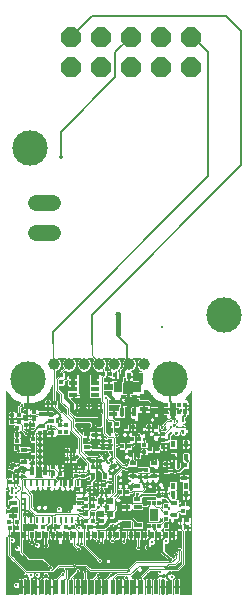
<source format=gbl>
G75*
%MOIN*%
%OFA0B0*%
%FSLAX25Y25*%
%IPPOS*%
%LPD*%
%AMOC8*
5,1,8,0,0,1.08239X$1,22.5*
%
%ADD10R,0.01181X0.01575*%
%ADD11R,0.02362X0.01575*%
%ADD12R,0.01575X0.01181*%
%ADD13R,0.01575X0.03150*%
%ADD14R,0.03150X0.01575*%
%ADD15R,0.01575X0.02362*%
%ADD16R,0.02756X0.03543*%
%ADD17R,0.00394X0.00394*%
%ADD18C,0.00394*%
%ADD19C,0.00200*%
%ADD20C,0.03937*%
%ADD21OC8,0.06600*%
%ADD22C,0.01181*%
%ADD23R,0.01969X0.02362*%
%ADD24C,0.05400*%
%ADD25R,0.00984X0.01870*%
%ADD26R,0.01476X0.00984*%
%ADD27R,0.02756X0.01575*%
%ADD28R,0.02244X0.01969*%
%ADD29C,0.00000*%
%ADD30C,0.00001*%
%ADD31R,0.01181X0.04921*%
%ADD32R,0.01181X0.02362*%
%ADD33R,0.03150X0.03937*%
%ADD34R,0.01181X0.01772*%
%ADD35C,0.00984*%
%ADD36R,0.03150X0.01181*%
%ADD37C,0.01200*%
%ADD38C,0.00354*%
%ADD39C,0.01102*%
%ADD40C,0.00594*%
%ADD41C,0.11811*%
%ADD42C,0.00787*%
%ADD43C,0.00300*%
%ADD44C,0.01181*%
%ADD45C,0.00591*%
%ADD46C,0.00394*%
%ADD47C,0.00500*%
%ADD48C,0.00236*%
%ADD49C,0.00800*%
%ADD50C,0.01654*%
%ADD51C,0.01575*%
D10*
X0168237Y0069615D03*
X0168197Y0071662D03*
X0170559Y0071662D03*
X0170599Y0069615D03*
X0177134Y0069851D03*
X0179496Y0069851D03*
X0182056Y0069851D03*
X0184418Y0069851D03*
X0186977Y0069930D03*
X0189339Y0069930D03*
X0193079Y0069851D03*
X0193670Y0072016D03*
X0196032Y0072016D03*
X0195441Y0069851D03*
X0199103Y0071977D03*
X0201465Y0071977D03*
X0196032Y0074378D03*
X0193670Y0074378D03*
X0193670Y0076937D03*
X0196032Y0076937D03*
X0196032Y0079300D03*
X0193670Y0079300D03*
X0198906Y0081583D03*
X0201268Y0081583D03*
X0199851Y0084103D03*
X0197489Y0084103D03*
X0198394Y0089930D03*
X0198394Y0092095D03*
X0196032Y0092095D03*
X0196032Y0089930D03*
X0189733Y0092685D03*
X0187370Y0092685D03*
X0187370Y0095244D03*
X0189733Y0095244D03*
X0178315Y0095441D03*
X0178315Y0093473D03*
X0178315Y0091504D03*
X0175953Y0091504D03*
X0175953Y0093473D03*
X0175953Y0095441D03*
X0175953Y0097410D03*
X0175953Y0099378D03*
X0175953Y0101347D03*
X0178315Y0101347D03*
X0178315Y0099378D03*
X0178315Y0097410D03*
X0176071Y0104103D03*
X0173709Y0104103D03*
X0180953Y0111189D03*
X0183315Y0111189D03*
X0199496Y0121150D03*
X0201859Y0121150D03*
X0203512Y0120835D03*
X0205874Y0120835D03*
X0204063Y0104418D03*
X0201701Y0104418D03*
X0206977Y0103276D03*
X0209339Y0103276D03*
X0209024Y0099378D03*
X0211386Y0099378D03*
X0208040Y0097016D03*
X0205678Y0097016D03*
X0208630Y0093867D03*
X0210993Y0093867D03*
X0215048Y0095874D03*
X0217410Y0095874D03*
X0217095Y0100953D03*
X0216937Y0103276D03*
X0214575Y0103276D03*
X0219457Y0100953D03*
X0207449Y0081662D03*
X0205087Y0081662D03*
X0225166Y0072213D03*
X0227528Y0072213D03*
X0227528Y0069851D03*
X0225166Y0069851D03*
X0170835Y0084890D03*
X0170835Y0086937D03*
X0168473Y0086937D03*
X0168473Y0084890D03*
D11*
X0173119Y0091609D03*
X0173119Y0095809D03*
X0179103Y0103578D03*
X0182174Y0105415D03*
X0179103Y0107778D03*
X0182174Y0101215D03*
X0193867Y0100848D03*
X0196859Y0100809D03*
X0196859Y0096609D03*
X0193867Y0096648D03*
X0209221Y0091242D03*
X0209221Y0087042D03*
X0210796Y0083565D03*
X0216307Y0087042D03*
X0216307Y0091242D03*
X0226268Y0090573D03*
X0226268Y0086373D03*
X0223000Y0078053D03*
X0223000Y0073853D03*
X0210796Y0079365D03*
D12*
X0217882Y0080284D03*
X0220205Y0080284D03*
X0220205Y0082646D03*
X0217882Y0082646D03*
X0213748Y0086780D03*
X0211780Y0086780D03*
X0211780Y0089142D03*
X0213748Y0089142D03*
X0212961Y0095048D03*
X0212961Y0097410D03*
X0219457Y0096622D03*
X0219457Y0098985D03*
X0220441Y0091071D03*
X0220441Y0088709D03*
X0220284Y0077174D03*
X0220284Y0074811D03*
X0220244Y0072607D03*
X0220244Y0070244D03*
X0225953Y0075205D03*
X0225953Y0077567D03*
X0203827Y0072331D03*
X0203827Y0069969D03*
X0194851Y0082449D03*
X0194851Y0084811D03*
X0192685Y0087174D03*
X0190323Y0087174D03*
X0190323Y0089536D03*
X0192685Y0089536D03*
X0185008Y0089930D03*
X0182646Y0089930D03*
X0182646Y0087567D03*
X0185008Y0087567D03*
X0170638Y0096229D03*
X0170638Y0098591D03*
X0170638Y0100559D03*
X0170638Y0102922D03*
X0171426Y0105087D03*
X0171426Y0107449D03*
X0168985Y0107449D03*
X0168985Y0105087D03*
X0173788Y0106071D03*
X0173788Y0108433D03*
X0176347Y0108433D03*
X0176347Y0106071D03*
X0184930Y0104103D03*
X0187134Y0104103D03*
X0187134Y0101741D03*
X0184930Y0101741D03*
X0199260Y0098788D03*
X0201583Y0098748D03*
X0201583Y0096386D03*
X0199260Y0096426D03*
X0220441Y0108237D03*
X0220441Y0110599D03*
X0224575Y0110599D03*
X0226741Y0110599D03*
X0226741Y0108237D03*
X0224575Y0108237D03*
X0185441Y0118197D03*
X0185441Y0120559D03*
D13*
X0205625Y0108276D03*
X0209825Y0108276D03*
X0180022Y0088748D03*
X0175822Y0088748D03*
D14*
X0169260Y0078014D03*
X0169260Y0073814D03*
X0202725Y0107633D03*
X0202725Y0111833D03*
X0201071Y0114837D03*
X0201071Y0119037D03*
X0212961Y0113486D03*
X0212961Y0109286D03*
D15*
X0212108Y0120284D03*
X0207908Y0120284D03*
X0222672Y0097646D03*
X0226872Y0097646D03*
X0227030Y0093276D03*
X0222830Y0093276D03*
X0222672Y0083827D03*
X0222672Y0080874D03*
X0226872Y0080874D03*
X0226872Y0083827D03*
G36*
X0202061Y0088901D02*
X0201232Y0090238D01*
X0203239Y0091483D01*
X0204068Y0090146D01*
X0202061Y0088901D01*
G37*
X0200100Y0087174D03*
X0195900Y0087174D03*
G36*
X0199848Y0092471D02*
X0199019Y0093808D01*
X0201026Y0095053D01*
X0201855Y0093716D01*
X0199848Y0092471D01*
G37*
G36*
X0173420Y0087562D02*
X0171931Y0088072D01*
X0172696Y0090306D01*
X0174185Y0089796D01*
X0173420Y0087562D01*
G37*
G36*
X0169446Y0088923D02*
X0167957Y0089433D01*
X0168722Y0091667D01*
X0170211Y0091157D01*
X0169446Y0088923D01*
G37*
D16*
X0204339Y0116819D03*
X0210796Y0116819D03*
D17*
G36*
X0207843Y0112648D02*
X0208121Y0112370D01*
X0207843Y0112092D01*
X0207565Y0112370D01*
X0207843Y0112648D01*
G37*
D18*
X0209536Y0113670D03*
X0209536Y0111071D03*
X0206150Y0111071D03*
X0206150Y0113670D03*
D19*
X0206357Y0113286D02*
X0205343Y0113286D01*
X0205343Y0113138D02*
X0205343Y0114162D01*
X0206957Y0114162D01*
X0206957Y0113886D01*
X0206209Y0113138D01*
X0205343Y0113138D01*
X0205343Y0113484D02*
X0206555Y0113484D01*
X0206754Y0113683D02*
X0205343Y0113683D01*
X0205343Y0113881D02*
X0206952Y0113881D01*
X0206957Y0114080D02*
X0205343Y0114080D01*
X0206587Y0112690D02*
X0209098Y0112690D01*
X0208900Y0112889D02*
X0206786Y0112889D01*
X0206984Y0113087D02*
X0208701Y0113087D01*
X0208503Y0113286D02*
X0207183Y0113286D01*
X0207381Y0113484D02*
X0208304Y0113484D01*
X0208106Y0113683D02*
X0207580Y0113683D01*
X0207778Y0113881D02*
X0207907Y0113881D01*
X0207843Y0113946D02*
X0209418Y0112370D01*
X0207843Y0110795D01*
X0206268Y0112370D01*
X0207843Y0113946D01*
X0208729Y0113886D02*
X0209477Y0113138D01*
X0210343Y0113138D01*
X0210343Y0114162D01*
X0208729Y0114162D01*
X0208729Y0113886D01*
X0208734Y0113881D02*
X0210343Y0113881D01*
X0210343Y0113683D02*
X0208932Y0113683D01*
X0209131Y0113484D02*
X0210343Y0113484D01*
X0210343Y0113286D02*
X0209329Y0113286D01*
X0209297Y0112492D02*
X0206389Y0112492D01*
X0206345Y0112293D02*
X0209341Y0112293D01*
X0209142Y0112095D02*
X0206543Y0112095D01*
X0206742Y0111896D02*
X0208944Y0111896D01*
X0208745Y0111698D02*
X0206941Y0111698D01*
X0207139Y0111499D02*
X0208547Y0111499D01*
X0208348Y0111301D02*
X0207338Y0111301D01*
X0207536Y0111102D02*
X0208150Y0111102D01*
X0207951Y0110904D02*
X0207735Y0110904D01*
X0206957Y0110855D02*
X0206209Y0111603D01*
X0205343Y0111603D01*
X0205343Y0110579D01*
X0206957Y0110579D01*
X0206957Y0110855D01*
X0206908Y0110904D02*
X0205343Y0110904D01*
X0205343Y0111102D02*
X0206710Y0111102D01*
X0206511Y0111301D02*
X0205343Y0111301D01*
X0205343Y0111499D02*
X0206313Y0111499D01*
X0206957Y0110705D02*
X0205343Y0110705D01*
X0202809Y0112631D02*
X0202700Y0112522D01*
X0202562Y0112452D01*
X0202410Y0112428D01*
X0202257Y0112452D01*
X0202120Y0112522D01*
X0202010Y0112631D01*
X0201940Y0112769D01*
X0201916Y0112922D01*
X0201940Y0113074D01*
X0202010Y0113212D01*
X0202120Y0113321D01*
X0202257Y0113391D01*
X0202410Y0113415D01*
X0202562Y0113391D01*
X0202700Y0113321D01*
X0202809Y0113212D01*
X0202879Y0113074D01*
X0202904Y0112922D01*
X0202879Y0112769D01*
X0202809Y0112631D01*
X0202700Y0112522D01*
X0202562Y0112452D01*
X0202410Y0112428D01*
X0202257Y0112452D01*
X0202120Y0112522D01*
X0202010Y0112631D01*
X0201940Y0112769D01*
X0201916Y0112922D01*
X0201940Y0113074D01*
X0202010Y0113212D01*
X0202120Y0113321D01*
X0202257Y0113391D01*
X0202410Y0113415D01*
X0202562Y0113391D01*
X0202700Y0113321D01*
X0202809Y0113212D01*
X0202879Y0113074D01*
X0202904Y0112922D01*
X0202879Y0112769D01*
X0202809Y0112631D01*
X0202700Y0112522D01*
X0202562Y0112452D01*
X0202410Y0112428D01*
X0202257Y0112452D01*
X0202120Y0112522D01*
X0202010Y0112631D01*
X0201940Y0112769D01*
X0201916Y0112922D01*
X0201940Y0113074D01*
X0202010Y0113212D01*
X0202120Y0113321D01*
X0202257Y0113391D01*
X0202410Y0113415D01*
X0202562Y0113391D01*
X0202700Y0113321D01*
X0202809Y0113212D01*
X0202879Y0113074D01*
X0202904Y0112922D01*
X0202879Y0112769D01*
X0202809Y0112631D01*
X0202839Y0112690D02*
X0201981Y0112690D01*
X0202839Y0112690D01*
X0201981Y0112690D01*
X0201921Y0112889D02*
X0202898Y0112889D01*
X0201921Y0112889D01*
X0202898Y0112889D01*
X0202873Y0113087D02*
X0201947Y0113087D01*
X0202873Y0113087D01*
X0201947Y0113087D01*
X0202084Y0113286D02*
X0202735Y0113286D01*
X0202084Y0113286D01*
X0202735Y0113286D01*
X0202640Y0112492D02*
X0202180Y0112492D01*
X0202640Y0112492D01*
X0202180Y0112492D01*
X0200512Y0113056D02*
X0200460Y0112967D01*
X0200381Y0112901D01*
X0200284Y0112866D01*
X0200181Y0112866D01*
X0200084Y0112901D01*
X0200005Y0112967D01*
X0199954Y0113056D01*
X0199936Y0113158D01*
X0199954Y0113259D01*
X0200005Y0113349D01*
X0200084Y0113415D01*
X0200181Y0113450D01*
X0200284Y0113450D01*
X0200381Y0113415D01*
X0200460Y0113349D01*
X0200512Y0113259D01*
X0200530Y0113158D01*
X0200512Y0113056D01*
X0200517Y0113087D02*
X0199948Y0113087D01*
X0199969Y0113286D02*
X0200496Y0113286D01*
X0200348Y0112889D02*
X0200118Y0112889D01*
X0203824Y0116225D02*
X0203678Y0116394D01*
X0203585Y0116598D01*
X0203553Y0116819D01*
X0203585Y0117041D01*
X0203678Y0117244D01*
X0203824Y0117413D01*
X0204013Y0117534D01*
X0204227Y0117597D01*
X0204451Y0117597D01*
X0204665Y0117534D01*
X0204854Y0117413D01*
X0205000Y0117244D01*
X0205093Y0117041D01*
X0205125Y0116819D01*
X0205093Y0116598D01*
X0205000Y0116394D01*
X0204854Y0116225D01*
X0204665Y0116104D01*
X0204451Y0116041D01*
X0204227Y0116041D01*
X0204013Y0116104D01*
X0203824Y0116225D01*
X0203678Y0116394D01*
X0203585Y0116598D01*
X0203553Y0116819D01*
X0203585Y0117041D01*
X0203678Y0117244D01*
X0203824Y0117413D01*
X0204013Y0117534D01*
X0204227Y0117597D01*
X0204451Y0117597D01*
X0204665Y0117534D01*
X0204854Y0117413D01*
X0205000Y0117244D01*
X0205093Y0117041D01*
X0205125Y0116819D01*
X0205093Y0116598D01*
X0205000Y0116394D01*
X0204854Y0116225D01*
X0204665Y0116104D01*
X0204451Y0116041D01*
X0204227Y0116041D01*
X0204013Y0116104D01*
X0203824Y0116225D01*
X0203791Y0116263D02*
X0204886Y0116263D01*
X0203791Y0116263D01*
X0203647Y0116462D02*
X0205031Y0116462D01*
X0203647Y0116462D01*
X0203576Y0116660D02*
X0205102Y0116660D01*
X0203576Y0116660D01*
X0203559Y0116859D02*
X0205119Y0116859D01*
X0203559Y0116859D01*
X0203593Y0117057D02*
X0205085Y0117057D01*
X0203593Y0117057D01*
X0203688Y0117256D02*
X0204990Y0117256D01*
X0203688Y0117256D01*
X0203889Y0117454D02*
X0204789Y0117454D01*
X0203889Y0117454D01*
X0204147Y0116065D02*
X0204531Y0116065D01*
X0204147Y0116065D01*
X0208729Y0114080D02*
X0210343Y0114080D01*
X0210684Y0115923D02*
X0210469Y0115986D01*
X0210281Y0116107D01*
X0210135Y0116276D01*
X0210042Y0116480D01*
X0210010Y0116701D01*
X0210042Y0116923D01*
X0210135Y0117126D01*
X0210281Y0117295D01*
X0210469Y0117416D01*
X0210684Y0117479D01*
X0210908Y0117479D01*
X0211122Y0117416D01*
X0211310Y0117295D01*
X0211457Y0117126D01*
X0211550Y0116923D01*
X0211581Y0116701D01*
X0211550Y0116480D01*
X0211457Y0116276D01*
X0211310Y0116107D01*
X0211122Y0115986D01*
X0210908Y0115923D01*
X0210684Y0115923D01*
X0210469Y0115986D01*
X0210281Y0116107D01*
X0210135Y0116276D01*
X0210042Y0116480D01*
X0210010Y0116701D01*
X0210042Y0116923D01*
X0210135Y0117126D01*
X0210281Y0117295D01*
X0210469Y0117416D01*
X0210684Y0117479D01*
X0210908Y0117479D01*
X0211122Y0117416D01*
X0211310Y0117295D01*
X0211457Y0117126D01*
X0211550Y0116923D01*
X0211581Y0116701D01*
X0211550Y0116480D01*
X0211457Y0116276D01*
X0211310Y0116107D01*
X0211122Y0115986D01*
X0210908Y0115923D01*
X0210684Y0115923D01*
X0210347Y0116065D02*
X0211244Y0116065D01*
X0210347Y0116065D01*
X0210146Y0116263D02*
X0211446Y0116263D01*
X0210146Y0116263D01*
X0210050Y0116462D02*
X0211541Y0116462D01*
X0210050Y0116462D01*
X0210016Y0116660D02*
X0211576Y0116660D01*
X0210016Y0116660D01*
X0210033Y0116859D02*
X0211559Y0116859D01*
X0210033Y0116859D01*
X0210103Y0117057D02*
X0211488Y0117057D01*
X0210103Y0117057D01*
X0210247Y0117256D02*
X0211344Y0117256D01*
X0210247Y0117256D01*
X0210600Y0117454D02*
X0210991Y0117454D01*
X0210600Y0117454D01*
X0210343Y0111603D02*
X0209477Y0111603D01*
X0208729Y0110855D01*
X0208729Y0110579D01*
X0210343Y0110579D01*
X0210343Y0111603D01*
X0210343Y0111499D02*
X0209373Y0111499D01*
X0209175Y0111301D02*
X0210343Y0111301D01*
X0210343Y0111102D02*
X0208976Y0111102D01*
X0208778Y0110904D02*
X0210343Y0110904D01*
X0210343Y0110705D02*
X0208729Y0110705D01*
X0213828Y0106873D02*
X0213937Y0106982D01*
X0214075Y0107053D01*
X0214227Y0107077D01*
X0214380Y0107053D01*
X0214517Y0106982D01*
X0214627Y0106873D01*
X0214697Y0106736D01*
X0214721Y0106583D01*
X0214697Y0106431D01*
X0214627Y0106293D01*
X0214517Y0106184D01*
X0214380Y0106114D01*
X0214227Y0106089D01*
X0214075Y0106114D01*
X0213937Y0106184D01*
X0213828Y0106293D01*
X0213758Y0106431D01*
X0213733Y0106583D01*
X0213758Y0106736D01*
X0213828Y0106873D01*
X0213888Y0106933D02*
X0214566Y0106933D01*
X0214697Y0106735D02*
X0213757Y0106735D01*
X0213741Y0106536D02*
X0214713Y0106536D01*
X0214649Y0106338D02*
X0213805Y0106338D01*
X0214024Y0106139D02*
X0214430Y0106139D01*
X0216671Y0103524D02*
X0216750Y0103591D01*
X0216846Y0103626D01*
X0216950Y0103626D01*
X0217046Y0103591D01*
X0217125Y0103524D01*
X0217177Y0103435D01*
X0217195Y0103333D01*
X0217177Y0103232D01*
X0217125Y0103143D01*
X0217046Y0103076D01*
X0216950Y0103041D01*
X0216846Y0103041D01*
X0216750Y0103076D01*
X0216671Y0103143D01*
X0216619Y0103232D01*
X0216601Y0103333D01*
X0216619Y0103435D01*
X0216671Y0103524D01*
X0216712Y0103559D02*
X0217084Y0103559D01*
X0217190Y0103360D02*
X0216606Y0103360D01*
X0216660Y0103162D02*
X0217136Y0103162D01*
X0218570Y0103315D02*
X0218588Y0103417D01*
X0218639Y0103506D01*
X0218718Y0103572D01*
X0218815Y0103608D01*
X0218918Y0103608D01*
X0219015Y0103572D01*
X0219094Y0103506D01*
X0219145Y0103417D01*
X0219163Y0103315D01*
X0219145Y0103214D01*
X0219094Y0103125D01*
X0219015Y0103058D01*
X0218918Y0103023D01*
X0218815Y0103023D01*
X0218718Y0103058D01*
X0218639Y0103125D01*
X0218588Y0103214D01*
X0218570Y0103315D01*
X0218578Y0103360D02*
X0219155Y0103360D01*
X0219115Y0103162D02*
X0218618Y0103162D01*
X0218702Y0103559D02*
X0219031Y0103559D01*
X0222704Y0104103D02*
X0222721Y0104204D01*
X0222773Y0104294D01*
X0222852Y0104360D01*
X0222949Y0104395D01*
X0223052Y0104395D01*
X0223149Y0104360D01*
X0223228Y0104294D01*
X0223279Y0104204D01*
X0223297Y0104103D01*
X0223279Y0104001D01*
X0223228Y0103912D01*
X0223149Y0103846D01*
X0223052Y0103810D01*
X0222949Y0103810D01*
X0222852Y0103846D01*
X0222773Y0103912D01*
X0222721Y0104001D01*
X0222704Y0104103D01*
X0222713Y0104154D02*
X0223288Y0104154D01*
X0223253Y0103956D02*
X0222748Y0103956D01*
X0222843Y0104353D02*
X0223157Y0104353D01*
X0223528Y0101628D02*
X0223631Y0101628D01*
X0223728Y0101592D01*
X0223807Y0101526D01*
X0223858Y0101437D01*
X0223876Y0101335D01*
X0223858Y0101234D01*
X0223807Y0101145D01*
X0223728Y0101078D01*
X0223631Y0101043D01*
X0223528Y0101043D01*
X0223431Y0101078D01*
X0223352Y0101145D01*
X0223301Y0101234D01*
X0223283Y0101335D01*
X0223301Y0101437D01*
X0223352Y0101526D01*
X0223431Y0101592D01*
X0223528Y0101628D01*
X0223408Y0101574D02*
X0223750Y0101574D01*
X0223869Y0101375D02*
X0223290Y0101375D01*
X0223334Y0101177D02*
X0223825Y0101177D01*
X0225399Y0102052D02*
X0225450Y0101963D01*
X0225529Y0101897D01*
X0225626Y0101862D01*
X0225729Y0101862D01*
X0225826Y0101897D01*
X0225905Y0101963D01*
X0225957Y0102052D01*
X0225974Y0102154D01*
X0225957Y0102255D01*
X0225905Y0102345D01*
X0225826Y0102411D01*
X0225792Y0102423D01*
X0225584Y0102423D01*
X0225578Y0102429D01*
X0225529Y0102411D01*
X0225450Y0102345D01*
X0225399Y0102255D01*
X0225381Y0102154D01*
X0225399Y0102052D01*
X0225446Y0101971D02*
X0225909Y0101971D01*
X0225972Y0102169D02*
X0225383Y0102169D01*
X0225477Y0102368D02*
X0225878Y0102368D01*
X0226492Y0107091D02*
X0226395Y0107126D01*
X0226316Y0107192D01*
X0226265Y0107282D01*
X0226247Y0107383D01*
X0226265Y0107485D01*
X0226316Y0107574D01*
X0226395Y0107640D01*
X0226492Y0107675D01*
X0226595Y0107675D01*
X0226692Y0107640D01*
X0226771Y0107574D01*
X0226823Y0107485D01*
X0226841Y0107383D01*
X0226823Y0107282D01*
X0226771Y0107192D01*
X0226692Y0107126D01*
X0226595Y0107091D01*
X0226492Y0107091D01*
X0226395Y0107126D01*
X0226316Y0107192D01*
X0226265Y0107282D01*
X0226247Y0107383D01*
X0226265Y0107485D01*
X0226316Y0107574D01*
X0226395Y0107640D01*
X0226492Y0107675D01*
X0226595Y0107675D01*
X0226692Y0107640D01*
X0226771Y0107574D01*
X0226823Y0107485D01*
X0226841Y0107383D01*
X0226823Y0107282D01*
X0226771Y0107192D01*
X0226692Y0107126D01*
X0226595Y0107091D01*
X0226492Y0107091D01*
X0226388Y0107132D02*
X0226699Y0107132D01*
X0226388Y0107132D01*
X0226256Y0107330D02*
X0226831Y0107330D01*
X0226256Y0107330D01*
X0226290Y0107529D02*
X0226797Y0107529D01*
X0226290Y0107529D01*
X0225314Y0108767D02*
X0225217Y0108732D01*
X0225114Y0108732D01*
X0225017Y0108767D01*
X0224938Y0108833D01*
X0224887Y0108922D01*
X0224869Y0109024D01*
X0224887Y0109126D01*
X0224938Y0109215D01*
X0225017Y0109281D01*
X0225114Y0109316D01*
X0225217Y0109316D01*
X0225314Y0109281D01*
X0225393Y0109215D01*
X0225445Y0109126D01*
X0225463Y0109024D01*
X0225445Y0108922D01*
X0225393Y0108833D01*
X0225314Y0108767D01*
X0225442Y0108918D02*
X0224889Y0108918D01*
X0224885Y0109117D02*
X0225446Y0109117D01*
X0225220Y0109315D02*
X0225112Y0109315D01*
X0224824Y0110240D02*
X0224720Y0110240D01*
X0224624Y0110276D01*
X0224545Y0110342D01*
X0224493Y0110431D01*
X0224475Y0110533D01*
X0224493Y0110634D01*
X0224545Y0110723D01*
X0224624Y0110790D01*
X0224720Y0110825D01*
X0224824Y0110825D01*
X0224920Y0110790D01*
X0224999Y0110723D01*
X0225051Y0110634D01*
X0225069Y0110533D01*
X0225051Y0110431D01*
X0224999Y0110342D01*
X0224920Y0110276D01*
X0224824Y0110240D01*
X0224959Y0110308D02*
X0224585Y0110308D01*
X0224480Y0110507D02*
X0225064Y0110507D01*
X0225010Y0110705D02*
X0224534Y0110705D01*
X0220738Y0110533D02*
X0220720Y0110431D01*
X0220669Y0110342D01*
X0220590Y0110276D01*
X0220493Y0110240D01*
X0220390Y0110240D01*
X0220293Y0110276D01*
X0220214Y0110342D01*
X0220162Y0110431D01*
X0220144Y0110533D01*
X0220162Y0110634D01*
X0220214Y0110723D01*
X0220293Y0110790D01*
X0220390Y0110825D01*
X0220493Y0110825D01*
X0220590Y0110790D01*
X0220669Y0110723D01*
X0220720Y0110634D01*
X0220738Y0110533D01*
X0220734Y0110507D02*
X0220149Y0110507D01*
X0220203Y0110705D02*
X0220679Y0110705D01*
X0220628Y0110308D02*
X0220254Y0110308D01*
X0220587Y0108529D02*
X0220690Y0108529D01*
X0220787Y0108494D01*
X0220866Y0108427D01*
X0220917Y0108338D01*
X0220935Y0108237D01*
X0220917Y0108135D01*
X0220866Y0108046D01*
X0220787Y0107980D01*
X0220690Y0107944D01*
X0220587Y0107944D01*
X0220490Y0107980D01*
X0220411Y0108046D01*
X0220359Y0108135D01*
X0220341Y0108237D01*
X0220359Y0108338D01*
X0220411Y0108427D01*
X0220490Y0108494D01*
X0220587Y0108529D01*
X0220566Y0108521D02*
X0220710Y0108521D01*
X0220920Y0108323D02*
X0220357Y0108323D01*
X0220365Y0108124D02*
X0220911Y0108124D01*
X0211338Y0101026D02*
X0211390Y0100937D01*
X0211407Y0100835D01*
X0211390Y0100734D01*
X0211338Y0100644D01*
X0211259Y0100578D01*
X0211162Y0100543D01*
X0211059Y0100543D01*
X0210962Y0100578D01*
X0210883Y0100644D01*
X0210832Y0100734D01*
X0210814Y0100835D01*
X0210832Y0100937D01*
X0210883Y0101026D01*
X0210962Y0101092D01*
X0211059Y0101127D01*
X0211162Y0101127D01*
X0211259Y0101092D01*
X0211338Y0101026D01*
X0211366Y0100978D02*
X0210856Y0100978D01*
X0210824Y0100779D02*
X0211398Y0100779D01*
X0211263Y0100581D02*
X0210959Y0100581D01*
X0209251Y0099569D02*
X0209303Y0099480D01*
X0209321Y0099378D01*
X0209303Y0099277D01*
X0209251Y0099188D01*
X0209172Y0099121D01*
X0209076Y0099086D01*
X0208972Y0099086D01*
X0208876Y0099121D01*
X0208797Y0099188D01*
X0208745Y0099277D01*
X0208727Y0099378D01*
X0208745Y0099480D01*
X0208797Y0099569D01*
X0208876Y0099635D01*
X0208972Y0099671D01*
X0209076Y0099671D01*
X0209172Y0099635D01*
X0209251Y0099569D01*
X0209228Y0099588D02*
X0208820Y0099588D01*
X0208729Y0099390D02*
X0209319Y0099390D01*
X0209254Y0099191D02*
X0208794Y0099191D01*
X0208972Y0097702D02*
X0209076Y0097702D01*
X0209172Y0097667D01*
X0209251Y0097601D01*
X0209303Y0097511D01*
X0209321Y0097410D01*
X0209303Y0097308D01*
X0209251Y0097219D01*
X0209172Y0097153D01*
X0209076Y0097118D01*
X0208972Y0097118D01*
X0208876Y0097153D01*
X0208797Y0097219D01*
X0208745Y0097308D01*
X0208727Y0097410D01*
X0208745Y0097511D01*
X0208797Y0097601D01*
X0208876Y0097667D01*
X0208972Y0097702D01*
X0208800Y0097603D02*
X0209248Y0097603D01*
X0209320Y0097405D02*
X0208728Y0097405D01*
X0208812Y0097206D02*
X0209236Y0097206D01*
X0210844Y0093730D02*
X0210941Y0093765D01*
X0211044Y0093765D01*
X0211141Y0093730D01*
X0211220Y0093664D01*
X0211271Y0093574D01*
X0211289Y0093473D01*
X0211271Y0093371D01*
X0211220Y0093282D01*
X0211141Y0093216D01*
X0211044Y0093180D01*
X0210941Y0093180D01*
X0210844Y0093216D01*
X0210765Y0093282D01*
X0210714Y0093371D01*
X0210696Y0093473D01*
X0210714Y0093574D01*
X0210765Y0093664D01*
X0210844Y0093730D01*
X0210747Y0093633D02*
X0211238Y0093633D01*
X0211283Y0093435D02*
X0210702Y0093435D01*
X0210820Y0093236D02*
X0211165Y0093236D01*
X0209303Y0092393D02*
X0209321Y0092292D01*
X0209303Y0092190D01*
X0209251Y0092101D01*
X0209172Y0092035D01*
X0209076Y0091999D01*
X0208972Y0091999D01*
X0208876Y0092035D01*
X0208797Y0092101D01*
X0208745Y0092190D01*
X0208727Y0092292D01*
X0208745Y0092393D01*
X0208797Y0092483D01*
X0208876Y0092549D01*
X0208972Y0092584D01*
X0209076Y0092584D01*
X0209172Y0092549D01*
X0209251Y0092483D01*
X0209303Y0092393D01*
X0209321Y0092292D01*
X0209303Y0092190D01*
X0209251Y0092101D01*
X0209172Y0092035D01*
X0209076Y0091999D01*
X0208972Y0091999D01*
X0208876Y0092035D01*
X0208797Y0092101D01*
X0208745Y0092190D01*
X0208727Y0092292D01*
X0208745Y0092393D01*
X0208797Y0092483D01*
X0208876Y0092549D01*
X0208972Y0092584D01*
X0209076Y0092584D01*
X0209172Y0092549D01*
X0209251Y0092483D01*
X0209303Y0092393D01*
X0209275Y0092442D02*
X0208773Y0092442D01*
X0209275Y0092442D01*
X0209312Y0092244D02*
X0208736Y0092244D01*
X0209312Y0092244D01*
X0209185Y0092045D02*
X0208863Y0092045D01*
X0209185Y0092045D01*
X0207264Y0090927D02*
X0207315Y0090838D01*
X0207333Y0090736D01*
X0207315Y0090634D01*
X0207264Y0090545D01*
X0207185Y0090479D01*
X0207088Y0090444D01*
X0206985Y0090444D01*
X0206888Y0090479D01*
X0206809Y0090545D01*
X0206758Y0090634D01*
X0206740Y0090736D01*
X0206758Y0090838D01*
X0206809Y0090927D01*
X0206888Y0090993D01*
X0206985Y0091028D01*
X0207088Y0091028D01*
X0207185Y0090993D01*
X0207264Y0090927D01*
X0207306Y0090854D02*
X0206767Y0090854D01*
X0206754Y0090655D02*
X0207319Y0090655D01*
X0207124Y0090457D02*
X0206949Y0090457D01*
X0207004Y0089828D02*
X0207107Y0089828D01*
X0207204Y0089793D01*
X0207283Y0089727D01*
X0207334Y0089637D01*
X0207352Y0089536D01*
X0207334Y0089434D01*
X0207283Y0089345D01*
X0207204Y0089279D01*
X0207107Y0089243D01*
X0207004Y0089243D01*
X0206907Y0089279D01*
X0206828Y0089345D01*
X0206777Y0089434D01*
X0206759Y0089536D01*
X0206777Y0089637D01*
X0206828Y0089727D01*
X0206907Y0089793D01*
X0207004Y0089828D01*
X0206791Y0089663D02*
X0207320Y0089663D01*
X0207340Y0089464D02*
X0206771Y0089464D01*
X0206943Y0089266D02*
X0207168Y0089266D01*
X0208993Y0087233D02*
X0209072Y0087299D01*
X0209169Y0087334D01*
X0209272Y0087334D01*
X0209369Y0087299D01*
X0209448Y0087233D01*
X0209500Y0087144D01*
X0209518Y0087042D01*
X0209500Y0086941D01*
X0209448Y0086851D01*
X0209369Y0086785D01*
X0209272Y0086750D01*
X0209169Y0086750D01*
X0209072Y0086785D01*
X0208993Y0086851D01*
X0208942Y0086941D01*
X0208924Y0087042D01*
X0208942Y0087144D01*
X0208993Y0087233D01*
X0209050Y0087281D02*
X0209391Y0087281D01*
X0209511Y0087082D02*
X0208931Y0087082D01*
X0208975Y0086884D02*
X0209467Y0086884D01*
X0209469Y0083923D02*
X0209566Y0083887D01*
X0209645Y0083821D01*
X0209697Y0083732D01*
X0209715Y0083630D01*
X0209697Y0083529D01*
X0209645Y0083440D01*
X0209566Y0083373D01*
X0209469Y0083338D01*
X0209366Y0083338D01*
X0209269Y0083373D01*
X0209190Y0083440D01*
X0209139Y0083529D01*
X0209121Y0083630D01*
X0209139Y0083732D01*
X0209190Y0083821D01*
X0209269Y0083887D01*
X0209366Y0083923D01*
X0209469Y0083923D01*
X0209515Y0083906D02*
X0209320Y0083906D01*
X0209134Y0083708D02*
X0209701Y0083708D01*
X0209685Y0083509D02*
X0209150Y0083509D01*
X0210536Y0081472D02*
X0210633Y0081508D01*
X0210736Y0081508D01*
X0210833Y0081472D01*
X0210912Y0081406D01*
X0210964Y0081317D01*
X0210981Y0081215D01*
X0210964Y0081114D01*
X0210912Y0081025D01*
X0210833Y0080958D01*
X0210736Y0080923D01*
X0210633Y0080923D01*
X0210536Y0080958D01*
X0210457Y0081025D01*
X0210406Y0081114D01*
X0210388Y0081215D01*
X0210406Y0081317D01*
X0210457Y0081406D01*
X0210536Y0081472D01*
X0210411Y0081325D02*
X0210959Y0081325D01*
X0210966Y0081127D02*
X0210403Y0081127D01*
X0210618Y0080928D02*
X0210751Y0080928D01*
X0212813Y0083373D02*
X0212734Y0083440D01*
X0212682Y0083529D01*
X0212664Y0083630D01*
X0212682Y0083732D01*
X0212734Y0083821D01*
X0212813Y0083887D01*
X0212909Y0083923D01*
X0213013Y0083923D01*
X0213109Y0083887D01*
X0213188Y0083821D01*
X0213240Y0083732D01*
X0213258Y0083630D01*
X0213240Y0083529D01*
X0213188Y0083440D01*
X0213109Y0083373D01*
X0213013Y0083338D01*
X0212909Y0083338D01*
X0212813Y0083373D01*
X0212694Y0083509D02*
X0213229Y0083509D01*
X0213244Y0083708D02*
X0212678Y0083708D01*
X0212864Y0083906D02*
X0213058Y0083906D01*
X0216697Y0080986D02*
X0216776Y0081053D01*
X0216873Y0081088D01*
X0216976Y0081088D01*
X0217073Y0081053D01*
X0217152Y0080986D01*
X0217204Y0080897D01*
X0217222Y0080796D01*
X0217204Y0080694D01*
X0217152Y0080605D01*
X0217073Y0080539D01*
X0216976Y0080503D01*
X0216873Y0080503D01*
X0216776Y0080539D01*
X0216697Y0080605D01*
X0216646Y0080694D01*
X0216628Y0080796D01*
X0216646Y0080897D01*
X0216697Y0080986D01*
X0216776Y0081053D01*
X0216873Y0081088D01*
X0216976Y0081088D01*
X0217073Y0081053D01*
X0217152Y0080986D01*
X0217204Y0080897D01*
X0217222Y0080796D01*
X0217204Y0080694D01*
X0217152Y0080605D01*
X0217073Y0080539D01*
X0216976Y0080503D01*
X0216873Y0080503D01*
X0216776Y0080539D01*
X0216697Y0080605D01*
X0216646Y0080694D01*
X0216628Y0080796D01*
X0216646Y0080897D01*
X0216697Y0080986D01*
X0216664Y0080928D02*
X0217186Y0080928D01*
X0216664Y0080928D01*
X0216640Y0080730D02*
X0217210Y0080730D01*
X0216640Y0080730D01*
X0216796Y0080531D02*
X0217053Y0080531D01*
X0216796Y0080531D01*
X0221001Y0076609D02*
X0221080Y0076676D01*
X0221177Y0076711D01*
X0221280Y0076711D01*
X0221377Y0076676D01*
X0221456Y0076609D01*
X0221508Y0076520D01*
X0221526Y0076419D01*
X0221508Y0076317D01*
X0221456Y0076228D01*
X0221377Y0076161D01*
X0221280Y0076126D01*
X0221177Y0076126D01*
X0221080Y0076161D01*
X0221001Y0076228D01*
X0220950Y0076317D01*
X0220932Y0076419D01*
X0220950Y0076520D01*
X0221001Y0076609D01*
X0220973Y0076561D02*
X0221484Y0076561D01*
X0221516Y0076363D02*
X0220942Y0076363D01*
X0221077Y0076164D02*
X0221380Y0076164D01*
X0222060Y0074651D02*
X0222213Y0074675D01*
X0222366Y0074651D01*
X0222503Y0074581D01*
X0222612Y0074472D01*
X0222683Y0074334D01*
X0222707Y0074181D01*
X0222683Y0074029D01*
X0222612Y0073891D01*
X0222503Y0073782D01*
X0221923Y0073782D01*
X0221814Y0073891D01*
X0221743Y0074029D01*
X0221719Y0074181D01*
X0221743Y0074334D01*
X0221814Y0074472D01*
X0221923Y0074581D01*
X0222060Y0074651D01*
X0221918Y0074576D02*
X0222508Y0074576D01*
X0222660Y0074377D02*
X0221766Y0074377D01*
X0221720Y0074179D02*
X0222706Y0074179D01*
X0222658Y0073980D02*
X0221768Y0073980D01*
X0221923Y0073782D02*
X0222060Y0073712D01*
X0222213Y0073688D01*
X0222366Y0073712D01*
X0222503Y0073782D01*
X0224781Y0077113D02*
X0224702Y0077180D01*
X0224651Y0077269D01*
X0224633Y0077370D01*
X0224651Y0077472D01*
X0224702Y0077561D01*
X0224781Y0077628D01*
X0224878Y0077663D01*
X0224981Y0077663D01*
X0225078Y0077628D01*
X0225157Y0077561D01*
X0225208Y0077472D01*
X0225226Y0077370D01*
X0225208Y0077269D01*
X0225157Y0077180D01*
X0225078Y0077113D01*
X0224981Y0077078D01*
X0224878Y0077078D01*
X0224781Y0077113D01*
X0224730Y0077157D02*
X0225130Y0077157D01*
X0225224Y0077355D02*
X0224635Y0077355D01*
X0224698Y0077554D02*
X0225161Y0077554D01*
X0223031Y0079640D02*
X0222952Y0079574D01*
X0222855Y0079539D01*
X0222752Y0079539D01*
X0222855Y0079539D01*
X0222752Y0079539D02*
X0222655Y0079574D01*
X0222576Y0079640D01*
X0222525Y0079730D01*
X0222507Y0079831D01*
X0222525Y0079933D01*
X0222576Y0080022D01*
X0222655Y0080088D01*
X0222752Y0080123D01*
X0222855Y0080123D01*
X0222952Y0080088D01*
X0223031Y0080022D01*
X0223082Y0079933D01*
X0223100Y0079831D01*
X0223082Y0079730D01*
X0223031Y0079640D01*
X0223084Y0079737D02*
X0222523Y0079737D01*
X0222526Y0079936D02*
X0223081Y0079936D01*
X0222521Y0082979D02*
X0222368Y0083003D01*
X0222231Y0083073D01*
X0222121Y0083183D01*
X0222051Y0083320D01*
X0222027Y0083473D01*
X0222051Y0083625D01*
X0222121Y0083763D01*
X0222231Y0083872D01*
X0222368Y0083942D01*
X0222521Y0083967D01*
X0222673Y0083942D01*
X0222811Y0083872D01*
X0222920Y0083763D01*
X0222990Y0083625D01*
X0223015Y0083473D01*
X0222990Y0083320D01*
X0222920Y0083183D01*
X0222811Y0083073D01*
X0222673Y0083003D01*
X0222521Y0082979D01*
X0222192Y0083112D02*
X0222850Y0083112D01*
X0222985Y0083310D02*
X0222056Y0083310D01*
X0222033Y0083509D02*
X0223009Y0083509D01*
X0222949Y0083708D02*
X0222093Y0083708D01*
X0222297Y0083906D02*
X0222745Y0083906D01*
X0226404Y0083355D02*
X0226422Y0083456D01*
X0226474Y0083546D01*
X0226553Y0083612D01*
X0226650Y0083647D01*
X0226753Y0083647D01*
X0226850Y0083612D01*
X0226929Y0083546D01*
X0226980Y0083456D01*
X0226998Y0083355D01*
X0226980Y0083253D01*
X0226929Y0083164D01*
X0226850Y0083098D01*
X0226753Y0083062D01*
X0226650Y0083062D01*
X0226553Y0083098D01*
X0226474Y0083164D01*
X0226422Y0083253D01*
X0226404Y0083355D01*
X0226412Y0083310D02*
X0226990Y0083310D01*
X0226950Y0083509D02*
X0226453Y0083509D01*
X0226536Y0083112D02*
X0226867Y0083112D01*
X0223448Y0088388D02*
X0223310Y0088318D01*
X0223158Y0088294D01*
X0223005Y0088318D01*
X0222868Y0088388D01*
X0222758Y0088498D01*
X0222688Y0088635D01*
X0222664Y0088788D01*
X0222688Y0088940D01*
X0222758Y0089078D01*
X0222868Y0089187D01*
X0223005Y0089257D01*
X0223158Y0089281D01*
X0223310Y0089257D01*
X0223448Y0089187D01*
X0223557Y0089078D01*
X0223627Y0088940D01*
X0223652Y0088788D01*
X0223627Y0088635D01*
X0223557Y0088498D01*
X0223448Y0088388D01*
X0223310Y0088318D01*
X0223158Y0088294D01*
X0223005Y0088318D01*
X0222868Y0088388D01*
X0222758Y0088498D01*
X0222688Y0088635D01*
X0222664Y0088788D01*
X0222688Y0088940D01*
X0222758Y0089078D01*
X0222868Y0089187D01*
X0223005Y0089257D01*
X0223158Y0089281D01*
X0223310Y0089257D01*
X0223448Y0089187D01*
X0223557Y0089078D01*
X0223627Y0088940D01*
X0223652Y0088788D01*
X0223627Y0088635D01*
X0223557Y0088498D01*
X0223448Y0088388D01*
X0223310Y0088318D01*
X0223158Y0088294D01*
X0223005Y0088318D01*
X0222868Y0088388D01*
X0222758Y0088498D01*
X0222688Y0088635D01*
X0222664Y0088788D01*
X0222688Y0088940D01*
X0222758Y0089078D01*
X0222868Y0089187D01*
X0223005Y0089257D01*
X0223158Y0089281D01*
X0223310Y0089257D01*
X0223448Y0089187D01*
X0223557Y0089078D01*
X0223627Y0088940D01*
X0223652Y0088788D01*
X0223627Y0088635D01*
X0223557Y0088498D01*
X0223448Y0088388D01*
X0223531Y0088472D02*
X0222784Y0088472D01*
X0223531Y0088472D01*
X0222784Y0088472D01*
X0222683Y0088670D02*
X0223633Y0088670D01*
X0222683Y0088670D01*
X0223633Y0088670D01*
X0223639Y0088869D02*
X0222677Y0088869D01*
X0223639Y0088869D01*
X0222677Y0088869D01*
X0222753Y0089067D02*
X0223563Y0089067D01*
X0222753Y0089067D01*
X0223563Y0089067D01*
X0223257Y0089266D02*
X0223059Y0089266D01*
X0223257Y0089266D01*
X0223059Y0089266D01*
X0223144Y0092585D02*
X0222992Y0092610D01*
X0222854Y0092680D01*
X0222745Y0092789D01*
X0222675Y0092927D01*
X0222651Y0093079D01*
X0222675Y0093232D01*
X0222745Y0093369D01*
X0222854Y0093479D01*
X0222992Y0093549D01*
X0223144Y0093573D01*
X0223297Y0093549D01*
X0223435Y0093479D01*
X0223544Y0093369D01*
X0223614Y0093232D01*
X0223638Y0093079D01*
X0223614Y0092927D01*
X0223544Y0092789D01*
X0223435Y0092680D01*
X0223297Y0092610D01*
X0223144Y0092585D01*
X0222992Y0092610D01*
X0222854Y0092680D01*
X0222745Y0092789D01*
X0222675Y0092927D01*
X0222651Y0093079D01*
X0222675Y0093232D01*
X0222745Y0093369D01*
X0222854Y0093479D01*
X0222992Y0093549D01*
X0223144Y0093573D01*
X0223297Y0093549D01*
X0223435Y0093479D01*
X0223544Y0093369D01*
X0223614Y0093232D01*
X0223638Y0093079D01*
X0223614Y0092927D01*
X0223544Y0092789D01*
X0223435Y0092680D01*
X0223297Y0092610D01*
X0223144Y0092585D01*
X0222931Y0092641D02*
X0223358Y0092641D01*
X0222931Y0092641D01*
X0222720Y0092839D02*
X0223569Y0092839D01*
X0222720Y0092839D01*
X0222657Y0093038D02*
X0223632Y0093038D01*
X0222657Y0093038D01*
X0222677Y0093236D02*
X0223612Y0093236D01*
X0222677Y0093236D01*
X0222810Y0093435D02*
X0223479Y0093435D01*
X0222810Y0093435D01*
X0227092Y0092236D02*
X0227143Y0092325D01*
X0227222Y0092391D01*
X0227319Y0092427D01*
X0227422Y0092427D01*
X0227519Y0092391D01*
X0227598Y0092325D01*
X0227649Y0092236D01*
X0227667Y0092134D01*
X0227649Y0092033D01*
X0227598Y0091943D01*
X0227519Y0091877D01*
X0227422Y0091842D01*
X0227319Y0091842D01*
X0227222Y0091877D01*
X0227143Y0091943D01*
X0227092Y0092033D01*
X0227074Y0092134D01*
X0227092Y0092236D01*
X0227096Y0092244D02*
X0227645Y0092244D01*
X0227652Y0092045D02*
X0227089Y0092045D01*
X0227306Y0091846D02*
X0227435Y0091846D01*
X0217964Y0096127D02*
X0217913Y0096038D01*
X0217834Y0095972D01*
X0217737Y0095936D01*
X0217634Y0095936D01*
X0217537Y0095972D01*
X0217458Y0096038D01*
X0217406Y0096127D01*
X0217389Y0096229D01*
X0217406Y0096330D01*
X0217458Y0096420D01*
X0217537Y0096486D01*
X0217634Y0096521D01*
X0217737Y0096521D01*
X0217834Y0096486D01*
X0217913Y0096420D01*
X0217964Y0096330D01*
X0217982Y0096229D01*
X0217964Y0096127D01*
X0217980Y0096214D02*
X0217391Y0096214D01*
X0217454Y0096412D02*
X0217917Y0096412D01*
X0217886Y0096015D02*
X0217485Y0096015D01*
X0215226Y0096032D02*
X0215208Y0095930D01*
X0215157Y0095841D01*
X0215078Y0095775D01*
X0214981Y0095740D01*
X0214878Y0095740D01*
X0214781Y0095775D01*
X0214702Y0095841D01*
X0214651Y0095930D01*
X0214633Y0096032D01*
X0214651Y0096133D01*
X0214702Y0096223D01*
X0214781Y0096289D01*
X0214878Y0096324D01*
X0214981Y0096324D01*
X0215078Y0096289D01*
X0215157Y0096223D01*
X0215208Y0096133D01*
X0215226Y0096032D01*
X0215208Y0095930D01*
X0215157Y0095841D01*
X0215078Y0095775D01*
X0214981Y0095740D01*
X0214878Y0095740D01*
X0214781Y0095775D01*
X0214702Y0095841D01*
X0214651Y0095930D01*
X0214633Y0096032D01*
X0214651Y0096133D01*
X0214702Y0096223D01*
X0214781Y0096289D01*
X0214878Y0096324D01*
X0214981Y0096324D01*
X0215078Y0096289D01*
X0215157Y0096223D01*
X0215208Y0096133D01*
X0215226Y0096032D01*
X0215223Y0096015D02*
X0214636Y0096015D01*
X0215223Y0096015D01*
X0215162Y0096214D02*
X0214697Y0096214D01*
X0215162Y0096214D01*
X0215128Y0095817D02*
X0214731Y0095817D01*
X0215128Y0095817D01*
X0216750Y0092549D02*
X0216846Y0092584D01*
X0216950Y0092584D01*
X0217046Y0092549D01*
X0217125Y0092483D01*
X0217177Y0092393D01*
X0217195Y0092292D01*
X0217177Y0092190D01*
X0217125Y0092101D01*
X0217046Y0092035D01*
X0216950Y0091999D01*
X0216846Y0091999D01*
X0216750Y0092035D01*
X0216671Y0092101D01*
X0216619Y0092190D01*
X0216601Y0092292D01*
X0216619Y0092393D01*
X0216671Y0092483D01*
X0216750Y0092549D01*
X0216647Y0092442D02*
X0217149Y0092442D01*
X0217186Y0092244D02*
X0216610Y0092244D01*
X0216737Y0092045D02*
X0217059Y0092045D01*
X0213188Y0089727D02*
X0213240Y0089637D01*
X0213258Y0089536D01*
X0213240Y0089434D01*
X0213188Y0089345D01*
X0213109Y0089279D01*
X0213013Y0089243D01*
X0212909Y0089243D01*
X0212813Y0089279D01*
X0212734Y0089345D01*
X0212682Y0089434D01*
X0212664Y0089536D01*
X0212682Y0089637D01*
X0212734Y0089727D01*
X0212813Y0089793D01*
X0212909Y0089828D01*
X0213013Y0089828D01*
X0213109Y0089793D01*
X0213188Y0089727D01*
X0213225Y0089663D02*
X0212697Y0089663D01*
X0212677Y0089464D02*
X0213245Y0089464D01*
X0213074Y0089266D02*
X0212848Y0089266D01*
X0202020Y0085110D02*
X0202037Y0085008D01*
X0202020Y0084907D01*
X0201968Y0084817D01*
X0201889Y0084751D01*
X0201792Y0084716D01*
X0201689Y0084716D01*
X0201592Y0084751D01*
X0201513Y0084817D01*
X0201462Y0084907D01*
X0201444Y0085008D01*
X0201462Y0085110D01*
X0201513Y0085199D01*
X0201592Y0085265D01*
X0201689Y0085301D01*
X0201792Y0085301D01*
X0201889Y0085265D01*
X0201968Y0085199D01*
X0202020Y0085110D01*
X0202022Y0085097D02*
X0201459Y0085097D01*
X0201466Y0084899D02*
X0202015Y0084899D01*
X0201806Y0085296D02*
X0201675Y0085296D01*
X0201280Y0082033D02*
X0201377Y0081998D01*
X0201456Y0081931D01*
X0201508Y0081842D01*
X0201526Y0081741D01*
X0201508Y0081639D01*
X0201456Y0081550D01*
X0201377Y0081483D01*
X0201280Y0081448D01*
X0201177Y0081448D01*
X0201080Y0081483D01*
X0201001Y0081550D01*
X0200950Y0081639D01*
X0200932Y0081741D01*
X0200950Y0081842D01*
X0201001Y0081931D01*
X0201080Y0081998D01*
X0201177Y0082033D01*
X0201280Y0082033D01*
X0201462Y0081921D02*
X0200995Y0081921D01*
X0200935Y0081722D02*
X0201522Y0081722D01*
X0201425Y0081524D02*
X0201032Y0081524D01*
X0197913Y0077032D02*
X0197992Y0076966D01*
X0198043Y0076877D01*
X0198061Y0076775D01*
X0198043Y0076674D01*
X0197992Y0076584D01*
X0197913Y0076518D01*
X0197816Y0076483D01*
X0197713Y0076483D01*
X0197616Y0076518D01*
X0197537Y0076584D01*
X0197485Y0076674D01*
X0197467Y0076775D01*
X0197485Y0076877D01*
X0197537Y0076966D01*
X0197616Y0077032D01*
X0197713Y0077067D01*
X0197816Y0077067D01*
X0197913Y0077032D01*
X0197996Y0076958D02*
X0197532Y0076958D01*
X0197470Y0076760D02*
X0198058Y0076760D01*
X0197964Y0076561D02*
X0197564Y0076561D01*
X0193969Y0075445D02*
X0193987Y0075344D01*
X0193969Y0075242D01*
X0193917Y0075153D01*
X0193838Y0075086D01*
X0193742Y0075051D01*
X0193638Y0075051D01*
X0193542Y0075086D01*
X0193463Y0075153D01*
X0193411Y0075242D01*
X0193393Y0075344D01*
X0193411Y0075445D01*
X0193463Y0075534D01*
X0193542Y0075601D01*
X0193638Y0075636D01*
X0193742Y0075636D01*
X0193838Y0075601D01*
X0193917Y0075534D01*
X0193969Y0075445D01*
X0193982Y0075370D02*
X0193398Y0075370D01*
X0193452Y0075172D02*
X0193928Y0075172D01*
X0193877Y0075569D02*
X0193503Y0075569D01*
X0192737Y0079598D02*
X0192634Y0079598D01*
X0192537Y0079633D01*
X0192458Y0079699D01*
X0192406Y0079789D01*
X0192389Y0079890D01*
X0192406Y0079992D01*
X0192458Y0080081D01*
X0192537Y0080147D01*
X0192634Y0080182D01*
X0192737Y0080182D01*
X0192834Y0080147D01*
X0192913Y0080081D01*
X0192964Y0079992D01*
X0192982Y0079890D01*
X0192964Y0079789D01*
X0192913Y0079699D01*
X0192834Y0079633D01*
X0192737Y0079598D01*
X0192935Y0079737D02*
X0192436Y0079737D01*
X0192397Y0079936D02*
X0192974Y0079936D01*
X0192849Y0080134D02*
X0192522Y0080134D01*
X0188457Y0075468D02*
X0188508Y0075378D01*
X0188526Y0075277D01*
X0188508Y0075175D01*
X0188457Y0075086D01*
X0188378Y0075020D01*
X0188281Y0074984D01*
X0188178Y0074984D01*
X0188081Y0075020D01*
X0188002Y0075086D01*
X0187951Y0075175D01*
X0187933Y0075277D01*
X0187951Y0075378D01*
X0188002Y0075468D01*
X0188081Y0075534D01*
X0188178Y0075569D01*
X0188281Y0075569D01*
X0188378Y0075534D01*
X0188457Y0075468D01*
X0188510Y0075370D02*
X0187949Y0075370D01*
X0187953Y0075172D02*
X0188506Y0075172D01*
X0188283Y0075569D02*
X0188176Y0075569D01*
X0188098Y0069978D02*
X0188194Y0069943D01*
X0188273Y0069877D01*
X0188325Y0069787D01*
X0188343Y0069686D01*
X0188325Y0069584D01*
X0188273Y0069495D01*
X0188194Y0069429D01*
X0188098Y0069393D01*
X0187995Y0069393D01*
X0187898Y0069429D01*
X0187819Y0069495D01*
X0187767Y0069584D01*
X0187749Y0069686D01*
X0187767Y0069787D01*
X0187819Y0069877D01*
X0187898Y0069943D01*
X0187995Y0069978D01*
X0188098Y0069978D01*
X0188311Y0069812D02*
X0187781Y0069812D01*
X0187762Y0069613D02*
X0188330Y0069613D01*
X0188156Y0069415D02*
X0187936Y0069415D01*
X0187523Y0066966D02*
X0187661Y0066896D01*
X0187770Y0066787D01*
X0187840Y0066649D01*
X0187864Y0066496D01*
X0187840Y0066344D01*
X0187770Y0066206D01*
X0187661Y0066097D01*
X0187523Y0066027D01*
X0187370Y0066003D01*
X0187218Y0066027D01*
X0187080Y0066097D01*
X0186971Y0066206D01*
X0186901Y0066344D01*
X0186877Y0066496D01*
X0186901Y0066649D01*
X0186971Y0066787D01*
X0187080Y0066896D01*
X0187218Y0066966D01*
X0187370Y0066990D01*
X0187523Y0066966D01*
X0187722Y0066834D02*
X0187018Y0066834D01*
X0186899Y0066636D02*
X0187842Y0066636D01*
X0187855Y0066437D02*
X0186886Y0066437D01*
X0186955Y0066239D02*
X0187786Y0066239D01*
X0187549Y0066040D02*
X0187192Y0066040D01*
X0190545Y0064499D02*
X0190597Y0064588D01*
X0190676Y0064654D01*
X0190773Y0064690D01*
X0190876Y0064690D01*
X0190973Y0064654D01*
X0191052Y0064588D01*
X0191103Y0064499D01*
X0191121Y0064397D01*
X0191103Y0064296D01*
X0191052Y0064206D01*
X0190973Y0064140D01*
X0190876Y0064105D01*
X0190773Y0064105D01*
X0190676Y0064140D01*
X0190597Y0064206D01*
X0190545Y0064296D01*
X0190527Y0064397D01*
X0190545Y0064499D01*
X0190537Y0064452D02*
X0191111Y0064452D01*
X0191079Y0064253D02*
X0190570Y0064253D01*
X0190671Y0064650D02*
X0190977Y0064650D01*
X0191798Y0064536D02*
X0191816Y0064637D01*
X0191867Y0064727D01*
X0191946Y0064793D01*
X0192043Y0064828D01*
X0192146Y0064828D01*
X0192243Y0064793D01*
X0192322Y0064727D01*
X0192374Y0064637D01*
X0192392Y0064536D01*
X0192374Y0064434D01*
X0192322Y0064345D01*
X0192243Y0064279D01*
X0192146Y0064243D01*
X0192043Y0064243D01*
X0191946Y0064279D01*
X0191867Y0064345D01*
X0191816Y0064434D01*
X0191798Y0064536D01*
X0191813Y0064452D02*
X0192377Y0064452D01*
X0192366Y0064650D02*
X0191823Y0064650D01*
X0192016Y0064253D02*
X0192174Y0064253D01*
X0191259Y0063021D02*
X0191338Y0062955D01*
X0191390Y0062866D01*
X0191407Y0062764D01*
X0191390Y0062663D01*
X0191338Y0062573D01*
X0191259Y0062507D01*
X0191162Y0062472D01*
X0191059Y0062472D01*
X0190962Y0062507D01*
X0190883Y0062573D01*
X0190832Y0062663D01*
X0190814Y0062764D01*
X0190832Y0062866D01*
X0190883Y0062955D01*
X0190962Y0063021D01*
X0191059Y0063057D01*
X0191162Y0063057D01*
X0191259Y0063021D01*
X0191390Y0062864D02*
X0190831Y0062864D01*
X0190831Y0062665D02*
X0191390Y0062665D01*
X0197406Y0065261D02*
X0197458Y0065172D01*
X0197537Y0065106D01*
X0197634Y0065070D01*
X0197737Y0065070D01*
X0197834Y0065106D01*
X0197913Y0065172D01*
X0197964Y0065261D01*
X0197982Y0065363D01*
X0197964Y0065464D01*
X0197913Y0065553D01*
X0197834Y0065620D01*
X0197737Y0065655D01*
X0197634Y0065655D01*
X0197537Y0065620D01*
X0197458Y0065553D01*
X0197406Y0065464D01*
X0197389Y0065363D01*
X0197406Y0065261D01*
X0197415Y0065246D02*
X0197956Y0065246D01*
X0197968Y0065444D02*
X0197403Y0065444D01*
X0197601Y0065643D02*
X0197770Y0065643D01*
X0198482Y0064884D02*
X0198561Y0064950D01*
X0198658Y0064986D01*
X0198761Y0064986D01*
X0198857Y0064950D01*
X0198936Y0064884D01*
X0198988Y0064795D01*
X0199006Y0064693D01*
X0198988Y0064592D01*
X0198936Y0064502D01*
X0198857Y0064436D01*
X0198761Y0064401D01*
X0198658Y0064401D01*
X0198561Y0064436D01*
X0198482Y0064502D01*
X0198430Y0064592D01*
X0198412Y0064693D01*
X0198430Y0064795D01*
X0198482Y0064884D01*
X0198461Y0064849D02*
X0198957Y0064849D01*
X0198998Y0064650D02*
X0198420Y0064650D01*
X0198542Y0064452D02*
X0198876Y0064452D01*
X0202045Y0065386D02*
X0202097Y0065297D01*
X0202176Y0065231D01*
X0202272Y0065195D01*
X0202376Y0065195D01*
X0202472Y0065231D01*
X0202551Y0065297D01*
X0202603Y0065386D01*
X0202621Y0065488D01*
X0202603Y0065589D01*
X0202551Y0065679D01*
X0202472Y0065745D01*
X0202376Y0065780D01*
X0202272Y0065780D01*
X0202176Y0065745D01*
X0202097Y0065679D01*
X0202045Y0065589D01*
X0202027Y0065488D01*
X0202045Y0065386D01*
X0202097Y0065297D01*
X0202176Y0065231D01*
X0202272Y0065195D01*
X0202376Y0065195D01*
X0202472Y0065231D01*
X0202551Y0065297D01*
X0202603Y0065386D01*
X0202621Y0065488D01*
X0202603Y0065589D01*
X0202551Y0065679D01*
X0202472Y0065745D01*
X0202376Y0065780D01*
X0202272Y0065780D01*
X0202176Y0065745D01*
X0202097Y0065679D01*
X0202045Y0065589D01*
X0202027Y0065488D01*
X0202045Y0065386D01*
X0202035Y0065444D02*
X0202613Y0065444D01*
X0202035Y0065444D01*
X0202076Y0065643D02*
X0202572Y0065643D01*
X0202076Y0065643D01*
X0202157Y0065246D02*
X0202491Y0065246D01*
X0202157Y0065246D01*
X0205853Y0065284D02*
X0205871Y0065385D01*
X0205923Y0065475D01*
X0206002Y0065541D01*
X0206098Y0065576D01*
X0206202Y0065576D01*
X0206298Y0065541D01*
X0206377Y0065475D01*
X0206429Y0065385D01*
X0206447Y0065284D01*
X0206429Y0065182D01*
X0206377Y0065093D01*
X0206298Y0065027D01*
X0206202Y0064992D01*
X0206098Y0064992D01*
X0206002Y0065027D01*
X0205923Y0065093D01*
X0205871Y0065182D01*
X0205853Y0065284D01*
X0205860Y0065246D02*
X0206440Y0065246D01*
X0206395Y0065444D02*
X0205905Y0065444D01*
X0205977Y0065047D02*
X0206323Y0065047D01*
X0210714Y0063324D02*
X0210765Y0063413D01*
X0210844Y0063480D01*
X0210941Y0063515D01*
X0211044Y0063515D01*
X0211141Y0063480D01*
X0211220Y0063413D01*
X0211271Y0063324D01*
X0211289Y0063222D01*
X0211271Y0063121D01*
X0211220Y0063032D01*
X0211141Y0062965D01*
X0211044Y0062930D01*
X0210941Y0062930D01*
X0210844Y0062965D01*
X0210765Y0063032D01*
X0210714Y0063121D01*
X0210696Y0063222D01*
X0210714Y0063324D01*
X0210702Y0063261D02*
X0211283Y0063261D01*
X0211238Y0063062D02*
X0210747Y0063062D01*
X0210820Y0063459D02*
X0211165Y0063459D01*
X0213570Y0063315D02*
X0213594Y0063468D01*
X0213664Y0063606D01*
X0213773Y0063715D01*
X0213911Y0063785D01*
X0214063Y0063809D01*
X0214216Y0063785D01*
X0214354Y0063715D01*
X0214463Y0063606D01*
X0214533Y0063468D01*
X0214557Y0063315D01*
X0214533Y0063163D01*
X0214463Y0063025D01*
X0214354Y0062916D01*
X0214216Y0062846D01*
X0214063Y0062822D01*
X0213911Y0062846D01*
X0213773Y0062916D01*
X0213664Y0063025D01*
X0213594Y0063163D01*
X0213570Y0063315D01*
X0213578Y0063261D02*
X0214548Y0063261D01*
X0214534Y0063459D02*
X0213592Y0063459D01*
X0213716Y0063658D02*
X0214410Y0063658D01*
X0214482Y0063062D02*
X0213645Y0063062D01*
X0213875Y0062864D02*
X0214251Y0062864D01*
X0221165Y0059467D02*
X0221235Y0059605D01*
X0221344Y0059714D01*
X0221482Y0059784D01*
X0221634Y0059809D01*
X0221787Y0059784D01*
X0221924Y0059714D01*
X0222034Y0059605D01*
X0222104Y0059467D01*
X0222128Y0059315D01*
X0222104Y0059162D01*
X0222034Y0059025D01*
X0221924Y0058916D01*
X0221787Y0058845D01*
X0221634Y0058821D01*
X0221482Y0058845D01*
X0221344Y0058916D01*
X0221235Y0059025D01*
X0221165Y0059162D01*
X0221141Y0059315D01*
X0221165Y0059467D01*
X0221176Y0059489D02*
X0222093Y0059489D01*
X0222124Y0059291D02*
X0221144Y0059291D01*
X0221201Y0059092D02*
X0222068Y0059092D01*
X0221881Y0058894D02*
X0221387Y0058894D01*
X0221317Y0059688D02*
X0221951Y0059688D01*
X0223403Y0060872D02*
X0223351Y0060961D01*
X0223333Y0061063D01*
X0223351Y0061164D01*
X0223403Y0061253D01*
X0223482Y0061320D01*
X0223579Y0061355D01*
X0223682Y0061355D01*
X0223779Y0061320D01*
X0223858Y0061253D01*
X0223909Y0061164D01*
X0223927Y0061063D01*
X0223909Y0060961D01*
X0223858Y0060872D01*
X0223779Y0060806D01*
X0223682Y0060770D01*
X0223579Y0060770D01*
X0223482Y0060806D01*
X0223403Y0060872D01*
X0223399Y0060879D02*
X0223862Y0060879D01*
X0223925Y0061077D02*
X0223336Y0061077D01*
X0223430Y0061276D02*
X0223831Y0061276D01*
X0224572Y0062192D02*
X0224493Y0062258D01*
X0224442Y0062348D01*
X0224424Y0062449D01*
X0224442Y0062551D01*
X0224493Y0062640D01*
X0224572Y0062706D01*
X0224669Y0062742D01*
X0224772Y0062742D01*
X0224869Y0062706D01*
X0224948Y0062640D01*
X0225000Y0062551D01*
X0225018Y0062449D01*
X0225000Y0062348D01*
X0224948Y0062258D01*
X0224869Y0062192D01*
X0224772Y0062157D01*
X0224669Y0062157D01*
X0224572Y0062192D01*
X0224488Y0062268D02*
X0224954Y0062268D01*
X0225015Y0062467D02*
X0224427Y0062467D01*
X0224524Y0062665D02*
X0224918Y0062665D01*
X0219381Y0068854D02*
X0219302Y0068788D01*
X0219205Y0068753D01*
X0219102Y0068753D01*
X0219006Y0068788D01*
X0218927Y0068854D01*
X0218875Y0068943D01*
X0218857Y0069045D01*
X0218875Y0069146D01*
X0218927Y0069236D01*
X0219006Y0069302D01*
X0219102Y0069337D01*
X0219205Y0069337D01*
X0219302Y0069302D01*
X0219381Y0069236D01*
X0219433Y0069146D01*
X0219451Y0069045D01*
X0219433Y0068943D01*
X0219381Y0068854D01*
X0219340Y0068819D02*
X0218968Y0068819D01*
X0218862Y0069018D02*
X0219446Y0069018D01*
X0219393Y0069216D02*
X0218915Y0069216D01*
X0216600Y0069444D02*
X0216583Y0069342D01*
X0216531Y0069253D01*
X0216452Y0069187D01*
X0216355Y0069151D01*
X0216252Y0069151D01*
X0216155Y0069187D01*
X0216076Y0069253D01*
X0216025Y0069342D01*
X0216007Y0069444D01*
X0216025Y0069545D01*
X0216076Y0069635D01*
X0216155Y0069701D01*
X0216252Y0069736D01*
X0216355Y0069736D01*
X0216452Y0069701D01*
X0216531Y0069635D01*
X0216583Y0069545D01*
X0216600Y0069444D01*
X0216595Y0069415D02*
X0216012Y0069415D01*
X0216064Y0069613D02*
X0216543Y0069613D01*
X0216487Y0069216D02*
X0216120Y0069216D01*
X0208207Y0070374D02*
X0208189Y0070272D01*
X0208138Y0070183D01*
X0208059Y0070117D01*
X0207962Y0070082D01*
X0207859Y0070082D01*
X0207762Y0070117D01*
X0207683Y0070183D01*
X0207631Y0070272D01*
X0207613Y0070374D01*
X0207631Y0070476D01*
X0207683Y0070565D01*
X0207762Y0070631D01*
X0207859Y0070666D01*
X0207962Y0070666D01*
X0208059Y0070631D01*
X0208138Y0070565D01*
X0208189Y0070476D01*
X0208207Y0070374D01*
X0208201Y0070407D02*
X0207619Y0070407D01*
X0207668Y0070209D02*
X0208152Y0070209D01*
X0208089Y0070606D02*
X0207732Y0070606D01*
X0198809Y0072044D02*
X0198791Y0071942D01*
X0198740Y0071853D01*
X0198661Y0071787D01*
X0198564Y0071751D01*
X0198461Y0071751D01*
X0198364Y0071787D01*
X0198285Y0071853D01*
X0198233Y0071942D01*
X0198215Y0072044D01*
X0198233Y0072145D01*
X0198285Y0072235D01*
X0198364Y0072301D01*
X0198461Y0072336D01*
X0198564Y0072336D01*
X0198661Y0072301D01*
X0198740Y0072235D01*
X0198791Y0072145D01*
X0198809Y0072044D01*
X0198801Y0071995D02*
X0198224Y0071995D01*
X0198261Y0072194D02*
X0198763Y0072194D01*
X0198673Y0071797D02*
X0198352Y0071797D01*
X0197671Y0071497D02*
X0197689Y0071396D01*
X0197671Y0071294D01*
X0197619Y0071205D01*
X0197540Y0071139D01*
X0197443Y0071103D01*
X0197340Y0071103D01*
X0197243Y0071139D01*
X0197164Y0071205D01*
X0197113Y0071294D01*
X0197095Y0071396D01*
X0197113Y0071497D01*
X0197164Y0071586D01*
X0197243Y0071653D01*
X0197340Y0071688D01*
X0197443Y0071688D01*
X0197540Y0071653D01*
X0197619Y0071586D01*
X0197671Y0071497D01*
X0197688Y0071400D02*
X0197096Y0071400D01*
X0197169Y0071201D02*
X0197615Y0071201D01*
X0197605Y0071598D02*
X0197178Y0071598D01*
X0197292Y0070541D02*
X0197444Y0070517D01*
X0197582Y0070447D01*
X0197691Y0070338D01*
X0197761Y0070200D01*
X0197785Y0070048D01*
X0197761Y0069895D01*
X0197691Y0069757D01*
X0197582Y0069648D01*
X0197444Y0069578D01*
X0197292Y0069554D01*
X0197139Y0069578D01*
X0197002Y0069648D01*
X0196892Y0069757D01*
X0196822Y0069895D01*
X0196798Y0070048D01*
X0196822Y0070200D01*
X0196892Y0070338D01*
X0197002Y0070447D01*
X0197139Y0070517D01*
X0197292Y0070541D01*
X0197444Y0070517D01*
X0197582Y0070447D01*
X0197691Y0070338D01*
X0197761Y0070200D01*
X0197785Y0070048D01*
X0197761Y0069895D01*
X0197691Y0069757D01*
X0197582Y0069648D01*
X0197444Y0069578D01*
X0197292Y0069554D01*
X0197139Y0069578D01*
X0197002Y0069648D01*
X0196892Y0069757D01*
X0196822Y0069895D01*
X0196798Y0070048D01*
X0196822Y0070200D01*
X0196892Y0070338D01*
X0197002Y0070447D01*
X0197139Y0070517D01*
X0197292Y0070541D01*
X0196962Y0070407D02*
X0197622Y0070407D01*
X0196962Y0070407D01*
X0196827Y0070209D02*
X0197757Y0070209D01*
X0196827Y0070209D01*
X0196804Y0070010D02*
X0197780Y0070010D01*
X0196804Y0070010D01*
X0196865Y0069812D02*
X0197719Y0069812D01*
X0196865Y0069812D01*
X0197070Y0069613D02*
X0197513Y0069613D01*
X0197070Y0069613D01*
X0198148Y0059120D02*
X0198252Y0059120D01*
X0198348Y0059084D01*
X0198427Y0059018D01*
X0198479Y0058929D01*
X0198497Y0058827D01*
X0198479Y0058726D01*
X0198427Y0058636D01*
X0198348Y0058570D01*
X0198252Y0058535D01*
X0198148Y0058535D01*
X0198052Y0058570D01*
X0197973Y0058636D01*
X0197921Y0058726D01*
X0197903Y0058827D01*
X0197921Y0058929D01*
X0197973Y0059018D01*
X0198052Y0059084D01*
X0198148Y0059120D01*
X0198073Y0059092D02*
X0198327Y0059092D01*
X0198485Y0058894D02*
X0197915Y0058894D01*
X0197939Y0058695D02*
X0198461Y0058695D01*
X0197658Y0054395D02*
X0197755Y0054360D01*
X0197834Y0054294D01*
X0197886Y0054204D01*
X0197904Y0054103D01*
X0197886Y0054001D01*
X0197834Y0053912D01*
X0197755Y0053846D01*
X0197658Y0053810D01*
X0197555Y0053810D01*
X0197458Y0053846D01*
X0197379Y0053912D01*
X0197328Y0054001D01*
X0197310Y0054103D01*
X0197328Y0054204D01*
X0197379Y0054294D01*
X0197458Y0054360D01*
X0197555Y0054395D01*
X0197658Y0054395D01*
X0197793Y0054328D02*
X0197420Y0054328D01*
X0197315Y0054129D02*
X0197899Y0054129D01*
X0197845Y0053931D02*
X0197368Y0053931D01*
X0193555Y0055182D02*
X0193503Y0055093D01*
X0193424Y0055027D01*
X0193328Y0054992D01*
X0193224Y0054992D01*
X0193128Y0055027D01*
X0193049Y0055093D01*
X0192997Y0055182D01*
X0192979Y0055284D01*
X0192997Y0055385D01*
X0193049Y0055475D01*
X0193128Y0055541D01*
X0193224Y0055576D01*
X0193328Y0055576D01*
X0193424Y0055541D01*
X0193503Y0055475D01*
X0193555Y0055385D01*
X0193573Y0055284D01*
X0193555Y0055182D01*
X0193520Y0055122D02*
X0193032Y0055122D01*
X0192986Y0055320D02*
X0193566Y0055320D01*
X0193451Y0055519D02*
X0193101Y0055519D01*
X0191171Y0055441D02*
X0191153Y0055340D01*
X0191102Y0055251D01*
X0191023Y0055184D01*
X0190926Y0055149D01*
X0190823Y0055149D01*
X0190726Y0055184D01*
X0190647Y0055251D01*
X0190595Y0055340D01*
X0190578Y0055441D01*
X0190595Y0055543D01*
X0190647Y0055632D01*
X0190726Y0055698D01*
X0190823Y0055734D01*
X0190926Y0055734D01*
X0191023Y0055698D01*
X0191102Y0055632D01*
X0191153Y0055543D01*
X0191171Y0055441D01*
X0191158Y0055519D02*
X0190591Y0055519D01*
X0190607Y0055320D02*
X0191142Y0055320D01*
X0190971Y0055717D02*
X0190778Y0055717D01*
X0189842Y0056838D02*
X0189745Y0056803D01*
X0189642Y0056803D01*
X0189545Y0056838D01*
X0189466Y0056904D01*
X0189414Y0056993D01*
X0189396Y0057095D01*
X0189414Y0057196D01*
X0189466Y0057286D01*
X0189545Y0057352D01*
X0189642Y0057387D01*
X0189745Y0057387D01*
X0189842Y0057352D01*
X0189921Y0057286D01*
X0189972Y0057196D01*
X0189990Y0057095D01*
X0189972Y0056993D01*
X0189921Y0056904D01*
X0189842Y0056838D01*
X0189745Y0056803D01*
X0189642Y0056803D01*
X0189545Y0056838D01*
X0189466Y0056904D01*
X0189414Y0056993D01*
X0189396Y0057095D01*
X0189414Y0057196D01*
X0189466Y0057286D01*
X0189545Y0057352D01*
X0189642Y0057387D01*
X0189745Y0057387D01*
X0189842Y0057352D01*
X0189921Y0057286D01*
X0189972Y0057196D01*
X0189990Y0057095D01*
X0189972Y0056993D01*
X0189921Y0056904D01*
X0189842Y0056838D01*
X0189923Y0056908D02*
X0189463Y0056908D01*
X0189923Y0056908D01*
X0189988Y0057107D02*
X0189399Y0057107D01*
X0189988Y0057107D01*
X0189897Y0057306D02*
X0189490Y0057306D01*
X0189897Y0057306D01*
X0187216Y0056212D02*
X0187234Y0056111D01*
X0187216Y0056009D01*
X0187165Y0055920D01*
X0187086Y0055854D01*
X0186989Y0055818D01*
X0186886Y0055818D01*
X0186789Y0055854D01*
X0186710Y0055920D01*
X0186658Y0056009D01*
X0186641Y0056111D01*
X0186658Y0056212D01*
X0186710Y0056301D01*
X0186789Y0056368D01*
X0186886Y0056403D01*
X0186989Y0056403D01*
X0187086Y0056368D01*
X0187165Y0056301D01*
X0187216Y0056212D01*
X0187234Y0056114D02*
X0186641Y0056114D01*
X0186715Y0055916D02*
X0187160Y0055916D01*
X0187151Y0056313D02*
X0186724Y0056313D01*
X0185983Y0054675D02*
X0186062Y0054609D01*
X0186114Y0054519D01*
X0186132Y0054418D01*
X0186114Y0054316D01*
X0186062Y0054227D01*
X0185983Y0054161D01*
X0185887Y0054125D01*
X0185783Y0054125D01*
X0185687Y0054161D01*
X0185608Y0054227D01*
X0185556Y0054316D01*
X0185538Y0054418D01*
X0185556Y0054519D01*
X0185608Y0054609D01*
X0185687Y0054675D01*
X0185783Y0054710D01*
X0185887Y0054710D01*
X0185983Y0054675D01*
X0186110Y0054526D02*
X0185560Y0054526D01*
X0185554Y0054328D02*
X0186116Y0054328D01*
X0185897Y0054129D02*
X0185773Y0054129D01*
X0182027Y0056373D02*
X0181948Y0056306D01*
X0181851Y0056271D01*
X0181748Y0056271D01*
X0181651Y0056306D01*
X0181572Y0056373D01*
X0181521Y0056462D01*
X0181503Y0056563D01*
X0181521Y0056665D01*
X0181572Y0056754D01*
X0181651Y0056820D01*
X0181748Y0056856D01*
X0181851Y0056856D01*
X0181948Y0056820D01*
X0182027Y0056754D01*
X0182079Y0056665D01*
X0182096Y0056563D01*
X0182079Y0056462D01*
X0182027Y0056373D01*
X0181956Y0056313D02*
X0181643Y0056313D01*
X0181512Y0056511D02*
X0182087Y0056511D01*
X0182053Y0056710D02*
X0181547Y0056710D01*
X0180397Y0054218D02*
X0180535Y0054148D01*
X0180644Y0054039D01*
X0180714Y0053901D01*
X0180738Y0053748D01*
X0180714Y0053596D01*
X0180644Y0053458D01*
X0180535Y0053349D01*
X0180397Y0053279D01*
X0180244Y0053255D01*
X0180092Y0053279D01*
X0179954Y0053349D01*
X0179845Y0053458D01*
X0179775Y0053596D01*
X0179751Y0053748D01*
X0179775Y0053901D01*
X0179845Y0054039D01*
X0179954Y0054148D01*
X0180092Y0054218D01*
X0180244Y0054242D01*
X0180397Y0054218D01*
X0180553Y0054129D02*
X0179936Y0054129D01*
X0179790Y0053931D02*
X0180699Y0053931D01*
X0180736Y0053732D02*
X0179753Y0053732D01*
X0179807Y0053534D02*
X0180682Y0053534D01*
X0180508Y0053335D02*
X0179981Y0053335D01*
X0174085Y0053709D02*
X0174060Y0053556D01*
X0173990Y0053419D01*
X0173881Y0053310D01*
X0173744Y0053240D01*
X0173591Y0053215D01*
X0173438Y0053240D01*
X0173301Y0053310D01*
X0173192Y0053419D01*
X0173121Y0053556D01*
X0173097Y0053709D01*
X0173121Y0053862D01*
X0173192Y0053999D01*
X0173301Y0054108D01*
X0173438Y0054179D01*
X0173591Y0054203D01*
X0173744Y0054179D01*
X0173881Y0054108D01*
X0173990Y0053999D01*
X0174060Y0053862D01*
X0174085Y0053709D01*
X0174081Y0053732D02*
X0173101Y0053732D01*
X0173133Y0053534D02*
X0174049Y0053534D01*
X0173907Y0053335D02*
X0173275Y0053335D01*
X0173157Y0053931D02*
X0174025Y0053931D01*
X0173840Y0054129D02*
X0173342Y0054129D01*
X0179994Y0063546D02*
X0179884Y0063655D01*
X0179814Y0063793D01*
X0179790Y0063945D01*
X0179814Y0064098D01*
X0179884Y0064235D01*
X0179994Y0064345D01*
X0180131Y0064415D01*
X0180284Y0064439D01*
X0180436Y0064415D01*
X0180574Y0064345D01*
X0180683Y0064235D01*
X0180753Y0064098D01*
X0180778Y0063945D01*
X0180753Y0063793D01*
X0180683Y0063655D01*
X0180574Y0063546D01*
X0180436Y0063476D01*
X0180284Y0063452D01*
X0180131Y0063476D01*
X0179994Y0063546D01*
X0179883Y0063658D02*
X0180685Y0063658D01*
X0180763Y0063856D02*
X0179804Y0063856D01*
X0179808Y0064055D02*
X0180760Y0064055D01*
X0180665Y0064253D02*
X0179902Y0064253D01*
X0180235Y0063459D02*
X0180333Y0063459D01*
X0176029Y0064974D02*
X0175959Y0064836D01*
X0175850Y0064727D01*
X0175712Y0064657D01*
X0175559Y0064633D01*
X0175407Y0064657D01*
X0175269Y0064727D01*
X0175160Y0064836D01*
X0175090Y0064974D01*
X0175066Y0065126D01*
X0175090Y0065279D01*
X0175160Y0065417D01*
X0175269Y0065526D01*
X0175407Y0065596D01*
X0175559Y0065620D01*
X0175712Y0065596D01*
X0175850Y0065526D01*
X0175959Y0065417D01*
X0176029Y0065279D01*
X0176053Y0065126D01*
X0176029Y0064974D01*
X0176041Y0065047D02*
X0175078Y0065047D01*
X0175085Y0065246D02*
X0176034Y0065246D01*
X0175931Y0065444D02*
X0175188Y0065444D01*
X0175154Y0064849D02*
X0175965Y0064849D01*
X0175672Y0064650D02*
X0175447Y0064650D01*
X0168246Y0067010D02*
X0168195Y0066920D01*
X0168116Y0066854D01*
X0168019Y0066819D01*
X0167916Y0066819D01*
X0167819Y0066854D01*
X0167740Y0066920D01*
X0167688Y0067010D01*
X0167671Y0067111D01*
X0167688Y0067213D01*
X0167740Y0067302D01*
X0167819Y0067368D01*
X0167916Y0067404D01*
X0168019Y0067404D01*
X0168116Y0067368D01*
X0168195Y0067302D01*
X0168246Y0067213D01*
X0168264Y0067111D01*
X0168246Y0067010D01*
X0168195Y0066920D01*
X0168116Y0066854D01*
X0168019Y0066819D01*
X0167916Y0066819D01*
X0167819Y0066854D01*
X0167740Y0066920D01*
X0167688Y0067010D01*
X0167671Y0067111D01*
X0167688Y0067213D01*
X0167740Y0067302D01*
X0167819Y0067368D01*
X0167916Y0067404D01*
X0168019Y0067404D01*
X0168116Y0067368D01*
X0168195Y0067302D01*
X0168246Y0067213D01*
X0168264Y0067111D01*
X0168246Y0067010D01*
X0168250Y0067033D02*
X0167684Y0067033D01*
X0168250Y0067033D01*
X0168236Y0067231D02*
X0167699Y0067231D01*
X0168236Y0067231D01*
X0168061Y0066834D02*
X0167874Y0066834D01*
X0168061Y0066834D01*
X0167816Y0076212D02*
X0167713Y0076212D01*
X0167616Y0076247D01*
X0167537Y0076314D01*
X0167485Y0076403D01*
X0167467Y0076504D01*
X0167485Y0076606D01*
X0167537Y0076695D01*
X0167616Y0076761D01*
X0167713Y0076797D01*
X0167816Y0076797D01*
X0167913Y0076761D01*
X0167992Y0076695D01*
X0168043Y0076606D01*
X0168061Y0076504D01*
X0168043Y0076403D01*
X0167992Y0076314D01*
X0167913Y0076247D01*
X0167816Y0076212D01*
X0168020Y0076363D02*
X0167508Y0076363D01*
X0167477Y0076561D02*
X0168051Y0076561D01*
X0167915Y0076760D02*
X0167614Y0076760D01*
X0167984Y0079582D02*
X0167887Y0079617D01*
X0167808Y0079684D01*
X0167757Y0079773D01*
X0167739Y0079874D01*
X0167757Y0079976D01*
X0167808Y0080065D01*
X0167887Y0080131D01*
X0167984Y0080167D01*
X0168087Y0080167D01*
X0168184Y0080131D01*
X0168263Y0080065D01*
X0168315Y0079976D01*
X0168333Y0079874D01*
X0168315Y0079773D01*
X0168263Y0079684D01*
X0168184Y0079617D01*
X0168087Y0079582D01*
X0167984Y0079582D01*
X0167777Y0079737D02*
X0168294Y0079737D01*
X0168322Y0079936D02*
X0167750Y0079936D01*
X0167895Y0080134D02*
X0168176Y0080134D01*
X0167461Y0082669D02*
X0167358Y0082669D01*
X0167261Y0082704D01*
X0167182Y0082770D01*
X0167131Y0082859D01*
X0167113Y0082961D01*
X0167131Y0083063D01*
X0167182Y0083152D01*
X0167261Y0083218D01*
X0167358Y0083253D01*
X0167461Y0083253D01*
X0167558Y0083218D01*
X0167637Y0083152D01*
X0167689Y0083063D01*
X0167707Y0082961D01*
X0167689Y0082859D01*
X0167637Y0082770D01*
X0167558Y0082704D01*
X0167461Y0082669D01*
X0167571Y0082715D02*
X0167248Y0082715D01*
X0167121Y0082913D02*
X0167698Y0082913D01*
X0167660Y0083112D02*
X0167159Y0083112D01*
X0168609Y0083000D02*
X0168627Y0083102D01*
X0168679Y0083191D01*
X0168757Y0083257D01*
X0168854Y0083293D01*
X0168957Y0083293D01*
X0169054Y0083257D01*
X0169133Y0083191D01*
X0169185Y0083102D01*
X0169203Y0083000D01*
X0169185Y0082899D01*
X0169133Y0082810D01*
X0169054Y0082743D01*
X0168957Y0082708D01*
X0168854Y0082708D01*
X0168757Y0082743D01*
X0168679Y0082810D01*
X0168627Y0082899D01*
X0168609Y0083000D01*
X0168624Y0082913D02*
X0169187Y0082913D01*
X0169179Y0083112D02*
X0168633Y0083112D01*
X0168835Y0082715D02*
X0168976Y0082715D01*
X0170889Y0090503D02*
X0170792Y0090539D01*
X0170713Y0090605D01*
X0170662Y0090694D01*
X0170644Y0090796D01*
X0170662Y0090897D01*
X0170713Y0090986D01*
X0170792Y0091053D01*
X0170889Y0091088D01*
X0170992Y0091088D01*
X0171089Y0091053D01*
X0171168Y0090986D01*
X0171220Y0090897D01*
X0171237Y0090796D01*
X0171220Y0090694D01*
X0171168Y0090605D01*
X0171089Y0090539D01*
X0170992Y0090503D01*
X0170889Y0090503D01*
X0170684Y0090655D02*
X0171197Y0090655D01*
X0171227Y0090854D02*
X0170654Y0090854D01*
X0170792Y0091052D02*
X0171089Y0091052D01*
X0174778Y0091347D02*
X0174802Y0091499D01*
X0174872Y0091637D01*
X0174981Y0091746D01*
X0175119Y0091816D01*
X0175271Y0091841D01*
X0175424Y0091816D01*
X0175561Y0091746D01*
X0175671Y0091637D01*
X0175741Y0091499D01*
X0175765Y0091347D01*
X0175741Y0091194D01*
X0175671Y0091057D01*
X0175561Y0090947D01*
X0175424Y0090877D01*
X0175271Y0090853D01*
X0175119Y0090877D01*
X0174981Y0090947D01*
X0174872Y0091057D01*
X0174802Y0091194D01*
X0174778Y0091347D01*
X0174793Y0091251D02*
X0175750Y0091251D01*
X0175749Y0091449D02*
X0174794Y0091449D01*
X0174883Y0091648D02*
X0175660Y0091648D01*
X0175666Y0091052D02*
X0174876Y0091052D01*
X0175266Y0090854D02*
X0175276Y0090854D01*
X0181895Y0087118D02*
X0181946Y0087207D01*
X0182025Y0087273D01*
X0182122Y0087308D01*
X0182225Y0087308D01*
X0182322Y0087273D01*
X0182401Y0087207D01*
X0182453Y0087118D01*
X0182470Y0087016D01*
X0182453Y0086915D01*
X0182401Y0086825D01*
X0182322Y0086759D01*
X0182225Y0086724D01*
X0182122Y0086724D01*
X0182025Y0086759D01*
X0181946Y0086825D01*
X0181895Y0086915D01*
X0181877Y0087016D01*
X0181895Y0087118D01*
X0181888Y0087082D02*
X0182459Y0087082D01*
X0182435Y0086884D02*
X0181913Y0086884D01*
X0182046Y0087281D02*
X0182301Y0087281D01*
X0190173Y0093183D02*
X0190103Y0093320D01*
X0190078Y0093473D01*
X0190103Y0093625D01*
X0190173Y0093763D01*
X0190282Y0093872D01*
X0190419Y0093942D01*
X0190572Y0093967D01*
X0190725Y0093942D01*
X0190862Y0093872D01*
X0190971Y0093763D01*
X0191042Y0093625D01*
X0191066Y0093473D01*
X0191042Y0093320D01*
X0190971Y0093183D01*
X0190862Y0093073D01*
X0190725Y0093003D01*
X0190572Y0092979D01*
X0190419Y0093003D01*
X0190282Y0093073D01*
X0190173Y0093183D01*
X0190145Y0093236D02*
X0190999Y0093236D01*
X0191060Y0093435D02*
X0190084Y0093435D01*
X0190106Y0093633D02*
X0191038Y0093633D01*
X0190903Y0093832D02*
X0190241Y0093832D01*
X0190352Y0093038D02*
X0190792Y0093038D01*
X0195753Y0090622D02*
X0195804Y0090711D01*
X0195883Y0090777D01*
X0195980Y0090812D01*
X0196083Y0090812D01*
X0196180Y0090777D01*
X0196259Y0090711D01*
X0196311Y0090622D01*
X0196329Y0090520D01*
X0196311Y0090419D01*
X0196259Y0090329D01*
X0196180Y0090263D01*
X0196083Y0090228D01*
X0195980Y0090228D01*
X0195883Y0090263D01*
X0195804Y0090329D01*
X0195753Y0090419D01*
X0195735Y0090520D01*
X0195753Y0090622D01*
X0195804Y0090711D01*
X0195883Y0090777D01*
X0195980Y0090812D01*
X0196083Y0090812D01*
X0196180Y0090777D01*
X0196259Y0090711D01*
X0196311Y0090622D01*
X0196329Y0090520D01*
X0196311Y0090419D01*
X0196259Y0090329D01*
X0196180Y0090263D01*
X0196083Y0090228D01*
X0195980Y0090228D01*
X0195883Y0090263D01*
X0195804Y0090329D01*
X0195753Y0090419D01*
X0195735Y0090520D01*
X0195753Y0090622D01*
X0195772Y0090655D02*
X0196291Y0090655D01*
X0195772Y0090655D01*
X0195746Y0090457D02*
X0196318Y0090457D01*
X0195746Y0090457D01*
X0195896Y0090258D02*
X0196168Y0090258D01*
X0195896Y0090258D01*
X0194678Y0088932D02*
X0194730Y0088842D01*
X0194748Y0088741D01*
X0194730Y0088639D01*
X0194678Y0088550D01*
X0194599Y0088484D01*
X0194502Y0088449D01*
X0194399Y0088449D01*
X0194302Y0088484D01*
X0194223Y0088550D01*
X0194172Y0088639D01*
X0194154Y0088741D01*
X0194172Y0088842D01*
X0194223Y0088932D01*
X0194302Y0088998D01*
X0194399Y0089033D01*
X0194502Y0089033D01*
X0194599Y0088998D01*
X0194678Y0088932D01*
X0194714Y0088869D02*
X0194187Y0088869D01*
X0194166Y0088670D02*
X0194735Y0088670D01*
X0194566Y0088472D02*
X0194335Y0088472D01*
X0194150Y0087864D02*
X0194246Y0087829D01*
X0194325Y0087763D01*
X0194377Y0087674D01*
X0194395Y0087572D01*
X0194377Y0087471D01*
X0194325Y0087381D01*
X0194246Y0087315D01*
X0194150Y0087280D01*
X0194046Y0087280D01*
X0193950Y0087315D01*
X0193871Y0087381D01*
X0193819Y0087471D01*
X0193801Y0087572D01*
X0193819Y0087674D01*
X0193871Y0087763D01*
X0193950Y0087829D01*
X0194046Y0087864D01*
X0194150Y0087864D01*
X0194246Y0087829D01*
X0194325Y0087763D01*
X0194377Y0087674D01*
X0194395Y0087572D01*
X0194377Y0087471D01*
X0194325Y0087381D01*
X0194246Y0087315D01*
X0194150Y0087280D01*
X0194046Y0087280D01*
X0193950Y0087315D01*
X0193871Y0087381D01*
X0193819Y0087471D01*
X0193801Y0087572D01*
X0193819Y0087674D01*
X0193871Y0087763D01*
X0193950Y0087829D01*
X0194046Y0087864D01*
X0194150Y0087864D01*
X0194375Y0087678D02*
X0193821Y0087678D01*
X0194375Y0087678D01*
X0194378Y0087479D02*
X0193818Y0087479D01*
X0194378Y0087479D01*
X0194152Y0087281D02*
X0194044Y0087281D01*
X0194152Y0087281D01*
X0200923Y0091314D02*
X0200871Y0091403D01*
X0200853Y0091504D01*
X0200871Y0091606D01*
X0200923Y0091695D01*
X0201002Y0091761D01*
X0201098Y0091797D01*
X0201202Y0091797D01*
X0201298Y0091761D01*
X0201377Y0091695D01*
X0201429Y0091606D01*
X0201447Y0091504D01*
X0201429Y0091403D01*
X0201377Y0091314D01*
X0201298Y0091247D01*
X0201202Y0091212D01*
X0201098Y0091212D01*
X0201002Y0091247D01*
X0200923Y0091314D01*
X0200997Y0091251D02*
X0201303Y0091251D01*
X0201437Y0091449D02*
X0200863Y0091449D01*
X0200895Y0091648D02*
X0201405Y0091648D01*
X0198188Y0093518D02*
X0198109Y0093452D01*
X0198013Y0093417D01*
X0197909Y0093417D01*
X0197813Y0093452D01*
X0197734Y0093518D01*
X0197682Y0093608D01*
X0197664Y0093709D01*
X0197682Y0093811D01*
X0197734Y0093900D01*
X0197813Y0093966D01*
X0197909Y0094001D01*
X0198013Y0094001D01*
X0198109Y0093966D01*
X0198188Y0093900D01*
X0198240Y0093811D01*
X0198258Y0093709D01*
X0198240Y0093608D01*
X0198188Y0093518D01*
X0198244Y0093633D02*
X0197678Y0093633D01*
X0197694Y0093832D02*
X0198228Y0093832D01*
X0198062Y0093435D02*
X0197860Y0093435D01*
X0200332Y0096038D02*
X0200280Y0096127D01*
X0200263Y0096229D01*
X0200280Y0096330D01*
X0200332Y0096420D01*
X0200411Y0096486D01*
X0200508Y0096521D01*
X0200611Y0096521D01*
X0200708Y0096486D01*
X0200787Y0096420D01*
X0200838Y0096330D01*
X0200856Y0096229D01*
X0200838Y0096127D01*
X0200787Y0096038D01*
X0200708Y0095972D01*
X0200611Y0095936D01*
X0200508Y0095936D01*
X0200411Y0095972D01*
X0200332Y0096038D01*
X0200280Y0096127D01*
X0200263Y0096229D01*
X0200280Y0096330D01*
X0200332Y0096420D01*
X0200411Y0096486D01*
X0200508Y0096521D01*
X0200611Y0096521D01*
X0200708Y0096486D01*
X0200787Y0096420D01*
X0200838Y0096330D01*
X0200856Y0096229D01*
X0200838Y0096127D01*
X0200787Y0096038D01*
X0200708Y0095972D01*
X0200611Y0095936D01*
X0200508Y0095936D01*
X0200411Y0095972D01*
X0200332Y0096038D01*
X0200359Y0096015D02*
X0200760Y0096015D01*
X0200359Y0096015D01*
X0200265Y0096214D02*
X0200854Y0096214D01*
X0200265Y0096214D01*
X0200328Y0096412D02*
X0200791Y0096412D01*
X0200328Y0096412D01*
X0203627Y0097111D02*
X0203679Y0097022D01*
X0203757Y0096956D01*
X0203854Y0096921D01*
X0203957Y0096921D01*
X0204054Y0096956D01*
X0204133Y0097022D01*
X0204185Y0097111D01*
X0204203Y0097213D01*
X0204185Y0097315D01*
X0204133Y0097404D01*
X0204054Y0097470D01*
X0203957Y0097505D01*
X0203854Y0097505D01*
X0203757Y0097470D01*
X0203679Y0097404D01*
X0203627Y0097315D01*
X0203609Y0097213D01*
X0203627Y0097111D01*
X0203610Y0097206D02*
X0204202Y0097206D01*
X0204132Y0097405D02*
X0203680Y0097405D01*
X0203696Y0097008D02*
X0204116Y0097008D01*
X0203761Y0100496D02*
X0203658Y0100496D01*
X0203561Y0100532D01*
X0203482Y0100598D01*
X0203430Y0100687D01*
X0203412Y0100789D01*
X0203430Y0100890D01*
X0203482Y0100980D01*
X0203561Y0101046D01*
X0203658Y0101081D01*
X0203761Y0101081D01*
X0203857Y0101046D01*
X0203936Y0100980D01*
X0203988Y0100890D01*
X0204006Y0100789D01*
X0203988Y0100687D01*
X0203936Y0100598D01*
X0203857Y0100532D01*
X0203761Y0100496D01*
X0203916Y0100581D02*
X0203502Y0100581D01*
X0203414Y0100779D02*
X0204004Y0100779D01*
X0203937Y0100978D02*
X0203481Y0100978D01*
X0201417Y0103125D02*
X0201338Y0103058D01*
X0201241Y0103023D01*
X0201138Y0103023D01*
X0201041Y0103058D01*
X0200962Y0103125D01*
X0200910Y0103214D01*
X0200893Y0103315D01*
X0200910Y0103417D01*
X0200962Y0103506D01*
X0201041Y0103572D01*
X0201138Y0103608D01*
X0201241Y0103608D01*
X0201338Y0103572D01*
X0201417Y0103506D01*
X0201468Y0103417D01*
X0201486Y0103315D01*
X0201468Y0103214D01*
X0201417Y0103125D01*
X0201438Y0103162D02*
X0200941Y0103162D01*
X0200900Y0103360D02*
X0201478Y0103360D01*
X0201354Y0103559D02*
X0201025Y0103559D01*
X0203784Y0104159D02*
X0203836Y0104069D01*
X0203915Y0104003D01*
X0204012Y0103968D01*
X0204115Y0103968D01*
X0204212Y0104003D01*
X0204291Y0104069D01*
X0204342Y0104159D01*
X0204360Y0104260D01*
X0204342Y0104362D01*
X0204291Y0104451D01*
X0204212Y0104517D01*
X0204115Y0104553D01*
X0204012Y0104553D01*
X0203915Y0104517D01*
X0203836Y0104451D01*
X0203784Y0104362D01*
X0203767Y0104260D01*
X0203784Y0104159D01*
X0203787Y0104154D02*
X0204340Y0104154D01*
X0204344Y0104353D02*
X0203783Y0104353D01*
X0204008Y0104551D02*
X0204119Y0104551D01*
X0206777Y0103417D02*
X0206828Y0103506D01*
X0206907Y0103572D01*
X0207004Y0103608D01*
X0207107Y0103608D01*
X0207204Y0103572D01*
X0207283Y0103506D01*
X0207334Y0103417D01*
X0207352Y0103315D01*
X0207334Y0103214D01*
X0207283Y0103125D01*
X0207204Y0103058D01*
X0207107Y0103023D01*
X0207004Y0103023D01*
X0206907Y0103058D01*
X0206828Y0103125D01*
X0206777Y0103214D01*
X0206759Y0103315D01*
X0206777Y0103417D01*
X0206767Y0103360D02*
X0207344Y0103360D01*
X0207304Y0103162D02*
X0206807Y0103162D01*
X0206891Y0103559D02*
X0207220Y0103559D01*
X0212748Y0099576D02*
X0212827Y0099643D01*
X0212924Y0099678D01*
X0213027Y0099678D01*
X0213124Y0099643D01*
X0213203Y0099576D01*
X0213255Y0099487D01*
X0213273Y0099385D01*
X0213255Y0099284D01*
X0213203Y0099195D01*
X0213124Y0099128D01*
X0213027Y0099093D01*
X0212924Y0099093D01*
X0212827Y0099128D01*
X0212748Y0099195D01*
X0212697Y0099284D01*
X0212679Y0099385D01*
X0212697Y0099487D01*
X0212748Y0099576D01*
X0212763Y0099588D02*
X0213189Y0099588D01*
X0213272Y0099390D02*
X0212680Y0099390D01*
X0212752Y0099191D02*
X0213199Y0099191D01*
X0197919Y0104068D02*
X0197849Y0103931D01*
X0197739Y0103821D01*
X0197602Y0103751D01*
X0197449Y0103727D01*
X0197297Y0103751D01*
X0197159Y0103821D01*
X0197050Y0103931D01*
X0196980Y0104068D01*
X0196956Y0104221D01*
X0196980Y0104373D01*
X0197050Y0104511D01*
X0197159Y0104620D01*
X0197297Y0104690D01*
X0197449Y0104715D01*
X0197602Y0104690D01*
X0197739Y0104620D01*
X0197849Y0104511D01*
X0197919Y0104373D01*
X0197943Y0104221D01*
X0197919Y0104068D01*
X0197932Y0104154D02*
X0196966Y0104154D01*
X0196976Y0104353D02*
X0197922Y0104353D01*
X0197808Y0104551D02*
X0197090Y0104551D01*
X0197037Y0103956D02*
X0197861Y0103956D01*
X0197613Y0103757D02*
X0197285Y0103757D01*
X0192926Y0104063D02*
X0192895Y0103842D01*
X0192802Y0103639D01*
X0192655Y0103470D01*
X0192467Y0103349D01*
X0192252Y0103286D01*
X0192029Y0103286D01*
X0191814Y0103349D01*
X0191626Y0103470D01*
X0191479Y0103639D01*
X0191387Y0103842D01*
X0191355Y0104063D01*
X0191387Y0104285D01*
X0191479Y0104488D01*
X0191626Y0104657D01*
X0191814Y0104778D01*
X0192029Y0104841D01*
X0192252Y0104841D01*
X0192467Y0104778D01*
X0192655Y0104657D01*
X0192802Y0104488D01*
X0192895Y0104285D01*
X0192926Y0104063D01*
X0192913Y0104154D02*
X0191368Y0104154D01*
X0191370Y0103956D02*
X0192911Y0103956D01*
X0192856Y0103757D02*
X0191425Y0103757D01*
X0191549Y0103559D02*
X0192732Y0103559D01*
X0192485Y0103360D02*
X0191796Y0103360D01*
X0191418Y0104353D02*
X0192864Y0104353D01*
X0192747Y0104551D02*
X0191534Y0104551D01*
X0191770Y0104750D02*
X0192511Y0104750D01*
X0187059Y0102058D02*
X0187077Y0101956D01*
X0187059Y0101855D01*
X0187007Y0101765D01*
X0186928Y0101699D01*
X0186831Y0101664D01*
X0186728Y0101664D01*
X0186631Y0101699D01*
X0186553Y0101765D01*
X0186501Y0101855D01*
X0186483Y0101956D01*
X0186501Y0102058D01*
X0186553Y0102147D01*
X0186631Y0102213D01*
X0186728Y0102249D01*
X0186831Y0102249D01*
X0186928Y0102213D01*
X0187007Y0102147D01*
X0187059Y0102058D01*
X0187074Y0101971D02*
X0186486Y0101971D01*
X0186549Y0101772D02*
X0187011Y0101772D01*
X0186981Y0102169D02*
X0186579Y0102169D01*
X0185391Y0105383D02*
X0185294Y0105348D01*
X0185191Y0105348D01*
X0185094Y0105383D01*
X0185015Y0105449D01*
X0184964Y0105538D01*
X0184946Y0105640D01*
X0184964Y0105742D01*
X0185521Y0105742D01*
X0185522Y0105742D02*
X0185540Y0105640D01*
X0185522Y0105538D01*
X0185470Y0105449D01*
X0185391Y0105383D01*
X0185523Y0105544D02*
X0184963Y0105544D01*
X0184964Y0105742D02*
X0185015Y0105831D01*
X0185094Y0105897D01*
X0185191Y0105932D01*
X0185294Y0105932D01*
X0185391Y0105897D01*
X0185470Y0105831D01*
X0185522Y0105742D01*
X0182520Y0107221D02*
X0182373Y0107052D01*
X0182185Y0106931D01*
X0181970Y0106868D01*
X0181747Y0106868D01*
X0181532Y0106931D01*
X0181344Y0107052D01*
X0181198Y0107221D01*
X0181105Y0107425D01*
X0181073Y0107646D01*
X0181105Y0107867D01*
X0181198Y0108071D01*
X0181344Y0108240D01*
X0181532Y0108361D01*
X0181747Y0108424D01*
X0181970Y0108424D01*
X0182185Y0108361D01*
X0182373Y0108240D01*
X0182520Y0108071D01*
X0182613Y0107867D01*
X0182644Y0107646D01*
X0182613Y0107425D01*
X0182520Y0107221D01*
X0182442Y0107132D02*
X0181275Y0107132D01*
X0181148Y0107330D02*
X0182570Y0107330D01*
X0182628Y0107529D02*
X0181090Y0107529D01*
X0181085Y0107727D02*
X0182633Y0107727D01*
X0182586Y0107926D02*
X0181131Y0107926D01*
X0181244Y0108124D02*
X0182473Y0108124D01*
X0182244Y0108323D02*
X0181473Y0108323D01*
X0181529Y0106933D02*
X0182188Y0106933D01*
X0181950Y0103963D02*
X0182046Y0103928D01*
X0182125Y0103861D01*
X0182177Y0103772D01*
X0182195Y0103670D01*
X0182177Y0103569D01*
X0182125Y0103480D01*
X0182046Y0103413D01*
X0181950Y0103378D01*
X0181846Y0103378D01*
X0181750Y0103413D01*
X0181671Y0103480D01*
X0181619Y0103569D01*
X0181601Y0103670D01*
X0181619Y0103772D01*
X0181671Y0103861D01*
X0181750Y0103928D01*
X0181846Y0103963D01*
X0181950Y0103963D01*
X0181969Y0103956D02*
X0181827Y0103956D01*
X0181616Y0103757D02*
X0182180Y0103757D01*
X0182171Y0103559D02*
X0181625Y0103559D01*
X0176289Y0104496D02*
X0176271Y0104395D01*
X0176220Y0104306D01*
X0176141Y0104239D01*
X0176044Y0104204D01*
X0175941Y0104204D01*
X0175844Y0104239D01*
X0175765Y0104306D01*
X0175714Y0104395D01*
X0175696Y0104496D01*
X0175714Y0104598D01*
X0175765Y0104687D01*
X0175844Y0104754D01*
X0175941Y0104789D01*
X0176044Y0104789D01*
X0176141Y0104754D01*
X0176220Y0104687D01*
X0176271Y0104598D01*
X0176289Y0104496D01*
X0176280Y0104551D02*
X0175705Y0104551D01*
X0175738Y0104353D02*
X0176247Y0104353D01*
X0176145Y0104750D02*
X0175840Y0104750D01*
X0173739Y0101525D02*
X0173818Y0101459D01*
X0173870Y0101370D01*
X0173888Y0101268D01*
X0173870Y0101167D01*
X0173818Y0101077D01*
X0173739Y0101011D01*
X0173642Y0100976D01*
X0173539Y0100976D01*
X0173443Y0101011D01*
X0173364Y0101077D01*
X0173312Y0101167D01*
X0173294Y0101268D01*
X0173312Y0101370D01*
X0173364Y0101459D01*
X0173443Y0101525D01*
X0173539Y0101560D01*
X0173642Y0101560D01*
X0173739Y0101525D01*
X0173867Y0101375D02*
X0173315Y0101375D01*
X0173310Y0101177D02*
X0173872Y0101177D01*
X0173649Y0100978D02*
X0173533Y0100978D01*
X0175359Y0099569D02*
X0175438Y0099635D01*
X0175535Y0099671D01*
X0175638Y0099671D01*
X0175735Y0099635D01*
X0175814Y0099569D01*
X0175865Y0099480D01*
X0175883Y0099378D01*
X0175865Y0099277D01*
X0175814Y0099188D01*
X0175735Y0099121D01*
X0175638Y0099086D01*
X0175535Y0099086D01*
X0175438Y0099121D01*
X0175359Y0099188D01*
X0175307Y0099277D01*
X0175289Y0099378D01*
X0175307Y0099480D01*
X0175359Y0099569D01*
X0175382Y0099588D02*
X0175791Y0099588D01*
X0175881Y0099390D02*
X0175291Y0099390D01*
X0175357Y0099191D02*
X0175816Y0099191D01*
X0175586Y0097497D02*
X0175739Y0097473D01*
X0175876Y0097403D01*
X0175986Y0097294D01*
X0176056Y0097156D01*
X0176080Y0097004D01*
X0176056Y0096851D01*
X0175986Y0096713D01*
X0175876Y0096604D01*
X0175739Y0096534D01*
X0175586Y0096510D01*
X0175434Y0096534D01*
X0175296Y0096604D01*
X0175187Y0096713D01*
X0175117Y0096851D01*
X0175093Y0097004D01*
X0175117Y0097156D01*
X0175187Y0097294D01*
X0175296Y0097403D01*
X0175434Y0097473D01*
X0175586Y0097497D01*
X0175300Y0097405D02*
X0175873Y0097405D01*
X0176030Y0097206D02*
X0175142Y0097206D01*
X0175093Y0097008D02*
X0176079Y0097008D01*
X0176035Y0096809D02*
X0175138Y0096809D01*
X0175289Y0096611D02*
X0175883Y0096611D01*
X0171350Y0095543D02*
X0171368Y0095441D01*
X0171350Y0095340D01*
X0171299Y0095251D01*
X0171220Y0095184D01*
X0171123Y0095149D01*
X0171020Y0095149D01*
X0170923Y0095184D01*
X0170844Y0095251D01*
X0170792Y0095340D01*
X0170774Y0095441D01*
X0170792Y0095543D01*
X0170844Y0095632D01*
X0170923Y0095698D01*
X0171020Y0095734D01*
X0171123Y0095734D01*
X0171220Y0095698D01*
X0171299Y0095632D01*
X0171350Y0095543D01*
X0171307Y0095618D02*
X0170836Y0095618D01*
X0170778Y0095420D02*
X0171364Y0095420D01*
X0171264Y0095221D02*
X0170879Y0095221D01*
X0169714Y0102337D02*
X0169611Y0102337D01*
X0169514Y0102373D01*
X0169435Y0102439D01*
X0169383Y0102528D01*
X0169366Y0102630D01*
X0169383Y0102731D01*
X0169435Y0102821D01*
X0169514Y0102887D01*
X0169611Y0102922D01*
X0169714Y0102922D01*
X0169811Y0102887D01*
X0169890Y0102821D01*
X0169941Y0102731D01*
X0169959Y0102630D01*
X0169941Y0102528D01*
X0169890Y0102439D01*
X0169811Y0102373D01*
X0169714Y0102337D01*
X0169797Y0102368D02*
X0169528Y0102368D01*
X0169377Y0102566D02*
X0169948Y0102566D01*
X0169922Y0102765D02*
X0169403Y0102765D01*
X0172161Y0110503D02*
X0172065Y0110539D01*
X0171986Y0110605D01*
X0171934Y0110694D01*
X0171916Y0110796D01*
X0171934Y0110897D01*
X0171986Y0110986D01*
X0172065Y0111053D01*
X0172161Y0111088D01*
X0172265Y0111088D01*
X0172361Y0111053D01*
X0172440Y0110986D01*
X0172492Y0110897D01*
X0172510Y0110796D01*
X0172492Y0110694D01*
X0172440Y0110605D01*
X0172361Y0110539D01*
X0172265Y0110503D01*
X0172161Y0110503D01*
X0172153Y0110507D02*
X0172273Y0110507D01*
X0172494Y0110705D02*
X0171932Y0110705D01*
X0171938Y0110904D02*
X0172488Y0110904D01*
X0186612Y0119403D02*
X0186561Y0119493D01*
X0186543Y0119594D01*
X0186561Y0119696D01*
X0186612Y0119785D01*
X0186691Y0119851D01*
X0186788Y0119887D01*
X0186891Y0119887D01*
X0186988Y0119851D01*
X0187067Y0119785D01*
X0187119Y0119696D01*
X0187136Y0119594D01*
X0187119Y0119493D01*
X0187067Y0119403D01*
X0186988Y0119337D01*
X0186891Y0119302D01*
X0186788Y0119302D01*
X0186691Y0119337D01*
X0186612Y0119403D01*
X0186591Y0119440D02*
X0187088Y0119440D01*
X0187129Y0119638D02*
X0186550Y0119638D01*
X0186674Y0119837D02*
X0187006Y0119837D01*
X0187949Y0123968D02*
X0187852Y0124003D01*
X0187773Y0124069D01*
X0187721Y0124159D01*
X0187704Y0124260D01*
X0187721Y0124362D01*
X0187773Y0124451D01*
X0187852Y0124517D01*
X0187949Y0124553D01*
X0188052Y0124553D01*
X0188149Y0124517D01*
X0188228Y0124451D01*
X0188279Y0124362D01*
X0188297Y0124260D01*
X0188279Y0124159D01*
X0188228Y0124069D01*
X0188149Y0124003D01*
X0188052Y0123968D01*
X0187949Y0123968D01*
X0187849Y0124005D02*
X0188151Y0124005D01*
X0188287Y0124204D02*
X0187713Y0124204D01*
X0187745Y0124402D02*
X0188256Y0124402D01*
X0195366Y0119291D02*
X0195513Y0119460D01*
X0195701Y0119581D01*
X0195915Y0119644D01*
X0196139Y0119644D01*
X0196354Y0119581D01*
X0196542Y0119460D01*
X0196688Y0119291D01*
X0196781Y0119088D01*
X0196813Y0118867D01*
X0196781Y0118645D01*
X0196688Y0118442D01*
X0196542Y0118273D01*
X0196354Y0118152D01*
X0196139Y0118089D01*
X0195915Y0118089D01*
X0195701Y0118152D01*
X0195513Y0118273D01*
X0195366Y0118442D01*
X0195273Y0118645D01*
X0195241Y0118867D01*
X0195273Y0119088D01*
X0195366Y0119291D01*
X0195343Y0119241D02*
X0196711Y0119241D01*
X0196788Y0119043D02*
X0195267Y0119043D01*
X0195245Y0118844D02*
X0196810Y0118844D01*
X0196781Y0118646D02*
X0195273Y0118646D01*
X0195364Y0118447D02*
X0196691Y0118447D01*
X0196504Y0118248D02*
X0195550Y0118248D01*
X0195494Y0119440D02*
X0196560Y0119440D01*
X0196160Y0119638D02*
X0195894Y0119638D01*
X0201513Y0124909D02*
X0201462Y0124998D01*
X0202019Y0124998D01*
X0202020Y0124998D02*
X0201968Y0124909D01*
X0201889Y0124843D01*
X0201792Y0124807D01*
X0201689Y0124807D01*
X0201592Y0124843D01*
X0201513Y0124909D01*
X0201462Y0124998D02*
X0201444Y0125100D01*
X0201462Y0125201D01*
X0201513Y0125290D01*
X0201592Y0125357D01*
X0201689Y0125392D01*
X0201792Y0125392D01*
X0201889Y0125357D01*
X0201968Y0125290D01*
X0202020Y0125201D01*
X0202037Y0125100D01*
X0202020Y0124998D01*
X0202020Y0125196D02*
X0201461Y0125196D01*
X0200760Y0125576D02*
X0200708Y0125487D01*
X0200629Y0125420D01*
X0200532Y0125385D01*
X0200429Y0125385D01*
X0200332Y0125420D01*
X0200253Y0125487D01*
X0200202Y0125576D01*
X0200184Y0125678D01*
X0200202Y0125779D01*
X0200253Y0125868D01*
X0200332Y0125935D01*
X0200429Y0125970D01*
X0200532Y0125970D01*
X0200629Y0125935D01*
X0200708Y0125868D01*
X0200760Y0125779D01*
X0200778Y0125678D01*
X0200760Y0125576D01*
X0200763Y0125593D02*
X0200199Y0125593D01*
X0200209Y0125792D02*
X0200752Y0125792D01*
X0200559Y0125395D02*
X0200403Y0125395D01*
X0204188Y0140136D02*
X0203973Y0140199D01*
X0203785Y0140320D01*
X0203639Y0140489D01*
X0203546Y0140692D01*
X0203514Y0140914D01*
X0203546Y0141135D01*
X0203639Y0141339D01*
X0203785Y0141508D01*
X0203973Y0141629D01*
X0204188Y0141692D01*
X0204411Y0141692D01*
X0204626Y0141629D01*
X0204814Y0141508D01*
X0204961Y0141339D01*
X0205054Y0141135D01*
X0205085Y0140914D01*
X0205054Y0140692D01*
X0204961Y0140489D01*
X0204814Y0140320D01*
X0204626Y0140199D01*
X0204411Y0140136D01*
X0204188Y0140136D01*
X0203973Y0140199D01*
X0203785Y0140320D01*
X0203639Y0140489D01*
X0203546Y0140692D01*
X0203514Y0140914D01*
X0203546Y0141135D01*
X0203639Y0141339D01*
X0203785Y0141508D01*
X0203973Y0141629D01*
X0204188Y0141692D01*
X0204411Y0141692D01*
X0204626Y0141629D01*
X0204814Y0141508D01*
X0204961Y0141339D01*
X0205054Y0141135D01*
X0205085Y0140914D01*
X0205054Y0140692D01*
X0204961Y0140489D01*
X0204814Y0140320D01*
X0204626Y0140199D01*
X0204411Y0140136D01*
X0204188Y0140136D01*
X0203842Y0140283D02*
X0204757Y0140283D01*
X0203842Y0140283D01*
X0203645Y0140482D02*
X0204954Y0140482D01*
X0203645Y0140482D01*
X0203551Y0140680D02*
X0205048Y0140680D01*
X0203551Y0140680D01*
X0203519Y0140879D02*
X0205080Y0140879D01*
X0203519Y0140879D01*
X0203537Y0141077D02*
X0205062Y0141077D01*
X0203537Y0141077D01*
X0203610Y0141276D02*
X0204989Y0141276D01*
X0203610Y0141276D01*
X0203756Y0141474D02*
X0204843Y0141474D01*
X0203756Y0141474D01*
X0204124Y0141673D02*
X0204475Y0141673D01*
X0204124Y0141673D01*
X0194507Y0099476D02*
X0194604Y0099440D01*
X0194683Y0099374D01*
X0194734Y0099285D01*
X0194752Y0099183D01*
X0194734Y0099082D01*
X0194683Y0098993D01*
X0194228Y0098993D01*
X0194176Y0099082D01*
X0194158Y0099183D01*
X0194176Y0099285D01*
X0194228Y0099374D01*
X0194307Y0099440D01*
X0194404Y0099476D01*
X0194507Y0099476D01*
X0194664Y0099390D02*
X0194247Y0099390D01*
X0194160Y0099191D02*
X0194751Y0099191D01*
X0194683Y0098993D02*
X0194604Y0098926D01*
X0194507Y0098891D01*
X0194404Y0098891D01*
X0194307Y0098926D01*
X0194228Y0098993D01*
X0207713Y0055891D02*
X0207816Y0055891D01*
X0207913Y0055856D01*
X0207992Y0055790D01*
X0208043Y0055700D01*
X0208061Y0055599D01*
X0208043Y0055497D01*
X0207992Y0055408D01*
X0207913Y0055342D01*
X0207816Y0055306D01*
X0207713Y0055306D01*
X0207616Y0055342D01*
X0207537Y0055408D01*
X0207485Y0055497D01*
X0207467Y0055599D01*
X0207485Y0055700D01*
X0207537Y0055790D01*
X0207616Y0055856D01*
X0207713Y0055891D01*
X0207816Y0055891D01*
X0207913Y0055856D01*
X0207992Y0055790D01*
X0208043Y0055700D01*
X0208061Y0055599D01*
X0208043Y0055497D01*
X0207992Y0055408D01*
X0207913Y0055342D01*
X0207816Y0055306D01*
X0207713Y0055306D01*
X0207616Y0055342D01*
X0207537Y0055408D01*
X0207485Y0055497D01*
X0207467Y0055599D01*
X0207485Y0055700D01*
X0207537Y0055790D01*
X0207616Y0055856D01*
X0207713Y0055891D01*
X0207495Y0055717D02*
X0208033Y0055717D01*
X0207495Y0055717D01*
X0207481Y0055519D02*
X0208047Y0055519D01*
X0207481Y0055519D01*
X0207674Y0055320D02*
X0207854Y0055320D01*
X0207674Y0055320D01*
X0207028Y0053529D02*
X0207125Y0053494D01*
X0207204Y0053427D01*
X0207256Y0053338D01*
X0207274Y0053237D01*
X0207256Y0053135D01*
X0207204Y0053046D01*
X0207125Y0052980D01*
X0207028Y0052944D01*
X0206925Y0052944D01*
X0206828Y0052980D01*
X0206749Y0053046D01*
X0206698Y0053135D01*
X0206680Y0053237D01*
X0206698Y0053338D01*
X0206749Y0053427D01*
X0206828Y0053494D01*
X0206925Y0053529D01*
X0207028Y0053529D01*
X0207256Y0053335D02*
X0206697Y0053335D01*
X0206698Y0053137D02*
X0207256Y0053137D01*
X0202216Y0054001D02*
X0202165Y0053912D01*
X0202086Y0053846D01*
X0201989Y0053810D01*
X0201886Y0053810D01*
X0201789Y0053846D01*
X0201710Y0053912D01*
X0201658Y0054001D01*
X0201641Y0054103D01*
X0201658Y0054204D01*
X0201710Y0054294D01*
X0201789Y0054360D01*
X0201886Y0054395D01*
X0201989Y0054395D01*
X0202086Y0054360D01*
X0202165Y0054294D01*
X0202216Y0054204D01*
X0202234Y0054103D01*
X0202216Y0054001D01*
X0202176Y0053931D02*
X0201699Y0053931D01*
X0201645Y0054129D02*
X0202230Y0054129D01*
X0202124Y0054328D02*
X0201751Y0054328D01*
X0218924Y0053748D02*
X0218948Y0053901D01*
X0219018Y0054039D01*
X0219128Y0054148D01*
X0219265Y0054218D01*
X0219418Y0054242D01*
X0219570Y0054218D01*
X0219708Y0054148D01*
X0219817Y0054039D01*
X0219887Y0053901D01*
X0219911Y0053748D01*
X0219887Y0053596D01*
X0219817Y0053458D01*
X0219708Y0053349D01*
X0219570Y0053279D01*
X0219418Y0053255D01*
X0219265Y0053279D01*
X0219128Y0053349D01*
X0219018Y0053458D01*
X0218948Y0053596D01*
X0218924Y0053748D01*
X0218927Y0053732D02*
X0219909Y0053732D01*
X0219872Y0053931D02*
X0218963Y0053931D01*
X0219109Y0054129D02*
X0219726Y0054129D01*
X0219856Y0053534D02*
X0218980Y0053534D01*
X0219154Y0053335D02*
X0219681Y0053335D01*
X0221066Y0054482D02*
X0220995Y0054619D01*
X0220971Y0054772D01*
X0220995Y0054925D01*
X0221066Y0055062D01*
X0221175Y0055171D01*
X0221312Y0055242D01*
X0221465Y0055266D01*
X0221618Y0055242D01*
X0221755Y0055171D01*
X0221864Y0055062D01*
X0221934Y0054925D01*
X0221959Y0054772D01*
X0221934Y0054619D01*
X0221864Y0054482D01*
X0221755Y0054373D01*
X0221618Y0054303D01*
X0221465Y0054278D01*
X0221312Y0054303D01*
X0221175Y0054373D01*
X0221066Y0054482D01*
X0221043Y0054526D02*
X0221887Y0054526D01*
X0221951Y0054725D02*
X0220979Y0054725D01*
X0220995Y0054923D02*
X0221935Y0054923D01*
X0221805Y0055122D02*
X0221125Y0055122D01*
X0221263Y0054328D02*
X0221667Y0054328D01*
X0185358Y0193003D02*
X0185205Y0192979D01*
X0185053Y0193003D01*
X0184915Y0193073D01*
X0184806Y0193183D01*
X0184736Y0193320D01*
X0184711Y0193473D01*
X0184736Y0193625D01*
X0184806Y0193763D01*
X0184915Y0193872D01*
X0185053Y0193942D01*
X0185205Y0193967D01*
X0185358Y0193942D01*
X0185495Y0193872D01*
X0185605Y0193763D01*
X0185675Y0193625D01*
X0185699Y0193473D01*
X0185675Y0193320D01*
X0185605Y0193183D01*
X0185495Y0193073D01*
X0185358Y0193003D01*
X0185509Y0193087D02*
X0184901Y0193087D01*
X0184753Y0193286D02*
X0185657Y0193286D01*
X0185697Y0193484D02*
X0184713Y0193484D01*
X0184765Y0193683D02*
X0185645Y0193683D01*
X0185478Y0193881D02*
X0184933Y0193881D01*
D20*
X0183000Y0124260D03*
X0188000Y0124260D03*
X0193000Y0124260D03*
X0198000Y0124260D03*
X0203000Y0124260D03*
X0208000Y0124260D03*
X0213000Y0124260D03*
D21*
X0208630Y0223512D03*
X0198630Y0223512D03*
X0188630Y0223512D03*
X0188630Y0233512D03*
X0198630Y0233512D03*
X0208630Y0233512D03*
X0218630Y0233512D03*
X0228630Y0233512D03*
X0228630Y0223512D03*
X0218630Y0223512D03*
D22*
X0198433Y0110402D03*
X0198433Y0107252D03*
X0198433Y0104103D03*
X0194496Y0104103D03*
X0194496Y0107252D03*
X0194496Y0110402D03*
X0190559Y0110402D03*
X0190559Y0107252D03*
X0190559Y0104103D03*
D23*
X0198670Y0078827D03*
X0201819Y0078827D03*
X0201819Y0074496D03*
X0198670Y0074496D03*
D24*
X0182590Y0167882D02*
X0177190Y0167882D01*
X0177190Y0177882D02*
X0182590Y0177882D01*
D25*
X0183237Y0084654D03*
X0185205Y0084654D03*
X0187174Y0084654D03*
X0189142Y0084654D03*
X0191111Y0084654D03*
X0181268Y0084654D03*
X0179300Y0084654D03*
X0177331Y0084654D03*
X0175363Y0084654D03*
X0173394Y0084654D03*
X0173394Y0072370D03*
X0175363Y0072370D03*
X0177331Y0072370D03*
X0179300Y0072370D03*
X0181268Y0072370D03*
X0183237Y0072370D03*
X0185205Y0072370D03*
X0187174Y0072370D03*
X0189142Y0072370D03*
X0191111Y0072370D03*
D26*
X0191307Y0075559D03*
X0191307Y0077528D03*
X0191307Y0079496D03*
X0191307Y0081465D03*
X0173197Y0081465D03*
X0173197Y0079496D03*
X0173197Y0077528D03*
X0173197Y0075559D03*
D27*
X0207154Y0076839D03*
X0210894Y0076839D03*
X0210894Y0070737D03*
D28*
X0207351Y0070933D03*
D29*
X0208473Y0069949D02*
X0208473Y0071918D01*
X0205717Y0071918D01*
X0205717Y0070461D01*
X0206229Y0069949D01*
X0208473Y0069949D01*
D30*
X0206229Y0069949D01*
X0206228Y0069950D02*
X0208473Y0069950D01*
X0208473Y0069951D02*
X0206227Y0069951D01*
X0206226Y0069952D02*
X0208473Y0069952D01*
X0208473Y0069953D02*
X0206225Y0069953D01*
X0206224Y0069954D02*
X0208473Y0069954D01*
X0208473Y0069955D02*
X0206223Y0069955D01*
X0206222Y0069956D02*
X0208473Y0069956D01*
X0208473Y0069957D02*
X0206221Y0069957D01*
X0206220Y0069958D02*
X0208473Y0069958D01*
X0208473Y0069959D02*
X0206219Y0069959D01*
X0206218Y0069960D02*
X0208473Y0069960D01*
X0208473Y0069961D02*
X0206217Y0069961D01*
X0206216Y0069962D02*
X0208473Y0069962D01*
X0208473Y0069963D02*
X0206215Y0069963D01*
X0206214Y0069964D02*
X0208473Y0069964D01*
X0208473Y0069965D02*
X0206213Y0069965D01*
X0206212Y0069966D02*
X0208473Y0069966D01*
X0208473Y0069967D02*
X0206211Y0069967D01*
X0206210Y0069968D02*
X0208473Y0069968D01*
X0208473Y0069969D02*
X0206209Y0069969D01*
X0206208Y0069970D02*
X0208473Y0069970D01*
X0208473Y0069971D02*
X0206207Y0069971D01*
X0206206Y0069972D02*
X0208473Y0069972D01*
X0208473Y0069973D02*
X0206205Y0069973D01*
X0206204Y0069974D02*
X0208473Y0069974D01*
X0208473Y0069975D02*
X0206203Y0069975D01*
X0206202Y0069976D02*
X0208473Y0069976D01*
X0208473Y0069977D02*
X0206201Y0069977D01*
X0206200Y0069978D02*
X0208473Y0069978D01*
X0208473Y0069979D02*
X0206199Y0069979D01*
X0206198Y0069980D02*
X0208473Y0069980D01*
X0208473Y0069981D02*
X0206197Y0069981D01*
X0206196Y0069982D02*
X0208473Y0069982D01*
X0208473Y0069983D02*
X0206195Y0069983D01*
X0206194Y0069984D02*
X0208473Y0069984D01*
X0208473Y0069985D02*
X0206193Y0069985D01*
X0206192Y0069986D02*
X0208473Y0069986D01*
X0208473Y0069987D02*
X0206191Y0069987D01*
X0206190Y0069988D02*
X0208473Y0069988D01*
X0208473Y0069989D02*
X0206189Y0069989D01*
X0206188Y0069990D02*
X0208473Y0069990D01*
X0208473Y0069991D02*
X0206187Y0069991D01*
X0206186Y0069992D02*
X0208473Y0069992D01*
X0208473Y0069993D02*
X0206185Y0069993D01*
X0206184Y0069994D02*
X0208473Y0069994D01*
X0206183Y0069994D01*
X0206182Y0069995D02*
X0208473Y0069995D01*
X0208473Y0069996D02*
X0206181Y0069996D01*
X0206181Y0069997D02*
X0208473Y0069997D01*
X0208473Y0069998D02*
X0206180Y0069998D01*
X0206179Y0069999D02*
X0208473Y0069999D01*
X0208473Y0070000D02*
X0206178Y0070000D01*
X0206177Y0070001D02*
X0208473Y0070001D01*
X0208473Y0070002D02*
X0206176Y0070002D01*
X0206175Y0070003D02*
X0208473Y0070003D01*
X0208473Y0070004D02*
X0206174Y0070004D01*
X0206173Y0070005D02*
X0208473Y0070005D01*
X0208473Y0070006D02*
X0206172Y0070006D01*
X0206171Y0070007D02*
X0208473Y0070007D01*
X0208473Y0070008D02*
X0206170Y0070008D01*
X0206169Y0070009D02*
X0208473Y0070009D01*
X0208473Y0070010D02*
X0206168Y0070010D01*
X0206167Y0070011D02*
X0208473Y0070011D01*
X0208473Y0070012D02*
X0206166Y0070012D01*
X0206165Y0070013D02*
X0208473Y0070013D01*
X0208473Y0070014D02*
X0206164Y0070014D01*
X0206163Y0070015D02*
X0208473Y0070015D01*
X0208473Y0070016D02*
X0206162Y0070016D01*
X0206161Y0070017D02*
X0208473Y0070017D01*
X0208473Y0070018D02*
X0206160Y0070018D01*
X0206159Y0070019D02*
X0208473Y0070019D01*
X0208473Y0070020D02*
X0206158Y0070020D01*
X0206157Y0070021D02*
X0208473Y0070021D01*
X0208473Y0070022D02*
X0206156Y0070022D01*
X0206155Y0070023D02*
X0208473Y0070023D01*
X0208473Y0070024D02*
X0206154Y0070024D01*
X0206153Y0070025D02*
X0208473Y0070025D01*
X0208473Y0070026D02*
X0206152Y0070026D01*
X0206151Y0070027D02*
X0208473Y0070027D01*
X0208473Y0070028D02*
X0206150Y0070028D01*
X0206149Y0070029D02*
X0208473Y0070029D01*
X0208473Y0070030D02*
X0206148Y0070030D01*
X0206147Y0070031D02*
X0208473Y0070031D01*
X0208473Y0070032D02*
X0206146Y0070032D01*
X0206145Y0070033D02*
X0208473Y0070033D01*
X0208473Y0070034D02*
X0206144Y0070034D01*
X0206143Y0070035D02*
X0208473Y0070035D01*
X0208473Y0070036D02*
X0206142Y0070036D01*
X0206141Y0070037D02*
X0208473Y0070037D01*
X0208473Y0070038D02*
X0206140Y0070038D01*
X0206139Y0070039D02*
X0208473Y0070039D01*
X0208473Y0070040D02*
X0206138Y0070040D01*
X0206137Y0070041D02*
X0208473Y0070041D01*
X0208473Y0070042D02*
X0206136Y0070042D01*
X0206135Y0070043D02*
X0208473Y0070043D01*
X0208473Y0070044D02*
X0206134Y0070044D01*
X0206133Y0070045D02*
X0208473Y0070045D01*
X0208473Y0070046D02*
X0206132Y0070046D01*
X0206131Y0070047D02*
X0208473Y0070047D01*
X0208473Y0070048D02*
X0206130Y0070048D01*
X0206129Y0070049D02*
X0208473Y0070049D01*
X0208473Y0070050D02*
X0206128Y0070050D01*
X0206127Y0070051D02*
X0208473Y0070051D01*
X0208473Y0070052D02*
X0206126Y0070052D01*
X0206125Y0070053D02*
X0208473Y0070053D01*
X0208473Y0070054D02*
X0206124Y0070054D01*
X0206123Y0070055D02*
X0208473Y0070055D01*
X0208473Y0070056D02*
X0206122Y0070056D01*
X0206121Y0070056D02*
X0208473Y0070056D01*
X0208473Y0070057D02*
X0206120Y0070057D01*
X0206119Y0070058D02*
X0208473Y0070058D01*
X0208473Y0070059D02*
X0206119Y0070059D01*
X0206118Y0070060D02*
X0208473Y0070060D01*
X0208473Y0070061D02*
X0206117Y0070061D01*
X0206116Y0070062D02*
X0208473Y0070062D01*
X0208473Y0070063D02*
X0206115Y0070063D01*
X0206114Y0070064D02*
X0208473Y0070064D01*
X0208473Y0070065D02*
X0206113Y0070065D01*
X0206112Y0070066D02*
X0208473Y0070066D01*
X0208473Y0070067D02*
X0206111Y0070067D01*
X0206110Y0070068D02*
X0208473Y0070068D01*
X0208473Y0070069D02*
X0206109Y0070069D01*
X0206108Y0070070D02*
X0208473Y0070070D01*
X0208473Y0070071D02*
X0206107Y0070071D01*
X0206106Y0070072D02*
X0208473Y0070072D01*
X0208473Y0070073D02*
X0206105Y0070073D01*
X0206104Y0070074D02*
X0208473Y0070074D01*
X0208473Y0070075D02*
X0206103Y0070075D01*
X0206102Y0070076D02*
X0208473Y0070076D01*
X0208473Y0070077D02*
X0206101Y0070077D01*
X0206100Y0070078D02*
X0208473Y0070078D01*
X0208473Y0070079D02*
X0206099Y0070079D01*
X0206098Y0070080D02*
X0208473Y0070080D01*
X0208473Y0070081D02*
X0206097Y0070081D01*
X0206096Y0070082D02*
X0208473Y0070082D01*
X0208473Y0070083D02*
X0206095Y0070083D01*
X0206094Y0070084D02*
X0208473Y0070084D01*
X0208473Y0070085D02*
X0206093Y0070085D01*
X0206092Y0070086D02*
X0208473Y0070086D01*
X0208473Y0070087D02*
X0206091Y0070087D01*
X0206090Y0070088D02*
X0208473Y0070088D01*
X0208473Y0070089D02*
X0206089Y0070089D01*
X0206088Y0070090D02*
X0208473Y0070090D01*
X0208473Y0070091D02*
X0206087Y0070091D01*
X0206086Y0070092D02*
X0208473Y0070092D01*
X0208473Y0070093D02*
X0206085Y0070093D01*
X0206084Y0070094D02*
X0208473Y0070094D01*
X0208473Y0070095D02*
X0206083Y0070095D01*
X0206082Y0070096D02*
X0208473Y0070096D01*
X0208473Y0070097D02*
X0206081Y0070097D01*
X0206080Y0070098D02*
X0208473Y0070098D01*
X0208473Y0070099D02*
X0206079Y0070099D01*
X0206078Y0070100D02*
X0208473Y0070100D01*
X0208473Y0070101D02*
X0206077Y0070101D01*
X0206076Y0070102D02*
X0208473Y0070102D01*
X0208473Y0070103D02*
X0206075Y0070103D01*
X0206074Y0070104D02*
X0208473Y0070104D01*
X0208473Y0070105D02*
X0206073Y0070105D01*
X0206072Y0070106D02*
X0208473Y0070106D01*
X0208473Y0070107D02*
X0206071Y0070107D01*
X0206070Y0070108D02*
X0208473Y0070108D01*
X0208473Y0070109D02*
X0206069Y0070109D01*
X0206068Y0070110D02*
X0208473Y0070110D01*
X0208473Y0070111D02*
X0206067Y0070111D01*
X0206066Y0070112D02*
X0208473Y0070112D01*
X0208473Y0070113D02*
X0206065Y0070113D01*
X0206064Y0070114D02*
X0208473Y0070114D01*
X0208473Y0070115D02*
X0206063Y0070115D01*
X0206062Y0070116D02*
X0208473Y0070116D01*
X0208473Y0070117D02*
X0206061Y0070117D01*
X0206060Y0070118D02*
X0208473Y0070118D01*
X0208473Y0070119D02*
X0206059Y0070119D01*
X0206058Y0070119D02*
X0208473Y0070119D01*
X0208473Y0070120D02*
X0206057Y0070120D01*
X0206056Y0070121D02*
X0208473Y0070121D01*
X0208473Y0070122D02*
X0206056Y0070122D01*
X0206055Y0070123D02*
X0208473Y0070123D01*
X0208473Y0070124D02*
X0206054Y0070124D01*
X0206053Y0070125D02*
X0208473Y0070125D01*
X0208473Y0070126D02*
X0206052Y0070126D01*
X0206051Y0070127D02*
X0208473Y0070127D01*
X0208473Y0070128D02*
X0206050Y0070128D01*
X0206049Y0070129D02*
X0208473Y0070129D01*
X0208473Y0070130D02*
X0206048Y0070130D01*
X0206047Y0070131D02*
X0208473Y0070131D01*
X0208473Y0070132D02*
X0206046Y0070132D01*
X0206045Y0070133D02*
X0208473Y0070133D01*
X0208473Y0070134D02*
X0206044Y0070134D01*
X0206043Y0070135D02*
X0208473Y0070135D01*
X0208473Y0070136D02*
X0206042Y0070136D01*
X0206041Y0070137D02*
X0208473Y0070137D01*
X0208473Y0070138D02*
X0206040Y0070138D01*
X0206039Y0070139D02*
X0208473Y0070139D01*
X0208473Y0070140D02*
X0206038Y0070140D01*
X0206037Y0070141D02*
X0208473Y0070141D01*
X0208473Y0070142D02*
X0206036Y0070142D01*
X0206035Y0070143D02*
X0208473Y0070143D01*
X0208473Y0070144D02*
X0206034Y0070144D01*
X0206033Y0070145D02*
X0208473Y0070145D01*
X0208473Y0070146D02*
X0206032Y0070146D01*
X0206031Y0070147D02*
X0208473Y0070147D01*
X0208473Y0070148D02*
X0206030Y0070148D01*
X0206029Y0070149D02*
X0208473Y0070149D01*
X0208473Y0070150D02*
X0206028Y0070150D01*
X0206027Y0070151D02*
X0208473Y0070151D01*
X0208473Y0070152D02*
X0206026Y0070152D01*
X0206025Y0070153D02*
X0208473Y0070153D01*
X0208473Y0070154D02*
X0206024Y0070154D01*
X0206023Y0070155D02*
X0208473Y0070155D01*
X0208473Y0070156D02*
X0206022Y0070156D01*
X0206021Y0070157D02*
X0208473Y0070157D01*
X0208473Y0070158D02*
X0206020Y0070158D01*
X0206019Y0070159D02*
X0208473Y0070159D01*
X0208473Y0070160D02*
X0206018Y0070160D01*
X0206017Y0070161D02*
X0208473Y0070161D01*
X0208473Y0070162D02*
X0206016Y0070162D01*
X0206015Y0070163D02*
X0208473Y0070163D01*
X0208473Y0070164D02*
X0206014Y0070164D01*
X0206013Y0070165D02*
X0208473Y0070165D01*
X0208473Y0070166D02*
X0206012Y0070166D01*
X0206011Y0070167D02*
X0208473Y0070167D01*
X0208473Y0070168D02*
X0206010Y0070168D01*
X0206009Y0070169D02*
X0208473Y0070169D01*
X0208473Y0070170D02*
X0206008Y0070170D01*
X0206007Y0070171D02*
X0208473Y0070171D01*
X0208473Y0070172D02*
X0206006Y0070172D01*
X0206005Y0070173D02*
X0208473Y0070173D01*
X0208473Y0070174D02*
X0206004Y0070174D01*
X0206003Y0070175D02*
X0208473Y0070175D01*
X0208473Y0070176D02*
X0206002Y0070176D01*
X0206001Y0070177D02*
X0208473Y0070177D01*
X0208473Y0070178D02*
X0206000Y0070178D01*
X0205999Y0070179D02*
X0208473Y0070179D01*
X0208473Y0070180D02*
X0205998Y0070180D01*
X0205997Y0070181D02*
X0208473Y0070181D01*
X0205996Y0070181D01*
X0205995Y0070182D02*
X0208473Y0070182D01*
X0208473Y0070183D02*
X0205994Y0070183D01*
X0205994Y0070184D02*
X0208473Y0070184D01*
X0208473Y0070185D02*
X0205993Y0070185D01*
X0205992Y0070186D02*
X0208473Y0070186D01*
X0208473Y0070187D02*
X0205991Y0070187D01*
X0205990Y0070188D02*
X0208473Y0070188D01*
X0208473Y0070189D02*
X0205989Y0070189D01*
X0205988Y0070190D02*
X0208473Y0070190D01*
X0208473Y0070191D02*
X0205987Y0070191D01*
X0205986Y0070192D02*
X0208473Y0070192D01*
X0208473Y0070193D02*
X0205985Y0070193D01*
X0205984Y0070194D02*
X0208473Y0070194D01*
X0208473Y0070195D02*
X0205983Y0070195D01*
X0205982Y0070196D02*
X0208473Y0070196D01*
X0208473Y0070197D02*
X0205981Y0070197D01*
X0205980Y0070198D02*
X0208473Y0070198D01*
X0208473Y0070199D02*
X0205979Y0070199D01*
X0205978Y0070200D02*
X0208473Y0070200D01*
X0208473Y0070201D02*
X0205977Y0070201D01*
X0205976Y0070202D02*
X0208473Y0070202D01*
X0208473Y0070203D02*
X0205975Y0070203D01*
X0205974Y0070204D02*
X0208473Y0070204D01*
X0208473Y0070205D02*
X0205973Y0070205D01*
X0205972Y0070206D02*
X0208473Y0070206D01*
X0208473Y0070207D02*
X0205971Y0070207D01*
X0205970Y0070208D02*
X0208473Y0070208D01*
X0208473Y0070209D02*
X0205969Y0070209D01*
X0205968Y0070210D02*
X0208473Y0070210D01*
X0208473Y0070211D02*
X0205967Y0070211D01*
X0205966Y0070212D02*
X0208473Y0070212D01*
X0208473Y0070213D02*
X0205965Y0070213D01*
X0205964Y0070214D02*
X0208473Y0070214D01*
X0208473Y0070215D02*
X0205963Y0070215D01*
X0205962Y0070216D02*
X0208473Y0070216D01*
X0208473Y0070217D02*
X0205961Y0070217D01*
X0205960Y0070218D02*
X0208473Y0070218D01*
X0208473Y0070219D02*
X0205959Y0070219D01*
X0205958Y0070220D02*
X0208473Y0070220D01*
X0208473Y0070221D02*
X0205957Y0070221D01*
X0205956Y0070222D02*
X0208473Y0070222D01*
X0208473Y0070223D02*
X0205955Y0070223D01*
X0205954Y0070224D02*
X0208473Y0070224D01*
X0208473Y0070225D02*
X0205953Y0070225D01*
X0205952Y0070226D02*
X0208473Y0070226D01*
X0208473Y0070227D02*
X0205951Y0070227D01*
X0205950Y0070228D02*
X0208473Y0070228D01*
X0208473Y0070229D02*
X0205949Y0070229D01*
X0205948Y0070230D02*
X0208473Y0070230D01*
X0208473Y0070231D02*
X0205947Y0070231D01*
X0205946Y0070232D02*
X0208473Y0070232D01*
X0208473Y0070233D02*
X0205945Y0070233D01*
X0205944Y0070234D02*
X0208473Y0070234D01*
X0208473Y0070235D02*
X0205943Y0070235D01*
X0205942Y0070236D02*
X0208473Y0070236D01*
X0208473Y0070237D02*
X0205941Y0070237D01*
X0205940Y0070238D02*
X0208473Y0070238D01*
X0208473Y0070239D02*
X0205939Y0070239D01*
X0205938Y0070240D02*
X0208473Y0070240D01*
X0208473Y0070241D02*
X0205937Y0070241D01*
X0205936Y0070242D02*
X0208473Y0070242D01*
X0208473Y0070243D02*
X0205935Y0070243D01*
X0205934Y0070244D02*
X0208473Y0070244D01*
X0205933Y0070244D01*
X0205932Y0070245D02*
X0208473Y0070245D01*
X0208473Y0070246D02*
X0205931Y0070246D01*
X0205931Y0070247D02*
X0208473Y0070247D01*
X0208473Y0070248D02*
X0205930Y0070248D01*
X0205929Y0070249D02*
X0208473Y0070249D01*
X0208473Y0070250D02*
X0205928Y0070250D01*
X0205927Y0070251D02*
X0208473Y0070251D01*
X0208473Y0070252D02*
X0205926Y0070252D01*
X0205925Y0070253D02*
X0208473Y0070253D01*
X0208473Y0070254D02*
X0205924Y0070254D01*
X0205923Y0070255D02*
X0208473Y0070255D01*
X0208473Y0070256D02*
X0205922Y0070256D01*
X0205921Y0070257D02*
X0208473Y0070257D01*
X0208473Y0070258D02*
X0205920Y0070258D01*
X0205919Y0070259D02*
X0208473Y0070259D01*
X0208473Y0070260D02*
X0205918Y0070260D01*
X0205917Y0070261D02*
X0208473Y0070261D01*
X0208473Y0070262D02*
X0205916Y0070262D01*
X0205915Y0070263D02*
X0208473Y0070263D01*
X0208473Y0070264D02*
X0205914Y0070264D01*
X0205913Y0070265D02*
X0208473Y0070265D01*
X0208473Y0070266D02*
X0205912Y0070266D01*
X0205911Y0070267D02*
X0208473Y0070267D01*
X0208473Y0070268D02*
X0205910Y0070268D01*
X0205909Y0070269D02*
X0208473Y0070269D01*
X0208473Y0070270D02*
X0205908Y0070270D01*
X0205907Y0070271D02*
X0208473Y0070271D01*
X0208473Y0070272D02*
X0205906Y0070272D01*
X0205905Y0070273D02*
X0208473Y0070273D01*
X0208473Y0070274D02*
X0205904Y0070274D01*
X0205903Y0070275D02*
X0208473Y0070275D01*
X0208473Y0070276D02*
X0205902Y0070276D01*
X0205901Y0070277D02*
X0208473Y0070277D01*
X0208473Y0070278D02*
X0205900Y0070278D01*
X0205899Y0070279D02*
X0208473Y0070279D01*
X0208473Y0070280D02*
X0205898Y0070280D01*
X0205897Y0070281D02*
X0208473Y0070281D01*
X0208473Y0070282D02*
X0205896Y0070282D01*
X0205895Y0070283D02*
X0208473Y0070283D01*
X0208473Y0070284D02*
X0205894Y0070284D01*
X0205893Y0070285D02*
X0208473Y0070285D01*
X0208473Y0070286D02*
X0205892Y0070286D01*
X0205891Y0070287D02*
X0208473Y0070287D01*
X0208473Y0070288D02*
X0205890Y0070288D01*
X0205889Y0070289D02*
X0208473Y0070289D01*
X0208473Y0070290D02*
X0205888Y0070290D01*
X0205887Y0070291D02*
X0208473Y0070291D01*
X0208473Y0070292D02*
X0205886Y0070292D01*
X0205885Y0070293D02*
X0208473Y0070293D01*
X0208473Y0070294D02*
X0205884Y0070294D01*
X0205883Y0070295D02*
X0208473Y0070295D01*
X0208473Y0070296D02*
X0205882Y0070296D01*
X0205881Y0070297D02*
X0208473Y0070297D01*
X0208473Y0070298D02*
X0205880Y0070298D01*
X0205879Y0070299D02*
X0208473Y0070299D01*
X0208473Y0070300D02*
X0205878Y0070300D01*
X0205877Y0070301D02*
X0208473Y0070301D01*
X0208473Y0070302D02*
X0205876Y0070302D01*
X0205875Y0070303D02*
X0208473Y0070303D01*
X0208473Y0070304D02*
X0205874Y0070304D01*
X0205873Y0070305D02*
X0208473Y0070305D01*
X0208473Y0070306D02*
X0205872Y0070306D01*
X0205871Y0070306D02*
X0208473Y0070306D01*
X0208473Y0070307D02*
X0205870Y0070307D01*
X0205869Y0070308D02*
X0208473Y0070308D01*
X0208473Y0070309D02*
X0205869Y0070309D01*
X0205868Y0070310D02*
X0208473Y0070310D01*
X0208473Y0070311D02*
X0205867Y0070311D01*
X0205866Y0070312D02*
X0208473Y0070312D01*
X0208473Y0070313D02*
X0205865Y0070313D01*
X0205864Y0070314D02*
X0208473Y0070314D01*
X0208473Y0070315D02*
X0205863Y0070315D01*
X0205862Y0070316D02*
X0208473Y0070316D01*
X0208473Y0070317D02*
X0205861Y0070317D01*
X0205860Y0070318D02*
X0208473Y0070318D01*
X0208473Y0070319D02*
X0205859Y0070319D01*
X0205858Y0070320D02*
X0208473Y0070320D01*
X0208473Y0070321D02*
X0205857Y0070321D01*
X0205856Y0070322D02*
X0208473Y0070322D01*
X0208473Y0070323D02*
X0205855Y0070323D01*
X0205854Y0070324D02*
X0208473Y0070324D01*
X0208473Y0070325D02*
X0205853Y0070325D01*
X0205852Y0070326D02*
X0208473Y0070326D01*
X0208473Y0070327D02*
X0205851Y0070327D01*
X0205850Y0070328D02*
X0208473Y0070328D01*
X0208473Y0070329D02*
X0205849Y0070329D01*
X0205848Y0070330D02*
X0208473Y0070330D01*
X0208473Y0070331D02*
X0205847Y0070331D01*
X0205846Y0070332D02*
X0208473Y0070332D01*
X0208473Y0070333D02*
X0205845Y0070333D01*
X0205844Y0070334D02*
X0208473Y0070334D01*
X0208473Y0070335D02*
X0205843Y0070335D01*
X0205842Y0070336D02*
X0208473Y0070336D01*
X0208473Y0070337D02*
X0205841Y0070337D01*
X0205840Y0070338D02*
X0208473Y0070338D01*
X0208473Y0070339D02*
X0205839Y0070339D01*
X0205838Y0070340D02*
X0208473Y0070340D01*
X0208473Y0070341D02*
X0205837Y0070341D01*
X0205836Y0070342D02*
X0208473Y0070342D01*
X0208473Y0070343D02*
X0205835Y0070343D01*
X0205834Y0070344D02*
X0208473Y0070344D01*
X0208473Y0070345D02*
X0205833Y0070345D01*
X0205832Y0070346D02*
X0208473Y0070346D01*
X0208473Y0070347D02*
X0205831Y0070347D01*
X0205830Y0070348D02*
X0208473Y0070348D01*
X0208473Y0070349D02*
X0205829Y0070349D01*
X0205828Y0070350D02*
X0208473Y0070350D01*
X0208473Y0070351D02*
X0205827Y0070351D01*
X0205826Y0070352D02*
X0208473Y0070352D01*
X0208473Y0070353D02*
X0205825Y0070353D01*
X0205824Y0070354D02*
X0208473Y0070354D01*
X0208473Y0070355D02*
X0205823Y0070355D01*
X0205822Y0070356D02*
X0208473Y0070356D01*
X0208473Y0070357D02*
X0205821Y0070357D01*
X0205820Y0070358D02*
X0208473Y0070358D01*
X0208473Y0070359D02*
X0205819Y0070359D01*
X0205818Y0070360D02*
X0208473Y0070360D01*
X0208473Y0070361D02*
X0205817Y0070361D01*
X0205816Y0070362D02*
X0208473Y0070362D01*
X0208473Y0070363D02*
X0205815Y0070363D01*
X0205814Y0070364D02*
X0208473Y0070364D01*
X0208473Y0070365D02*
X0205813Y0070365D01*
X0205812Y0070366D02*
X0208473Y0070366D01*
X0208473Y0070367D02*
X0205811Y0070367D01*
X0205810Y0070368D02*
X0208473Y0070368D01*
X0208473Y0070369D02*
X0205809Y0070369D01*
X0205808Y0070369D02*
X0208473Y0070369D01*
X0208473Y0070370D02*
X0205807Y0070370D01*
X0205806Y0070371D02*
X0208473Y0070371D01*
X0208473Y0070372D02*
X0205806Y0070372D01*
X0205805Y0070373D02*
X0208473Y0070373D01*
X0208473Y0070374D02*
X0205804Y0070374D01*
X0205803Y0070375D02*
X0208473Y0070375D01*
X0208473Y0070376D02*
X0205802Y0070376D01*
X0205801Y0070377D02*
X0208473Y0070377D01*
X0208473Y0070378D02*
X0205800Y0070378D01*
X0205799Y0070379D02*
X0208473Y0070379D01*
X0208473Y0070380D02*
X0205798Y0070380D01*
X0205797Y0070381D02*
X0208473Y0070381D01*
X0208473Y0070382D02*
X0205796Y0070382D01*
X0205795Y0070383D02*
X0208473Y0070383D01*
X0208473Y0070384D02*
X0205794Y0070384D01*
X0205793Y0070385D02*
X0208473Y0070385D01*
X0208473Y0070386D02*
X0205792Y0070386D01*
X0205791Y0070387D02*
X0208473Y0070387D01*
X0208473Y0070388D02*
X0205790Y0070388D01*
X0205789Y0070389D02*
X0208473Y0070389D01*
X0208473Y0070390D02*
X0205788Y0070390D01*
X0205787Y0070391D02*
X0208473Y0070391D01*
X0208473Y0070392D02*
X0205786Y0070392D01*
X0205785Y0070393D02*
X0208473Y0070393D01*
X0208473Y0070394D02*
X0205784Y0070394D01*
X0205783Y0070395D02*
X0208473Y0070395D01*
X0208473Y0070396D02*
X0205782Y0070396D01*
X0205781Y0070397D02*
X0208473Y0070397D01*
X0208473Y0070398D02*
X0205780Y0070398D01*
X0205779Y0070399D02*
X0208473Y0070399D01*
X0208473Y0070400D02*
X0205778Y0070400D01*
X0205777Y0070401D02*
X0208473Y0070401D01*
X0208473Y0070402D02*
X0205776Y0070402D01*
X0205775Y0070403D02*
X0208473Y0070403D01*
X0208473Y0070404D02*
X0205774Y0070404D01*
X0205773Y0070405D02*
X0208473Y0070405D01*
X0208473Y0070406D02*
X0205772Y0070406D01*
X0205771Y0070407D02*
X0208473Y0070407D01*
X0208473Y0070408D02*
X0205770Y0070408D01*
X0205769Y0070409D02*
X0208473Y0070409D01*
X0208473Y0070410D02*
X0205768Y0070410D01*
X0205767Y0070411D02*
X0208473Y0070411D01*
X0208473Y0070412D02*
X0205766Y0070412D01*
X0205765Y0070413D02*
X0208473Y0070413D01*
X0208473Y0070414D02*
X0205764Y0070414D01*
X0205763Y0070415D02*
X0208473Y0070415D01*
X0208473Y0070416D02*
X0205762Y0070416D01*
X0205761Y0070417D02*
X0208473Y0070417D01*
X0208473Y0070418D02*
X0205760Y0070418D01*
X0205759Y0070419D02*
X0208473Y0070419D01*
X0208473Y0070420D02*
X0205758Y0070420D01*
X0205757Y0070421D02*
X0208473Y0070421D01*
X0208473Y0070422D02*
X0205756Y0070422D01*
X0205755Y0070423D02*
X0208473Y0070423D01*
X0208473Y0070424D02*
X0205754Y0070424D01*
X0205753Y0070425D02*
X0208473Y0070425D01*
X0208473Y0070426D02*
X0205752Y0070426D01*
X0205751Y0070427D02*
X0208473Y0070427D01*
X0208473Y0070428D02*
X0205750Y0070428D01*
X0205749Y0070429D02*
X0208473Y0070429D01*
X0208473Y0070430D02*
X0205748Y0070430D01*
X0205747Y0070431D02*
X0208473Y0070431D01*
X0205746Y0070431D01*
X0205745Y0070432D02*
X0208473Y0070432D01*
X0208473Y0070433D02*
X0205744Y0070433D01*
X0205744Y0070434D02*
X0208473Y0070434D01*
X0208473Y0070435D02*
X0205743Y0070435D01*
X0205742Y0070436D02*
X0208473Y0070436D01*
X0208473Y0070437D02*
X0205741Y0070437D01*
X0205740Y0070438D02*
X0208473Y0070438D01*
X0208473Y0070439D02*
X0205739Y0070439D01*
X0205738Y0070440D02*
X0208473Y0070440D01*
X0208473Y0070441D02*
X0205737Y0070441D01*
X0205736Y0070442D02*
X0208473Y0070442D01*
X0208473Y0070443D02*
X0205735Y0070443D01*
X0205734Y0070444D02*
X0208473Y0070444D01*
X0208473Y0070445D02*
X0205733Y0070445D01*
X0205732Y0070446D02*
X0208473Y0070446D01*
X0208473Y0070447D02*
X0205731Y0070447D01*
X0205730Y0070448D02*
X0208473Y0070448D01*
X0208473Y0070449D02*
X0205729Y0070449D01*
X0205728Y0070450D02*
X0208473Y0070450D01*
X0208473Y0070451D02*
X0205727Y0070451D01*
X0205726Y0070452D02*
X0208473Y0070452D01*
X0208473Y0070453D02*
X0205725Y0070453D01*
X0205724Y0070454D02*
X0208473Y0070454D01*
X0208473Y0070455D02*
X0205723Y0070455D01*
X0205722Y0070456D02*
X0208473Y0070456D01*
X0208473Y0070457D02*
X0205721Y0070457D01*
X0205720Y0070458D02*
X0208473Y0070458D01*
X0208473Y0070459D02*
X0205719Y0070459D01*
X0205718Y0070460D02*
X0208473Y0070460D01*
X0208473Y0070461D02*
X0205717Y0070461D01*
X0205717Y0070462D02*
X0208473Y0070462D01*
X0208473Y0070463D02*
X0205717Y0070463D01*
X0205717Y0070464D02*
X0208473Y0070464D01*
X0208473Y0070465D02*
X0205717Y0070465D01*
X0205717Y0070466D02*
X0208473Y0070466D01*
X0208473Y0070467D02*
X0205717Y0070467D01*
X0205717Y0070468D02*
X0208473Y0070468D01*
X0208473Y0070469D02*
X0205717Y0070469D01*
X0205717Y0070470D02*
X0208473Y0070470D01*
X0208473Y0070471D02*
X0205717Y0070471D01*
X0205717Y0070472D02*
X0208473Y0070472D01*
X0208473Y0070473D02*
X0205717Y0070473D01*
X0205717Y0070474D02*
X0208473Y0070474D01*
X0208473Y0070475D02*
X0205717Y0070475D01*
X0205717Y0070476D02*
X0208473Y0070476D01*
X0208473Y0070477D02*
X0205717Y0070477D01*
X0205717Y0070478D02*
X0208473Y0070478D01*
X0208473Y0070479D02*
X0205717Y0070479D01*
X0205717Y0070480D02*
X0208473Y0070480D01*
X0208473Y0070481D02*
X0205717Y0070481D01*
X0205717Y0070482D02*
X0208473Y0070482D01*
X0208473Y0070483D02*
X0205717Y0070483D01*
X0205717Y0070484D02*
X0208473Y0070484D01*
X0208473Y0070485D02*
X0205717Y0070485D01*
X0205717Y0070486D02*
X0208473Y0070486D01*
X0208473Y0070487D02*
X0205717Y0070487D01*
X0205717Y0070488D02*
X0208473Y0070488D01*
X0208473Y0070489D02*
X0205717Y0070489D01*
X0205717Y0070490D02*
X0208473Y0070490D01*
X0208473Y0070491D02*
X0205717Y0070491D01*
X0205717Y0070492D02*
X0208473Y0070492D01*
X0208473Y0070493D02*
X0205717Y0070493D01*
X0205717Y0070494D02*
X0208473Y0070494D01*
X0205717Y0070494D01*
X0205717Y0070495D02*
X0208473Y0070495D01*
X0208473Y0070496D02*
X0205717Y0070496D01*
X0205717Y0070497D02*
X0208473Y0070497D01*
X0208473Y0070498D02*
X0205717Y0070498D01*
X0205717Y0070499D02*
X0208473Y0070499D01*
X0208473Y0070500D02*
X0205717Y0070500D01*
X0205717Y0070501D02*
X0208473Y0070501D01*
X0208473Y0070502D02*
X0205717Y0070502D01*
X0205717Y0070503D02*
X0208473Y0070503D01*
X0208473Y0070504D02*
X0205717Y0070504D01*
X0205717Y0070505D02*
X0208473Y0070505D01*
X0208473Y0070506D02*
X0205717Y0070506D01*
X0205717Y0070507D02*
X0208473Y0070507D01*
X0208473Y0070508D02*
X0205717Y0070508D01*
X0205717Y0070509D02*
X0208473Y0070509D01*
X0208473Y0070510D02*
X0205717Y0070510D01*
X0205717Y0070511D02*
X0208473Y0070511D01*
X0208473Y0070512D02*
X0205717Y0070512D01*
X0205717Y0070513D02*
X0208473Y0070513D01*
X0208473Y0070514D02*
X0205717Y0070514D01*
X0205717Y0070515D02*
X0208473Y0070515D01*
X0208473Y0070516D02*
X0205717Y0070516D01*
X0205717Y0070517D02*
X0208473Y0070517D01*
X0208473Y0070518D02*
X0205717Y0070518D01*
X0205717Y0070519D02*
X0208473Y0070519D01*
X0208473Y0070520D02*
X0205717Y0070520D01*
X0205717Y0070521D02*
X0208473Y0070521D01*
X0208473Y0070522D02*
X0205717Y0070522D01*
X0205717Y0070523D02*
X0208473Y0070523D01*
X0208473Y0070524D02*
X0205717Y0070524D01*
X0205717Y0070525D02*
X0208473Y0070525D01*
X0208473Y0070526D02*
X0205717Y0070526D01*
X0205717Y0070527D02*
X0208473Y0070527D01*
X0208473Y0070528D02*
X0205717Y0070528D01*
X0205717Y0070529D02*
X0208473Y0070529D01*
X0208473Y0070530D02*
X0205717Y0070530D01*
X0205717Y0070531D02*
X0208473Y0070531D01*
X0208473Y0070532D02*
X0205717Y0070532D01*
X0205717Y0070533D02*
X0208473Y0070533D01*
X0208473Y0070534D02*
X0205717Y0070534D01*
X0205717Y0070535D02*
X0208473Y0070535D01*
X0208473Y0070536D02*
X0205717Y0070536D01*
X0205717Y0070537D02*
X0208473Y0070537D01*
X0208473Y0070538D02*
X0205717Y0070538D01*
X0205717Y0070539D02*
X0208473Y0070539D01*
X0208473Y0070540D02*
X0205717Y0070540D01*
X0205717Y0070541D02*
X0208473Y0070541D01*
X0208473Y0070542D02*
X0205717Y0070542D01*
X0205717Y0070543D02*
X0208473Y0070543D01*
X0208473Y0070544D02*
X0205717Y0070544D01*
X0205717Y0070545D02*
X0208473Y0070545D01*
X0208473Y0070546D02*
X0205717Y0070546D01*
X0205717Y0070547D02*
X0208473Y0070547D01*
X0208473Y0070548D02*
X0205717Y0070548D01*
X0205717Y0070549D02*
X0208473Y0070549D01*
X0208473Y0070550D02*
X0205717Y0070550D01*
X0205717Y0070551D02*
X0208473Y0070551D01*
X0208473Y0070552D02*
X0205717Y0070552D01*
X0205717Y0070553D02*
X0208473Y0070553D01*
X0208473Y0070554D02*
X0205717Y0070554D01*
X0205717Y0070555D02*
X0208473Y0070555D01*
X0208473Y0070556D02*
X0205717Y0070556D01*
X0208473Y0070556D01*
X0208473Y0070557D02*
X0205717Y0070557D01*
X0205717Y0070558D02*
X0208473Y0070558D01*
X0208473Y0070559D02*
X0205717Y0070559D01*
X0205717Y0070560D02*
X0208473Y0070560D01*
X0208473Y0070561D02*
X0205717Y0070561D01*
X0205717Y0070562D02*
X0208473Y0070562D01*
X0208473Y0070563D02*
X0205717Y0070563D01*
X0205717Y0070564D02*
X0208473Y0070564D01*
X0208473Y0070565D02*
X0205717Y0070565D01*
X0205717Y0070566D02*
X0208473Y0070566D01*
X0208473Y0070567D02*
X0205717Y0070567D01*
X0205717Y0070568D02*
X0208473Y0070568D01*
X0208473Y0070569D02*
X0205717Y0070569D01*
X0205717Y0070570D02*
X0208473Y0070570D01*
X0208473Y0070571D02*
X0205717Y0070571D01*
X0205717Y0070572D02*
X0208473Y0070572D01*
X0208473Y0070573D02*
X0205717Y0070573D01*
X0205717Y0070574D02*
X0208473Y0070574D01*
X0208473Y0070575D02*
X0205717Y0070575D01*
X0205717Y0070576D02*
X0208473Y0070576D01*
X0208473Y0070577D02*
X0205717Y0070577D01*
X0205717Y0070578D02*
X0208473Y0070578D01*
X0208473Y0070579D02*
X0205717Y0070579D01*
X0205717Y0070580D02*
X0208473Y0070580D01*
X0208473Y0070581D02*
X0205717Y0070581D01*
X0205717Y0070582D02*
X0208473Y0070582D01*
X0208473Y0070583D02*
X0205717Y0070583D01*
X0205717Y0070584D02*
X0208473Y0070584D01*
X0208473Y0070585D02*
X0205717Y0070585D01*
X0205717Y0070586D02*
X0208473Y0070586D01*
X0208473Y0070587D02*
X0205717Y0070587D01*
X0205717Y0070588D02*
X0208473Y0070588D01*
X0208473Y0070589D02*
X0205717Y0070589D01*
X0205717Y0070590D02*
X0208473Y0070590D01*
X0208473Y0070591D02*
X0205717Y0070591D01*
X0205717Y0070592D02*
X0208473Y0070592D01*
X0208473Y0070593D02*
X0205717Y0070593D01*
X0205717Y0070594D02*
X0208473Y0070594D01*
X0208473Y0070595D02*
X0205717Y0070595D01*
X0205717Y0070596D02*
X0208473Y0070596D01*
X0208473Y0070597D02*
X0205717Y0070597D01*
X0205717Y0070598D02*
X0208473Y0070598D01*
X0208473Y0070599D02*
X0205717Y0070599D01*
X0205717Y0070600D02*
X0208473Y0070600D01*
X0208473Y0070601D02*
X0205717Y0070601D01*
X0205717Y0070602D02*
X0208473Y0070602D01*
X0208473Y0070603D02*
X0205717Y0070603D01*
X0205717Y0070604D02*
X0208473Y0070604D01*
X0208473Y0070605D02*
X0205717Y0070605D01*
X0205717Y0070606D02*
X0208473Y0070606D01*
X0208473Y0070607D02*
X0205717Y0070607D01*
X0205717Y0070608D02*
X0208473Y0070608D01*
X0208473Y0070609D02*
X0205717Y0070609D01*
X0205717Y0070610D02*
X0208473Y0070610D01*
X0208473Y0070611D02*
X0205717Y0070611D01*
X0205717Y0070612D02*
X0208473Y0070612D01*
X0208473Y0070613D02*
X0205717Y0070613D01*
X0205717Y0070614D02*
X0208473Y0070614D01*
X0208473Y0070615D02*
X0205717Y0070615D01*
X0205717Y0070616D02*
X0208473Y0070616D01*
X0208473Y0070617D02*
X0205717Y0070617D01*
X0205717Y0070618D02*
X0208473Y0070618D01*
X0208473Y0070619D02*
X0205717Y0070619D01*
X0208473Y0070619D01*
X0208473Y0070620D02*
X0205717Y0070620D01*
X0205717Y0070621D02*
X0208473Y0070621D01*
X0208473Y0070622D02*
X0205717Y0070622D01*
X0205717Y0070623D02*
X0208473Y0070623D01*
X0208473Y0070624D02*
X0205717Y0070624D01*
X0205717Y0070625D02*
X0208473Y0070625D01*
X0208473Y0070626D02*
X0205717Y0070626D01*
X0205717Y0070627D02*
X0208473Y0070627D01*
X0208473Y0070628D02*
X0205717Y0070628D01*
X0205717Y0070629D02*
X0208473Y0070629D01*
X0208473Y0070630D02*
X0205717Y0070630D01*
X0205717Y0070631D02*
X0208473Y0070631D01*
X0208473Y0070632D02*
X0205717Y0070632D01*
X0205717Y0070633D02*
X0208473Y0070633D01*
X0208473Y0070634D02*
X0205717Y0070634D01*
X0205717Y0070635D02*
X0208473Y0070635D01*
X0208473Y0070636D02*
X0205717Y0070636D01*
X0205717Y0070637D02*
X0208473Y0070637D01*
X0208473Y0070638D02*
X0205717Y0070638D01*
X0205717Y0070639D02*
X0208473Y0070639D01*
X0208473Y0070640D02*
X0205717Y0070640D01*
X0205717Y0070641D02*
X0208473Y0070641D01*
X0208473Y0070642D02*
X0205717Y0070642D01*
X0205717Y0070643D02*
X0208473Y0070643D01*
X0208473Y0070644D02*
X0205717Y0070644D01*
X0205717Y0070645D02*
X0208473Y0070645D01*
X0208473Y0070646D02*
X0205717Y0070646D01*
X0205717Y0070647D02*
X0208473Y0070647D01*
X0208473Y0070648D02*
X0205717Y0070648D01*
X0205717Y0070649D02*
X0208473Y0070649D01*
X0208473Y0070650D02*
X0205717Y0070650D01*
X0205717Y0070651D02*
X0208473Y0070651D01*
X0208473Y0070652D02*
X0205717Y0070652D01*
X0205717Y0070653D02*
X0208473Y0070653D01*
X0208473Y0070654D02*
X0205717Y0070654D01*
X0205717Y0070655D02*
X0208473Y0070655D01*
X0208473Y0070656D02*
X0205717Y0070656D01*
X0205717Y0070657D02*
X0208473Y0070657D01*
X0208473Y0070658D02*
X0205717Y0070658D01*
X0205717Y0070659D02*
X0208473Y0070659D01*
X0208473Y0070660D02*
X0205717Y0070660D01*
X0205717Y0070661D02*
X0208473Y0070661D01*
X0208473Y0070662D02*
X0205717Y0070662D01*
X0205717Y0070663D02*
X0208473Y0070663D01*
X0208473Y0070664D02*
X0205717Y0070664D01*
X0205717Y0070665D02*
X0208473Y0070665D01*
X0208473Y0070666D02*
X0205717Y0070666D01*
X0205717Y0070667D02*
X0208473Y0070667D01*
X0208473Y0070668D02*
X0205717Y0070668D01*
X0205717Y0070669D02*
X0208473Y0070669D01*
X0208473Y0070670D02*
X0205717Y0070670D01*
X0205717Y0070671D02*
X0208473Y0070671D01*
X0208473Y0070672D02*
X0205717Y0070672D01*
X0205717Y0070673D02*
X0208473Y0070673D01*
X0208473Y0070674D02*
X0205717Y0070674D01*
X0205717Y0070675D02*
X0208473Y0070675D01*
X0208473Y0070676D02*
X0205717Y0070676D01*
X0205717Y0070677D02*
X0208473Y0070677D01*
X0208473Y0070678D02*
X0205717Y0070678D01*
X0205717Y0070679D02*
X0208473Y0070679D01*
X0208473Y0070680D02*
X0205717Y0070680D01*
X0205717Y0070681D02*
X0208473Y0070681D01*
X0205717Y0070681D01*
X0205717Y0070682D02*
X0208473Y0070682D01*
X0208473Y0070683D02*
X0205717Y0070683D01*
X0205717Y0070684D02*
X0208473Y0070684D01*
X0208473Y0070685D02*
X0205717Y0070685D01*
X0205717Y0070686D02*
X0208473Y0070686D01*
X0208473Y0070687D02*
X0205717Y0070687D01*
X0205717Y0070688D02*
X0208473Y0070688D01*
X0208473Y0070689D02*
X0205717Y0070689D01*
X0205717Y0070690D02*
X0208473Y0070690D01*
X0208473Y0070691D02*
X0205717Y0070691D01*
X0205717Y0070692D02*
X0208473Y0070692D01*
X0208473Y0070693D02*
X0205717Y0070693D01*
X0205717Y0070694D02*
X0208473Y0070694D01*
X0208473Y0070695D02*
X0205717Y0070695D01*
X0205717Y0070696D02*
X0208473Y0070696D01*
X0208473Y0070697D02*
X0205717Y0070697D01*
X0205717Y0070698D02*
X0208473Y0070698D01*
X0208473Y0070699D02*
X0205717Y0070699D01*
X0205717Y0070700D02*
X0208473Y0070700D01*
X0208473Y0070701D02*
X0205717Y0070701D01*
X0205717Y0070702D02*
X0208473Y0070702D01*
X0208473Y0070703D02*
X0205717Y0070703D01*
X0205717Y0070704D02*
X0208473Y0070704D01*
X0208473Y0070705D02*
X0205717Y0070705D01*
X0205717Y0070706D02*
X0208473Y0070706D01*
X0208473Y0070707D02*
X0205717Y0070707D01*
X0205717Y0070708D02*
X0208473Y0070708D01*
X0208473Y0070709D02*
X0205717Y0070709D01*
X0205717Y0070710D02*
X0208473Y0070710D01*
X0208473Y0070711D02*
X0205717Y0070711D01*
X0205717Y0070712D02*
X0208473Y0070712D01*
X0208473Y0070713D02*
X0205717Y0070713D01*
X0205717Y0070714D02*
X0208473Y0070714D01*
X0208473Y0070715D02*
X0205717Y0070715D01*
X0205717Y0070716D02*
X0208473Y0070716D01*
X0208473Y0070717D02*
X0205717Y0070717D01*
X0205717Y0070718D02*
X0208473Y0070718D01*
X0208473Y0070719D02*
X0205717Y0070719D01*
X0205717Y0070720D02*
X0208473Y0070720D01*
X0208473Y0070721D02*
X0205717Y0070721D01*
X0205717Y0070722D02*
X0208473Y0070722D01*
X0208473Y0070723D02*
X0205717Y0070723D01*
X0205717Y0070724D02*
X0208473Y0070724D01*
X0208473Y0070725D02*
X0205717Y0070725D01*
X0205717Y0070726D02*
X0208473Y0070726D01*
X0208473Y0070727D02*
X0205717Y0070727D01*
X0205717Y0070728D02*
X0208473Y0070728D01*
X0208473Y0070729D02*
X0205717Y0070729D01*
X0205717Y0070730D02*
X0208473Y0070730D01*
X0208473Y0070731D02*
X0205717Y0070731D01*
X0205717Y0070732D02*
X0208473Y0070732D01*
X0208473Y0070733D02*
X0205717Y0070733D01*
X0205717Y0070734D02*
X0208473Y0070734D01*
X0208473Y0070735D02*
X0205717Y0070735D01*
X0205717Y0070736D02*
X0208473Y0070736D01*
X0208473Y0070737D02*
X0205717Y0070737D01*
X0205717Y0070738D02*
X0208473Y0070738D01*
X0208473Y0070739D02*
X0205717Y0070739D01*
X0205717Y0070740D02*
X0208473Y0070740D01*
X0208473Y0070741D02*
X0205717Y0070741D01*
X0205717Y0070742D02*
X0208473Y0070742D01*
X0208473Y0070743D02*
X0205717Y0070743D01*
X0205717Y0070744D02*
X0208473Y0070744D01*
X0205717Y0070744D01*
X0205717Y0070745D02*
X0208473Y0070745D01*
X0208473Y0070746D02*
X0205717Y0070746D01*
X0205717Y0070747D02*
X0208473Y0070747D01*
X0208473Y0070748D02*
X0205717Y0070748D01*
X0205717Y0070749D02*
X0208473Y0070749D01*
X0208473Y0070750D02*
X0205717Y0070750D01*
X0205717Y0070751D02*
X0208473Y0070751D01*
X0208473Y0070752D02*
X0205717Y0070752D01*
X0205717Y0070753D02*
X0208473Y0070753D01*
X0208473Y0070754D02*
X0205717Y0070754D01*
X0205717Y0070755D02*
X0208473Y0070755D01*
X0208473Y0070756D02*
X0205717Y0070756D01*
X0205717Y0070757D02*
X0208473Y0070757D01*
X0208473Y0070758D02*
X0205717Y0070758D01*
X0205717Y0070759D02*
X0208473Y0070759D01*
X0208473Y0070760D02*
X0205717Y0070760D01*
X0205717Y0070761D02*
X0208473Y0070761D01*
X0208473Y0070762D02*
X0205717Y0070762D01*
X0205717Y0070763D02*
X0208473Y0070763D01*
X0208473Y0070764D02*
X0205717Y0070764D01*
X0205717Y0070765D02*
X0208473Y0070765D01*
X0208473Y0070766D02*
X0205717Y0070766D01*
X0205717Y0070767D02*
X0208473Y0070767D01*
X0208473Y0070768D02*
X0205717Y0070768D01*
X0205717Y0070769D02*
X0208473Y0070769D01*
X0208473Y0070770D02*
X0205717Y0070770D01*
X0205717Y0070771D02*
X0208473Y0070771D01*
X0208473Y0070772D02*
X0205717Y0070772D01*
X0205717Y0070773D02*
X0208473Y0070773D01*
X0208473Y0070774D02*
X0205717Y0070774D01*
X0205717Y0070775D02*
X0208473Y0070775D01*
X0208473Y0070776D02*
X0205717Y0070776D01*
X0205717Y0070777D02*
X0208473Y0070777D01*
X0208473Y0070778D02*
X0205717Y0070778D01*
X0205717Y0070779D02*
X0208473Y0070779D01*
X0208473Y0070780D02*
X0205717Y0070780D01*
X0205717Y0070781D02*
X0208473Y0070781D01*
X0208473Y0070782D02*
X0205717Y0070782D01*
X0205717Y0070783D02*
X0208473Y0070783D01*
X0208473Y0070784D02*
X0205717Y0070784D01*
X0205717Y0070785D02*
X0208473Y0070785D01*
X0208473Y0070786D02*
X0205717Y0070786D01*
X0205717Y0070787D02*
X0208473Y0070787D01*
X0208473Y0070788D02*
X0205717Y0070788D01*
X0205717Y0070789D02*
X0208473Y0070789D01*
X0208473Y0070790D02*
X0205717Y0070790D01*
X0205717Y0070791D02*
X0208473Y0070791D01*
X0208473Y0070792D02*
X0205717Y0070792D01*
X0205717Y0070793D02*
X0208473Y0070793D01*
X0208473Y0070794D02*
X0205717Y0070794D01*
X0205717Y0070795D02*
X0208473Y0070795D01*
X0208473Y0070796D02*
X0205717Y0070796D01*
X0205717Y0070797D02*
X0208473Y0070797D01*
X0208473Y0070798D02*
X0205717Y0070798D01*
X0205717Y0070799D02*
X0208473Y0070799D01*
X0208473Y0070800D02*
X0205717Y0070800D01*
X0205717Y0070801D02*
X0208473Y0070801D01*
X0208473Y0070802D02*
X0205717Y0070802D01*
X0205717Y0070803D02*
X0208473Y0070803D01*
X0208473Y0070804D02*
X0205717Y0070804D01*
X0205717Y0070805D02*
X0208473Y0070805D01*
X0208473Y0070806D02*
X0205717Y0070806D01*
X0208473Y0070806D01*
X0208473Y0070807D02*
X0205717Y0070807D01*
X0205717Y0070808D02*
X0208473Y0070808D01*
X0208473Y0070809D02*
X0205717Y0070809D01*
X0205717Y0070810D02*
X0208473Y0070810D01*
X0208473Y0070811D02*
X0205717Y0070811D01*
X0205717Y0070812D02*
X0208473Y0070812D01*
X0208473Y0070813D02*
X0205717Y0070813D01*
X0205717Y0070814D02*
X0208473Y0070814D01*
X0208473Y0070815D02*
X0205717Y0070815D01*
X0205717Y0070816D02*
X0208473Y0070816D01*
X0208473Y0070817D02*
X0205717Y0070817D01*
X0205717Y0070818D02*
X0208473Y0070818D01*
X0208473Y0070819D02*
X0205717Y0070819D01*
X0205717Y0070820D02*
X0208473Y0070820D01*
X0208473Y0070821D02*
X0205717Y0070821D01*
X0205717Y0070822D02*
X0208473Y0070822D01*
X0208473Y0070823D02*
X0205717Y0070823D01*
X0205717Y0070824D02*
X0208473Y0070824D01*
X0208473Y0070825D02*
X0205717Y0070825D01*
X0205717Y0070826D02*
X0208473Y0070826D01*
X0208473Y0070827D02*
X0205717Y0070827D01*
X0205717Y0070828D02*
X0208473Y0070828D01*
X0208473Y0070829D02*
X0205717Y0070829D01*
X0205717Y0070830D02*
X0208473Y0070830D01*
X0208473Y0070831D02*
X0205717Y0070831D01*
X0205717Y0070832D02*
X0208473Y0070832D01*
X0208473Y0070833D02*
X0205717Y0070833D01*
X0205717Y0070834D02*
X0208473Y0070834D01*
X0208473Y0070835D02*
X0205717Y0070835D01*
X0205717Y0070836D02*
X0208473Y0070836D01*
X0208473Y0070837D02*
X0205717Y0070837D01*
X0205717Y0070838D02*
X0208473Y0070838D01*
X0208473Y0070839D02*
X0205717Y0070839D01*
X0205717Y0070840D02*
X0208473Y0070840D01*
X0208473Y0070841D02*
X0205717Y0070841D01*
X0205717Y0070842D02*
X0208473Y0070842D01*
X0208473Y0070843D02*
X0205717Y0070843D01*
X0205717Y0070844D02*
X0208473Y0070844D01*
X0208473Y0070845D02*
X0205717Y0070845D01*
X0205717Y0070846D02*
X0208473Y0070846D01*
X0208473Y0070847D02*
X0205717Y0070847D01*
X0205717Y0070848D02*
X0208473Y0070848D01*
X0208473Y0070849D02*
X0205717Y0070849D01*
X0205717Y0070850D02*
X0208473Y0070850D01*
X0208473Y0070851D02*
X0205717Y0070851D01*
X0205717Y0070852D02*
X0208473Y0070852D01*
X0208473Y0070853D02*
X0205717Y0070853D01*
X0205717Y0070854D02*
X0208473Y0070854D01*
X0208473Y0070855D02*
X0205717Y0070855D01*
X0205717Y0070856D02*
X0208473Y0070856D01*
X0208473Y0070857D02*
X0205717Y0070857D01*
X0205717Y0070858D02*
X0208473Y0070858D01*
X0208473Y0070859D02*
X0205717Y0070859D01*
X0205717Y0070860D02*
X0208473Y0070860D01*
X0208473Y0070861D02*
X0205717Y0070861D01*
X0205717Y0070862D02*
X0208473Y0070862D01*
X0208473Y0070863D02*
X0205717Y0070863D01*
X0205717Y0070864D02*
X0208473Y0070864D01*
X0208473Y0070865D02*
X0205717Y0070865D01*
X0205717Y0070866D02*
X0208473Y0070866D01*
X0208473Y0070867D02*
X0205717Y0070867D01*
X0205717Y0070868D02*
X0208473Y0070868D01*
X0208473Y0070869D02*
X0205717Y0070869D01*
X0208473Y0070869D01*
X0208473Y0070870D02*
X0205717Y0070870D01*
X0205717Y0070871D02*
X0208473Y0070871D01*
X0208473Y0070872D02*
X0205717Y0070872D01*
X0205717Y0070873D02*
X0208473Y0070873D01*
X0208473Y0070874D02*
X0205717Y0070874D01*
X0205717Y0070875D02*
X0208473Y0070875D01*
X0208473Y0070876D02*
X0205717Y0070876D01*
X0205717Y0070877D02*
X0208473Y0070877D01*
X0208473Y0070878D02*
X0205717Y0070878D01*
X0205717Y0070879D02*
X0208473Y0070879D01*
X0208473Y0070880D02*
X0205717Y0070880D01*
X0205717Y0070881D02*
X0208473Y0070881D01*
X0208473Y0070882D02*
X0205717Y0070882D01*
X0205717Y0070883D02*
X0208473Y0070883D01*
X0208473Y0070884D02*
X0205717Y0070884D01*
X0205717Y0070885D02*
X0208473Y0070885D01*
X0208473Y0070886D02*
X0205717Y0070886D01*
X0205717Y0070887D02*
X0208473Y0070887D01*
X0208473Y0070888D02*
X0205717Y0070888D01*
X0205717Y0070889D02*
X0208473Y0070889D01*
X0208473Y0070890D02*
X0205717Y0070890D01*
X0205717Y0070891D02*
X0208473Y0070891D01*
X0208473Y0070892D02*
X0205717Y0070892D01*
X0205717Y0070893D02*
X0208473Y0070893D01*
X0208473Y0070894D02*
X0205717Y0070894D01*
X0205717Y0070895D02*
X0208473Y0070895D01*
X0208473Y0070896D02*
X0205717Y0070896D01*
X0205717Y0070897D02*
X0208473Y0070897D01*
X0208473Y0070898D02*
X0205717Y0070898D01*
X0205717Y0070899D02*
X0208473Y0070899D01*
X0208473Y0070900D02*
X0205717Y0070900D01*
X0205717Y0070901D02*
X0208473Y0070901D01*
X0208473Y0070902D02*
X0205717Y0070902D01*
X0205717Y0070903D02*
X0208473Y0070903D01*
X0208473Y0070904D02*
X0205717Y0070904D01*
X0205717Y0070905D02*
X0208473Y0070905D01*
X0208473Y0070906D02*
X0205717Y0070906D01*
X0205717Y0070907D02*
X0208473Y0070907D01*
X0208473Y0070908D02*
X0205717Y0070908D01*
X0205717Y0070909D02*
X0208473Y0070909D01*
X0208473Y0070910D02*
X0205717Y0070910D01*
X0205717Y0070911D02*
X0208473Y0070911D01*
X0208473Y0070912D02*
X0205717Y0070912D01*
X0205717Y0070913D02*
X0208473Y0070913D01*
X0208473Y0070914D02*
X0205717Y0070914D01*
X0205717Y0070915D02*
X0208473Y0070915D01*
X0208473Y0070916D02*
X0205717Y0070916D01*
X0205717Y0070917D02*
X0208473Y0070917D01*
X0208473Y0070918D02*
X0205717Y0070918D01*
X0205717Y0070919D02*
X0208473Y0070919D01*
X0208473Y0070920D02*
X0205717Y0070920D01*
X0205717Y0070921D02*
X0208473Y0070921D01*
X0208473Y0070922D02*
X0205717Y0070922D01*
X0205717Y0070923D02*
X0208473Y0070923D01*
X0208473Y0070924D02*
X0205717Y0070924D01*
X0205717Y0070925D02*
X0208473Y0070925D01*
X0208473Y0070926D02*
X0205717Y0070926D01*
X0205717Y0070927D02*
X0208473Y0070927D01*
X0208473Y0070928D02*
X0205717Y0070928D01*
X0205717Y0070929D02*
X0208473Y0070929D01*
X0208473Y0070930D02*
X0205717Y0070930D01*
X0205717Y0070931D02*
X0208473Y0070931D01*
X0205717Y0070931D01*
X0205717Y0070932D02*
X0208473Y0070932D01*
X0208473Y0070933D02*
X0205717Y0070933D01*
X0205717Y0070934D02*
X0208473Y0070934D01*
X0208473Y0070935D02*
X0205717Y0070935D01*
X0205717Y0070936D02*
X0208473Y0070936D01*
X0208473Y0070937D02*
X0205717Y0070937D01*
X0205717Y0070938D02*
X0208473Y0070938D01*
X0208473Y0070939D02*
X0205717Y0070939D01*
X0205717Y0070940D02*
X0208473Y0070940D01*
X0208473Y0070941D02*
X0205717Y0070941D01*
X0205717Y0070942D02*
X0208473Y0070942D01*
X0208473Y0070943D02*
X0205717Y0070943D01*
X0205717Y0070944D02*
X0208473Y0070944D01*
X0208473Y0070945D02*
X0205717Y0070945D01*
X0205717Y0070946D02*
X0208473Y0070946D01*
X0208473Y0070947D02*
X0205717Y0070947D01*
X0205717Y0070948D02*
X0208473Y0070948D01*
X0208473Y0070949D02*
X0205717Y0070949D01*
X0205717Y0070950D02*
X0208473Y0070950D01*
X0208473Y0070951D02*
X0205717Y0070951D01*
X0205717Y0070952D02*
X0208473Y0070952D01*
X0208473Y0070953D02*
X0205717Y0070953D01*
X0205717Y0070954D02*
X0208473Y0070954D01*
X0208473Y0070955D02*
X0205717Y0070955D01*
X0205717Y0070956D02*
X0208473Y0070956D01*
X0208473Y0070957D02*
X0205717Y0070957D01*
X0205717Y0070958D02*
X0208473Y0070958D01*
X0208473Y0070959D02*
X0205717Y0070959D01*
X0205717Y0070960D02*
X0208473Y0070960D01*
X0208473Y0070961D02*
X0205717Y0070961D01*
X0205717Y0070962D02*
X0208473Y0070962D01*
X0208473Y0070963D02*
X0205717Y0070963D01*
X0205717Y0070964D02*
X0208473Y0070964D01*
X0208473Y0070965D02*
X0205717Y0070965D01*
X0205717Y0070966D02*
X0208473Y0070966D01*
X0208473Y0070967D02*
X0205717Y0070967D01*
X0205717Y0070968D02*
X0208473Y0070968D01*
X0208473Y0070969D02*
X0205717Y0070969D01*
X0205717Y0070970D02*
X0208473Y0070970D01*
X0208473Y0070971D02*
X0205717Y0070971D01*
X0205717Y0070972D02*
X0208473Y0070972D01*
X0208473Y0070973D02*
X0205717Y0070973D01*
X0205717Y0070974D02*
X0208473Y0070974D01*
X0208473Y0070975D02*
X0205717Y0070975D01*
X0205717Y0070976D02*
X0208473Y0070976D01*
X0208473Y0070977D02*
X0205717Y0070977D01*
X0205717Y0070978D02*
X0208473Y0070978D01*
X0208473Y0070979D02*
X0205717Y0070979D01*
X0205717Y0070980D02*
X0208473Y0070980D01*
X0208473Y0070981D02*
X0205717Y0070981D01*
X0205717Y0070982D02*
X0208473Y0070982D01*
X0208473Y0070983D02*
X0205717Y0070983D01*
X0205717Y0070984D02*
X0208473Y0070984D01*
X0208473Y0070985D02*
X0205717Y0070985D01*
X0205717Y0070986D02*
X0208473Y0070986D01*
X0208473Y0070987D02*
X0205717Y0070987D01*
X0205717Y0070988D02*
X0208473Y0070988D01*
X0208473Y0070989D02*
X0205717Y0070989D01*
X0205717Y0070990D02*
X0208473Y0070990D01*
X0208473Y0070991D02*
X0205717Y0070991D01*
X0205717Y0070992D02*
X0208473Y0070992D01*
X0208473Y0070993D02*
X0205717Y0070993D01*
X0205717Y0070994D02*
X0208473Y0070994D01*
X0205717Y0070994D01*
X0205717Y0070995D02*
X0208473Y0070995D01*
X0208473Y0070996D02*
X0205717Y0070996D01*
X0205717Y0070997D02*
X0208473Y0070997D01*
X0208473Y0070998D02*
X0205717Y0070998D01*
X0205717Y0070999D02*
X0208473Y0070999D01*
X0208473Y0071000D02*
X0205717Y0071000D01*
X0205717Y0071001D02*
X0208473Y0071001D01*
X0208473Y0071002D02*
X0205717Y0071002D01*
X0205717Y0071003D02*
X0208473Y0071003D01*
X0208473Y0071004D02*
X0205717Y0071004D01*
X0205717Y0071005D02*
X0208473Y0071005D01*
X0208473Y0071006D02*
X0205717Y0071006D01*
X0205717Y0071007D02*
X0208473Y0071007D01*
X0208473Y0071008D02*
X0205717Y0071008D01*
X0205717Y0071009D02*
X0208473Y0071009D01*
X0208473Y0071010D02*
X0205717Y0071010D01*
X0205717Y0071011D02*
X0208473Y0071011D01*
X0208473Y0071012D02*
X0205717Y0071012D01*
X0205717Y0071013D02*
X0208473Y0071013D01*
X0208473Y0071014D02*
X0205717Y0071014D01*
X0205717Y0071015D02*
X0208473Y0071015D01*
X0208473Y0071016D02*
X0205717Y0071016D01*
X0205717Y0071017D02*
X0208473Y0071017D01*
X0208473Y0071018D02*
X0205717Y0071018D01*
X0205717Y0071019D02*
X0208473Y0071019D01*
X0208473Y0071020D02*
X0205717Y0071020D01*
X0205717Y0071021D02*
X0208473Y0071021D01*
X0208473Y0071022D02*
X0205717Y0071022D01*
X0205717Y0071023D02*
X0208473Y0071023D01*
X0208473Y0071024D02*
X0205717Y0071024D01*
X0205717Y0071025D02*
X0208473Y0071025D01*
X0208473Y0071026D02*
X0205717Y0071026D01*
X0205717Y0071027D02*
X0208473Y0071027D01*
X0208473Y0071028D02*
X0205717Y0071028D01*
X0205717Y0071029D02*
X0208473Y0071029D01*
X0208473Y0071030D02*
X0205717Y0071030D01*
X0205717Y0071031D02*
X0208473Y0071031D01*
X0208473Y0071032D02*
X0205717Y0071032D01*
X0205717Y0071033D02*
X0208473Y0071033D01*
X0208473Y0071034D02*
X0205717Y0071034D01*
X0205717Y0071035D02*
X0208473Y0071035D01*
X0208473Y0071036D02*
X0205717Y0071036D01*
X0205717Y0071037D02*
X0208473Y0071037D01*
X0208473Y0071038D02*
X0205717Y0071038D01*
X0205717Y0071039D02*
X0208473Y0071039D01*
X0208473Y0071040D02*
X0205717Y0071040D01*
X0205717Y0071041D02*
X0208473Y0071041D01*
X0208473Y0071042D02*
X0205717Y0071042D01*
X0205717Y0071043D02*
X0208473Y0071043D01*
X0208473Y0071044D02*
X0205717Y0071044D01*
X0205717Y0071045D02*
X0208473Y0071045D01*
X0208473Y0071046D02*
X0205717Y0071046D01*
X0205717Y0071047D02*
X0208473Y0071047D01*
X0208473Y0071048D02*
X0205717Y0071048D01*
X0205717Y0071049D02*
X0208473Y0071049D01*
X0208473Y0071050D02*
X0205717Y0071050D01*
X0205717Y0071051D02*
X0208473Y0071051D01*
X0208473Y0071052D02*
X0205717Y0071052D01*
X0205717Y0071053D02*
X0208473Y0071053D01*
X0208473Y0071054D02*
X0205717Y0071054D01*
X0205717Y0071055D02*
X0208473Y0071055D01*
X0208473Y0071056D02*
X0205717Y0071056D01*
X0208473Y0071056D01*
X0208473Y0071057D02*
X0205717Y0071057D01*
X0205717Y0071058D02*
X0208473Y0071058D01*
X0208473Y0071059D02*
X0205717Y0071059D01*
X0205717Y0071060D02*
X0208473Y0071060D01*
X0208473Y0071061D02*
X0205717Y0071061D01*
X0205717Y0071062D02*
X0208473Y0071062D01*
X0208473Y0071063D02*
X0205717Y0071063D01*
X0205717Y0071064D02*
X0208473Y0071064D01*
X0208473Y0071065D02*
X0205717Y0071065D01*
X0205717Y0071066D02*
X0208473Y0071066D01*
X0208473Y0071067D02*
X0205717Y0071067D01*
X0205717Y0071068D02*
X0208473Y0071068D01*
X0208473Y0071069D02*
X0205717Y0071069D01*
X0205717Y0071070D02*
X0208473Y0071070D01*
X0208473Y0071071D02*
X0205717Y0071071D01*
X0205717Y0071072D02*
X0208473Y0071072D01*
X0208473Y0071073D02*
X0205717Y0071073D01*
X0205717Y0071074D02*
X0208473Y0071074D01*
X0208473Y0071075D02*
X0205717Y0071075D01*
X0205717Y0071076D02*
X0208473Y0071076D01*
X0208473Y0071077D02*
X0205717Y0071077D01*
X0205717Y0071078D02*
X0208473Y0071078D01*
X0208473Y0071079D02*
X0205717Y0071079D01*
X0205717Y0071080D02*
X0208473Y0071080D01*
X0208473Y0071081D02*
X0205717Y0071081D01*
X0205717Y0071082D02*
X0208473Y0071082D01*
X0208473Y0071083D02*
X0205717Y0071083D01*
X0205717Y0071084D02*
X0208473Y0071084D01*
X0208473Y0071085D02*
X0205717Y0071085D01*
X0205717Y0071086D02*
X0208473Y0071086D01*
X0208473Y0071087D02*
X0205717Y0071087D01*
X0205717Y0071088D02*
X0208473Y0071088D01*
X0208473Y0071089D02*
X0205717Y0071089D01*
X0205717Y0071090D02*
X0208473Y0071090D01*
X0208473Y0071091D02*
X0205717Y0071091D01*
X0205717Y0071092D02*
X0208473Y0071092D01*
X0208473Y0071093D02*
X0205717Y0071093D01*
X0205717Y0071094D02*
X0208473Y0071094D01*
X0208473Y0071095D02*
X0205717Y0071095D01*
X0205717Y0071096D02*
X0208473Y0071096D01*
X0208473Y0071097D02*
X0205717Y0071097D01*
X0205717Y0071098D02*
X0208473Y0071098D01*
X0208473Y0071099D02*
X0205717Y0071099D01*
X0205717Y0071100D02*
X0208473Y0071100D01*
X0208473Y0071101D02*
X0205717Y0071101D01*
X0205717Y0071102D02*
X0208473Y0071102D01*
X0208473Y0071103D02*
X0205717Y0071103D01*
X0205717Y0071104D02*
X0208473Y0071104D01*
X0208473Y0071105D02*
X0205717Y0071105D01*
X0205717Y0071106D02*
X0208473Y0071106D01*
X0208473Y0071107D02*
X0205717Y0071107D01*
X0205717Y0071108D02*
X0208473Y0071108D01*
X0208473Y0071109D02*
X0205717Y0071109D01*
X0205717Y0071110D02*
X0208473Y0071110D01*
X0208473Y0071111D02*
X0205717Y0071111D01*
X0205717Y0071112D02*
X0208473Y0071112D01*
X0208473Y0071113D02*
X0205717Y0071113D01*
X0205717Y0071114D02*
X0208473Y0071114D01*
X0208473Y0071115D02*
X0205717Y0071115D01*
X0205717Y0071116D02*
X0208473Y0071116D01*
X0208473Y0071117D02*
X0205717Y0071117D01*
X0205717Y0071118D02*
X0208473Y0071118D01*
X0208473Y0071119D02*
X0205717Y0071119D01*
X0208473Y0071119D01*
X0208473Y0071120D02*
X0205717Y0071120D01*
X0205717Y0071121D02*
X0208473Y0071121D01*
X0208473Y0071122D02*
X0205717Y0071122D01*
X0205717Y0071123D02*
X0208473Y0071123D01*
X0208473Y0071124D02*
X0205717Y0071124D01*
X0205717Y0071125D02*
X0208473Y0071125D01*
X0208473Y0071126D02*
X0205717Y0071126D01*
X0205717Y0071127D02*
X0208473Y0071127D01*
X0208473Y0071128D02*
X0205717Y0071128D01*
X0205717Y0071129D02*
X0208473Y0071129D01*
X0208473Y0071130D02*
X0205717Y0071130D01*
X0205717Y0071131D02*
X0208473Y0071131D01*
X0208473Y0071132D02*
X0205717Y0071132D01*
X0205717Y0071133D02*
X0208473Y0071133D01*
X0208473Y0071134D02*
X0205717Y0071134D01*
X0205717Y0071135D02*
X0208473Y0071135D01*
X0208473Y0071136D02*
X0205717Y0071136D01*
X0205717Y0071137D02*
X0208473Y0071137D01*
X0208473Y0071138D02*
X0205717Y0071138D01*
X0205717Y0071139D02*
X0208473Y0071139D01*
X0208473Y0071140D02*
X0205717Y0071140D01*
X0205717Y0071141D02*
X0208473Y0071141D01*
X0208473Y0071142D02*
X0205717Y0071142D01*
X0205717Y0071143D02*
X0208473Y0071143D01*
X0208473Y0071144D02*
X0205717Y0071144D01*
X0205717Y0071145D02*
X0208473Y0071145D01*
X0208473Y0071146D02*
X0205717Y0071146D01*
X0205717Y0071147D02*
X0208473Y0071147D01*
X0208473Y0071148D02*
X0205717Y0071148D01*
X0205717Y0071149D02*
X0208473Y0071149D01*
X0208473Y0071150D02*
X0205717Y0071150D01*
X0205717Y0071151D02*
X0208473Y0071151D01*
X0208473Y0071152D02*
X0205717Y0071152D01*
X0205717Y0071153D02*
X0208473Y0071153D01*
X0208473Y0071154D02*
X0205717Y0071154D01*
X0205717Y0071155D02*
X0208473Y0071155D01*
X0208473Y0071156D02*
X0205717Y0071156D01*
X0205717Y0071157D02*
X0208473Y0071157D01*
X0208473Y0071158D02*
X0205717Y0071158D01*
X0205717Y0071159D02*
X0208473Y0071159D01*
X0208473Y0071160D02*
X0205717Y0071160D01*
X0205717Y0071161D02*
X0208473Y0071161D01*
X0208473Y0071162D02*
X0205717Y0071162D01*
X0205717Y0071163D02*
X0208473Y0071163D01*
X0208473Y0071164D02*
X0205717Y0071164D01*
X0205717Y0071165D02*
X0208473Y0071165D01*
X0208473Y0071166D02*
X0205717Y0071166D01*
X0205717Y0071167D02*
X0208473Y0071167D01*
X0208473Y0071168D02*
X0205717Y0071168D01*
X0205717Y0071169D02*
X0208473Y0071169D01*
X0208473Y0071170D02*
X0205717Y0071170D01*
X0205717Y0071171D02*
X0208473Y0071171D01*
X0208473Y0071172D02*
X0205717Y0071172D01*
X0205717Y0071173D02*
X0208473Y0071173D01*
X0208473Y0071174D02*
X0205717Y0071174D01*
X0205717Y0071175D02*
X0208473Y0071175D01*
X0208473Y0071176D02*
X0205717Y0071176D01*
X0205717Y0071177D02*
X0208473Y0071177D01*
X0208473Y0071178D02*
X0205717Y0071178D01*
X0205717Y0071179D02*
X0208473Y0071179D01*
X0208473Y0071180D02*
X0205717Y0071180D01*
X0205717Y0071181D02*
X0208473Y0071181D01*
X0205717Y0071181D01*
X0205717Y0071182D02*
X0208473Y0071182D01*
X0208473Y0071183D02*
X0205717Y0071183D01*
X0205717Y0071184D02*
X0208473Y0071184D01*
X0208473Y0071185D02*
X0205717Y0071185D01*
X0205717Y0071186D02*
X0208473Y0071186D01*
X0208473Y0071187D02*
X0205717Y0071187D01*
X0205717Y0071188D02*
X0208473Y0071188D01*
X0208473Y0071189D02*
X0205717Y0071189D01*
X0205717Y0071190D02*
X0208473Y0071190D01*
X0208473Y0071191D02*
X0205717Y0071191D01*
X0205717Y0071192D02*
X0208473Y0071192D01*
X0208473Y0071193D02*
X0205717Y0071193D01*
X0205717Y0071194D02*
X0208473Y0071194D01*
X0208473Y0071195D02*
X0205717Y0071195D01*
X0205717Y0071196D02*
X0208473Y0071196D01*
X0208473Y0071197D02*
X0205717Y0071197D01*
X0205717Y0071198D02*
X0208473Y0071198D01*
X0208473Y0071199D02*
X0205717Y0071199D01*
X0205717Y0071200D02*
X0208473Y0071200D01*
X0208473Y0071201D02*
X0205717Y0071201D01*
X0205717Y0071202D02*
X0208473Y0071202D01*
X0208473Y0071203D02*
X0205717Y0071203D01*
X0205717Y0071204D02*
X0208473Y0071204D01*
X0208473Y0071205D02*
X0205717Y0071205D01*
X0205717Y0071206D02*
X0208473Y0071206D01*
X0208473Y0071207D02*
X0205717Y0071207D01*
X0205717Y0071208D02*
X0208473Y0071208D01*
X0208473Y0071209D02*
X0205717Y0071209D01*
X0205717Y0071210D02*
X0208473Y0071210D01*
X0208473Y0071211D02*
X0205717Y0071211D01*
X0205717Y0071212D02*
X0208473Y0071212D01*
X0208473Y0071213D02*
X0205717Y0071213D01*
X0205717Y0071214D02*
X0208473Y0071214D01*
X0208473Y0071215D02*
X0205717Y0071215D01*
X0205717Y0071216D02*
X0208473Y0071216D01*
X0208473Y0071217D02*
X0205717Y0071217D01*
X0205717Y0071218D02*
X0208473Y0071218D01*
X0208473Y0071219D02*
X0205717Y0071219D01*
X0205717Y0071220D02*
X0208473Y0071220D01*
X0208473Y0071221D02*
X0205717Y0071221D01*
X0205717Y0071222D02*
X0208473Y0071222D01*
X0208473Y0071223D02*
X0205717Y0071223D01*
X0205717Y0071224D02*
X0208473Y0071224D01*
X0208473Y0071225D02*
X0205717Y0071225D01*
X0205717Y0071226D02*
X0208473Y0071226D01*
X0208473Y0071227D02*
X0205717Y0071227D01*
X0205717Y0071228D02*
X0208473Y0071228D01*
X0208473Y0071229D02*
X0205717Y0071229D01*
X0205717Y0071230D02*
X0208473Y0071230D01*
X0208473Y0071231D02*
X0205717Y0071231D01*
X0205717Y0071232D02*
X0208473Y0071232D01*
X0208473Y0071233D02*
X0205717Y0071233D01*
X0205717Y0071234D02*
X0208473Y0071234D01*
X0208473Y0071235D02*
X0205717Y0071235D01*
X0205717Y0071236D02*
X0208473Y0071236D01*
X0208473Y0071237D02*
X0205717Y0071237D01*
X0205717Y0071238D02*
X0208473Y0071238D01*
X0208473Y0071239D02*
X0205717Y0071239D01*
X0205717Y0071240D02*
X0208473Y0071240D01*
X0208473Y0071241D02*
X0205717Y0071241D01*
X0205717Y0071242D02*
X0208473Y0071242D01*
X0208473Y0071243D02*
X0205717Y0071243D01*
X0205717Y0071244D02*
X0208473Y0071244D01*
X0205717Y0071244D01*
X0205717Y0071245D02*
X0208473Y0071245D01*
X0208473Y0071246D02*
X0205717Y0071246D01*
X0205717Y0071247D02*
X0208473Y0071247D01*
X0208473Y0071248D02*
X0205717Y0071248D01*
X0205717Y0071249D02*
X0208473Y0071249D01*
X0208473Y0071250D02*
X0205717Y0071250D01*
X0205717Y0071251D02*
X0208473Y0071251D01*
X0208473Y0071252D02*
X0205717Y0071252D01*
X0205717Y0071253D02*
X0208473Y0071253D01*
X0208473Y0071254D02*
X0205717Y0071254D01*
X0205717Y0071255D02*
X0208473Y0071255D01*
X0208473Y0071256D02*
X0205717Y0071256D01*
X0205717Y0071257D02*
X0208473Y0071257D01*
X0208473Y0071258D02*
X0205717Y0071258D01*
X0205717Y0071259D02*
X0208473Y0071259D01*
X0208473Y0071260D02*
X0205717Y0071260D01*
X0205717Y0071261D02*
X0208473Y0071261D01*
X0208473Y0071262D02*
X0205717Y0071262D01*
X0205717Y0071263D02*
X0208473Y0071263D01*
X0208473Y0071264D02*
X0205717Y0071264D01*
X0205717Y0071265D02*
X0208473Y0071265D01*
X0208473Y0071266D02*
X0205717Y0071266D01*
X0205717Y0071267D02*
X0208473Y0071267D01*
X0208473Y0071268D02*
X0205717Y0071268D01*
X0205717Y0071269D02*
X0208473Y0071269D01*
X0208473Y0071270D02*
X0205717Y0071270D01*
X0205717Y0071271D02*
X0208473Y0071271D01*
X0208473Y0071272D02*
X0205717Y0071272D01*
X0205717Y0071273D02*
X0208473Y0071273D01*
X0208473Y0071274D02*
X0205717Y0071274D01*
X0205717Y0071275D02*
X0208473Y0071275D01*
X0208473Y0071276D02*
X0205717Y0071276D01*
X0205717Y0071277D02*
X0208473Y0071277D01*
X0208473Y0071278D02*
X0205717Y0071278D01*
X0205717Y0071279D02*
X0208473Y0071279D01*
X0208473Y0071280D02*
X0205717Y0071280D01*
X0205717Y0071281D02*
X0208473Y0071281D01*
X0208473Y0071282D02*
X0205717Y0071282D01*
X0205717Y0071283D02*
X0208473Y0071283D01*
X0208473Y0071284D02*
X0205717Y0071284D01*
X0205717Y0071285D02*
X0208473Y0071285D01*
X0208473Y0071286D02*
X0205717Y0071286D01*
X0205717Y0071287D02*
X0208473Y0071287D01*
X0208473Y0071288D02*
X0205717Y0071288D01*
X0205717Y0071289D02*
X0208473Y0071289D01*
X0208473Y0071290D02*
X0205717Y0071290D01*
X0205717Y0071291D02*
X0208473Y0071291D01*
X0208473Y0071292D02*
X0205717Y0071292D01*
X0205717Y0071293D02*
X0208473Y0071293D01*
X0208473Y0071294D02*
X0205717Y0071294D01*
X0205717Y0071295D02*
X0208473Y0071295D01*
X0208473Y0071296D02*
X0205717Y0071296D01*
X0205717Y0071297D02*
X0208473Y0071297D01*
X0208473Y0071298D02*
X0205717Y0071298D01*
X0205717Y0071299D02*
X0208473Y0071299D01*
X0208473Y0071300D02*
X0205717Y0071300D01*
X0205717Y0071301D02*
X0208473Y0071301D01*
X0208473Y0071302D02*
X0205717Y0071302D01*
X0205717Y0071303D02*
X0208473Y0071303D01*
X0208473Y0071304D02*
X0205717Y0071304D01*
X0205717Y0071305D02*
X0208473Y0071305D01*
X0208473Y0071306D02*
X0205717Y0071306D01*
X0208473Y0071306D01*
X0208473Y0071307D02*
X0205717Y0071307D01*
X0205717Y0071308D02*
X0208473Y0071308D01*
X0208473Y0071309D02*
X0205717Y0071309D01*
X0205717Y0071310D02*
X0208473Y0071310D01*
X0208473Y0071311D02*
X0205717Y0071311D01*
X0205717Y0071312D02*
X0208473Y0071312D01*
X0208473Y0071313D02*
X0205717Y0071313D01*
X0205717Y0071314D02*
X0208473Y0071314D01*
X0208473Y0071315D02*
X0205717Y0071315D01*
X0205717Y0071316D02*
X0208473Y0071316D01*
X0208473Y0071317D02*
X0205717Y0071317D01*
X0205717Y0071318D02*
X0208473Y0071318D01*
X0208473Y0071319D02*
X0205717Y0071319D01*
X0205717Y0071320D02*
X0208473Y0071320D01*
X0208473Y0071321D02*
X0205717Y0071321D01*
X0205717Y0071322D02*
X0208473Y0071322D01*
X0208473Y0071323D02*
X0205717Y0071323D01*
X0205717Y0071324D02*
X0208473Y0071324D01*
X0208473Y0071325D02*
X0205717Y0071325D01*
X0205717Y0071326D02*
X0208473Y0071326D01*
X0208473Y0071327D02*
X0205717Y0071327D01*
X0205717Y0071328D02*
X0208473Y0071328D01*
X0208473Y0071329D02*
X0205717Y0071329D01*
X0205717Y0071330D02*
X0208473Y0071330D01*
X0208473Y0071331D02*
X0205717Y0071331D01*
X0205717Y0071332D02*
X0208473Y0071332D01*
X0208473Y0071333D02*
X0205717Y0071333D01*
X0205717Y0071334D02*
X0208473Y0071334D01*
X0208473Y0071335D02*
X0205717Y0071335D01*
X0205717Y0071336D02*
X0208473Y0071336D01*
X0208473Y0071337D02*
X0205717Y0071337D01*
X0205717Y0071338D02*
X0208473Y0071338D01*
X0208473Y0071339D02*
X0205717Y0071339D01*
X0205717Y0071340D02*
X0208473Y0071340D01*
X0208473Y0071341D02*
X0205717Y0071341D01*
X0205717Y0071342D02*
X0208473Y0071342D01*
X0208473Y0071343D02*
X0205717Y0071343D01*
X0205717Y0071344D02*
X0208473Y0071344D01*
X0208473Y0071345D02*
X0205717Y0071345D01*
X0205717Y0071346D02*
X0208473Y0071346D01*
X0208473Y0071347D02*
X0205717Y0071347D01*
X0205717Y0071348D02*
X0208473Y0071348D01*
X0208473Y0071349D02*
X0205717Y0071349D01*
X0205717Y0071350D02*
X0208473Y0071350D01*
X0208473Y0071351D02*
X0205717Y0071351D01*
X0205717Y0071352D02*
X0208473Y0071352D01*
X0208473Y0071353D02*
X0205717Y0071353D01*
X0205717Y0071354D02*
X0208473Y0071354D01*
X0208473Y0071355D02*
X0205717Y0071355D01*
X0205717Y0071356D02*
X0208473Y0071356D01*
X0208473Y0071357D02*
X0205717Y0071357D01*
X0205717Y0071358D02*
X0208473Y0071358D01*
X0208473Y0071359D02*
X0205717Y0071359D01*
X0205717Y0071360D02*
X0208473Y0071360D01*
X0208473Y0071361D02*
X0205717Y0071361D01*
X0205717Y0071362D02*
X0208473Y0071362D01*
X0208473Y0071363D02*
X0205717Y0071363D01*
X0205717Y0071364D02*
X0208473Y0071364D01*
X0208473Y0071365D02*
X0205717Y0071365D01*
X0205717Y0071366D02*
X0208473Y0071366D01*
X0208473Y0071367D02*
X0205717Y0071367D01*
X0205717Y0071368D02*
X0208473Y0071368D01*
X0208473Y0071369D02*
X0205717Y0071369D01*
X0208473Y0071369D01*
X0208473Y0071370D02*
X0205717Y0071370D01*
X0205717Y0071371D02*
X0208473Y0071371D01*
X0208473Y0071372D02*
X0205717Y0071372D01*
X0205717Y0071373D02*
X0208473Y0071373D01*
X0208473Y0071374D02*
X0205717Y0071374D01*
X0205717Y0071375D02*
X0208473Y0071375D01*
X0208473Y0071376D02*
X0205717Y0071376D01*
X0205717Y0071377D02*
X0208473Y0071377D01*
X0208473Y0071378D02*
X0205717Y0071378D01*
X0205717Y0071379D02*
X0208473Y0071379D01*
X0208473Y0071380D02*
X0205717Y0071380D01*
X0205717Y0071381D02*
X0208473Y0071381D01*
X0208473Y0071382D02*
X0205717Y0071382D01*
X0205717Y0071383D02*
X0208473Y0071383D01*
X0208473Y0071384D02*
X0205717Y0071384D01*
X0205717Y0071385D02*
X0208473Y0071385D01*
X0208473Y0071386D02*
X0205717Y0071386D01*
X0205717Y0071387D02*
X0208473Y0071387D01*
X0208473Y0071388D02*
X0205717Y0071388D01*
X0205717Y0071389D02*
X0208473Y0071389D01*
X0208473Y0071390D02*
X0205717Y0071390D01*
X0205717Y0071391D02*
X0208473Y0071391D01*
X0208473Y0071392D02*
X0205717Y0071392D01*
X0205717Y0071393D02*
X0208473Y0071393D01*
X0208473Y0071394D02*
X0205717Y0071394D01*
X0205717Y0071395D02*
X0208473Y0071395D01*
X0208473Y0071396D02*
X0205717Y0071396D01*
X0205717Y0071397D02*
X0208473Y0071397D01*
X0208473Y0071398D02*
X0205717Y0071398D01*
X0205717Y0071399D02*
X0208473Y0071399D01*
X0208473Y0071400D02*
X0205717Y0071400D01*
X0205717Y0071401D02*
X0208473Y0071401D01*
X0208473Y0071402D02*
X0205717Y0071402D01*
X0205717Y0071403D02*
X0208473Y0071403D01*
X0208473Y0071404D02*
X0205717Y0071404D01*
X0205717Y0071405D02*
X0208473Y0071405D01*
X0208473Y0071406D02*
X0205717Y0071406D01*
X0205717Y0071407D02*
X0208473Y0071407D01*
X0208473Y0071408D02*
X0205717Y0071408D01*
X0205717Y0071409D02*
X0208473Y0071409D01*
X0208473Y0071410D02*
X0205717Y0071410D01*
X0205717Y0071411D02*
X0208473Y0071411D01*
X0208473Y0071412D02*
X0205717Y0071412D01*
X0205717Y0071413D02*
X0208473Y0071413D01*
X0208473Y0071414D02*
X0205717Y0071414D01*
X0205717Y0071415D02*
X0208473Y0071415D01*
X0208473Y0071416D02*
X0205717Y0071416D01*
X0205717Y0071417D02*
X0208473Y0071417D01*
X0208473Y0071418D02*
X0205717Y0071418D01*
X0205717Y0071419D02*
X0208473Y0071419D01*
X0208473Y0071420D02*
X0205717Y0071420D01*
X0205717Y0071421D02*
X0208473Y0071421D01*
X0208473Y0071422D02*
X0205717Y0071422D01*
X0205717Y0071423D02*
X0208473Y0071423D01*
X0208473Y0071424D02*
X0205717Y0071424D01*
X0205717Y0071425D02*
X0208473Y0071425D01*
X0208473Y0071426D02*
X0205717Y0071426D01*
X0205717Y0071427D02*
X0208473Y0071427D01*
X0208473Y0071428D02*
X0205717Y0071428D01*
X0205717Y0071429D02*
X0208473Y0071429D01*
X0208473Y0071430D02*
X0205717Y0071430D01*
X0205717Y0071431D02*
X0208473Y0071431D01*
X0205717Y0071431D01*
X0205717Y0071432D02*
X0208473Y0071432D01*
X0208473Y0071433D02*
X0205717Y0071433D01*
X0205717Y0071434D02*
X0208473Y0071434D01*
X0208473Y0071435D02*
X0205717Y0071435D01*
X0205717Y0071436D02*
X0208473Y0071436D01*
X0208473Y0071437D02*
X0205717Y0071437D01*
X0205717Y0071438D02*
X0208473Y0071438D01*
X0208473Y0071439D02*
X0205717Y0071439D01*
X0205717Y0071440D02*
X0208473Y0071440D01*
X0208473Y0071441D02*
X0205717Y0071441D01*
X0205717Y0071442D02*
X0208473Y0071442D01*
X0208473Y0071443D02*
X0205717Y0071443D01*
X0205717Y0071444D02*
X0208473Y0071444D01*
X0208473Y0071445D02*
X0205717Y0071445D01*
X0205717Y0071446D02*
X0208473Y0071446D01*
X0208473Y0071447D02*
X0205717Y0071447D01*
X0205717Y0071448D02*
X0208473Y0071448D01*
X0208473Y0071449D02*
X0205717Y0071449D01*
X0205717Y0071450D02*
X0208473Y0071450D01*
X0208473Y0071451D02*
X0205717Y0071451D01*
X0205717Y0071452D02*
X0208473Y0071452D01*
X0208473Y0071453D02*
X0205717Y0071453D01*
X0205717Y0071454D02*
X0208473Y0071454D01*
X0208473Y0071455D02*
X0205717Y0071455D01*
X0205717Y0071456D02*
X0208473Y0071456D01*
X0208473Y0071457D02*
X0205717Y0071457D01*
X0205717Y0071458D02*
X0208473Y0071458D01*
X0208473Y0071459D02*
X0205717Y0071459D01*
X0205717Y0071460D02*
X0208473Y0071460D01*
X0208473Y0071461D02*
X0205717Y0071461D01*
X0205717Y0071462D02*
X0208473Y0071462D01*
X0208473Y0071463D02*
X0205717Y0071463D01*
X0205717Y0071464D02*
X0208473Y0071464D01*
X0208473Y0071465D02*
X0205717Y0071465D01*
X0205717Y0071466D02*
X0208473Y0071466D01*
X0208473Y0071467D02*
X0205717Y0071467D01*
X0205717Y0071468D02*
X0208473Y0071468D01*
X0208473Y0071469D02*
X0205717Y0071469D01*
X0205717Y0071470D02*
X0208473Y0071470D01*
X0208473Y0071471D02*
X0205717Y0071471D01*
X0205717Y0071472D02*
X0208473Y0071472D01*
X0208473Y0071473D02*
X0205717Y0071473D01*
X0205717Y0071474D02*
X0208473Y0071474D01*
X0208473Y0071475D02*
X0205717Y0071475D01*
X0205717Y0071476D02*
X0208473Y0071476D01*
X0208473Y0071477D02*
X0205717Y0071477D01*
X0205717Y0071478D02*
X0208473Y0071478D01*
X0208473Y0071479D02*
X0205717Y0071479D01*
X0205717Y0071480D02*
X0208473Y0071480D01*
X0208473Y0071481D02*
X0205717Y0071481D01*
X0205717Y0071482D02*
X0208473Y0071482D01*
X0208473Y0071483D02*
X0205717Y0071483D01*
X0205717Y0071484D02*
X0208473Y0071484D01*
X0208473Y0071485D02*
X0205717Y0071485D01*
X0205717Y0071486D02*
X0208473Y0071486D01*
X0208473Y0071487D02*
X0205717Y0071487D01*
X0205717Y0071488D02*
X0208473Y0071488D01*
X0208473Y0071489D02*
X0205717Y0071489D01*
X0205717Y0071490D02*
X0208473Y0071490D01*
X0208473Y0071491D02*
X0205717Y0071491D01*
X0205717Y0071492D02*
X0208473Y0071492D01*
X0208473Y0071493D02*
X0205717Y0071493D01*
X0205717Y0071494D02*
X0208473Y0071494D01*
X0205717Y0071494D01*
X0205717Y0071495D02*
X0208473Y0071495D01*
X0208473Y0071496D02*
X0205717Y0071496D01*
X0205717Y0071497D02*
X0208473Y0071497D01*
X0208473Y0071498D02*
X0205717Y0071498D01*
X0205717Y0071499D02*
X0208473Y0071499D01*
X0208473Y0071500D02*
X0205717Y0071500D01*
X0205717Y0071501D02*
X0208473Y0071501D01*
X0208473Y0071502D02*
X0205717Y0071502D01*
X0205717Y0071503D02*
X0208473Y0071503D01*
X0208473Y0071504D02*
X0205717Y0071504D01*
X0205717Y0071505D02*
X0208473Y0071505D01*
X0208473Y0071506D02*
X0205717Y0071506D01*
X0205717Y0071507D02*
X0208473Y0071507D01*
X0208473Y0071508D02*
X0205717Y0071508D01*
X0205717Y0071509D02*
X0208473Y0071509D01*
X0208473Y0071510D02*
X0205717Y0071510D01*
X0205717Y0071511D02*
X0208473Y0071511D01*
X0208473Y0071512D02*
X0205717Y0071512D01*
X0205717Y0071513D02*
X0208473Y0071513D01*
X0208473Y0071514D02*
X0205717Y0071514D01*
X0205717Y0071515D02*
X0208473Y0071515D01*
X0208473Y0071516D02*
X0205717Y0071516D01*
X0205717Y0071517D02*
X0208473Y0071517D01*
X0208473Y0071518D02*
X0205717Y0071518D01*
X0205717Y0071519D02*
X0208473Y0071519D01*
X0208473Y0071520D02*
X0205717Y0071520D01*
X0205717Y0071521D02*
X0208473Y0071521D01*
X0208473Y0071522D02*
X0205717Y0071522D01*
X0205717Y0071523D02*
X0208473Y0071523D01*
X0208473Y0071524D02*
X0205717Y0071524D01*
X0205717Y0071525D02*
X0208473Y0071525D01*
X0208473Y0071526D02*
X0205717Y0071526D01*
X0205717Y0071527D02*
X0208473Y0071527D01*
X0208473Y0071528D02*
X0205717Y0071528D01*
X0205717Y0071529D02*
X0208473Y0071529D01*
X0208473Y0071530D02*
X0205717Y0071530D01*
X0205717Y0071531D02*
X0208473Y0071531D01*
X0208473Y0071532D02*
X0205717Y0071532D01*
X0205717Y0071533D02*
X0208473Y0071533D01*
X0208473Y0071534D02*
X0205717Y0071534D01*
X0205717Y0071535D02*
X0208473Y0071535D01*
X0208473Y0071536D02*
X0205717Y0071536D01*
X0205717Y0071537D02*
X0208473Y0071537D01*
X0208473Y0071538D02*
X0205717Y0071538D01*
X0205717Y0071539D02*
X0208473Y0071539D01*
X0208473Y0071540D02*
X0205717Y0071540D01*
X0205717Y0071541D02*
X0208473Y0071541D01*
X0208473Y0071542D02*
X0205717Y0071542D01*
X0205717Y0071543D02*
X0208473Y0071543D01*
X0208473Y0071544D02*
X0205717Y0071544D01*
X0205717Y0071545D02*
X0208473Y0071545D01*
X0208473Y0071546D02*
X0205717Y0071546D01*
X0205717Y0071547D02*
X0208473Y0071547D01*
X0208473Y0071548D02*
X0205717Y0071548D01*
X0205717Y0071549D02*
X0208473Y0071549D01*
X0208473Y0071550D02*
X0205717Y0071550D01*
X0205717Y0071551D02*
X0208473Y0071551D01*
X0208473Y0071552D02*
X0205717Y0071552D01*
X0205717Y0071553D02*
X0208473Y0071553D01*
X0208473Y0071554D02*
X0205717Y0071554D01*
X0205717Y0071555D02*
X0208473Y0071555D01*
X0208473Y0071556D02*
X0205717Y0071556D01*
X0208473Y0071556D01*
X0208473Y0071557D02*
X0205717Y0071557D01*
X0205717Y0071558D02*
X0208473Y0071558D01*
X0208473Y0071559D02*
X0205717Y0071559D01*
X0205717Y0071560D02*
X0208473Y0071560D01*
X0208473Y0071561D02*
X0205717Y0071561D01*
X0205717Y0071562D02*
X0208473Y0071562D01*
X0208473Y0071563D02*
X0205717Y0071563D01*
X0205717Y0071564D02*
X0208473Y0071564D01*
X0208473Y0071565D02*
X0205717Y0071565D01*
X0205717Y0071566D02*
X0208473Y0071566D01*
X0208473Y0071567D02*
X0205717Y0071567D01*
X0205717Y0071568D02*
X0208473Y0071568D01*
X0208473Y0071569D02*
X0205717Y0071569D01*
X0205717Y0071570D02*
X0208473Y0071570D01*
X0208473Y0071571D02*
X0205717Y0071571D01*
X0205717Y0071572D02*
X0208473Y0071572D01*
X0208473Y0071573D02*
X0205717Y0071573D01*
X0205717Y0071574D02*
X0208473Y0071574D01*
X0208473Y0071575D02*
X0205717Y0071575D01*
X0205717Y0071576D02*
X0208473Y0071576D01*
X0208473Y0071577D02*
X0205717Y0071577D01*
X0205717Y0071578D02*
X0208473Y0071578D01*
X0208473Y0071579D02*
X0205717Y0071579D01*
X0205717Y0071580D02*
X0208473Y0071580D01*
X0208473Y0071581D02*
X0205717Y0071581D01*
X0205717Y0071582D02*
X0208473Y0071582D01*
X0208473Y0071583D02*
X0205717Y0071583D01*
X0205717Y0071584D02*
X0208473Y0071584D01*
X0208473Y0071585D02*
X0205717Y0071585D01*
X0205717Y0071586D02*
X0208473Y0071586D01*
X0208473Y0071587D02*
X0205717Y0071587D01*
X0205717Y0071588D02*
X0208473Y0071588D01*
X0208473Y0071589D02*
X0205717Y0071589D01*
X0205717Y0071590D02*
X0208473Y0071590D01*
X0208473Y0071591D02*
X0205717Y0071591D01*
X0205717Y0071592D02*
X0208473Y0071592D01*
X0208473Y0071593D02*
X0205717Y0071593D01*
X0205717Y0071594D02*
X0208473Y0071594D01*
X0208473Y0071595D02*
X0205717Y0071595D01*
X0205717Y0071596D02*
X0208473Y0071596D01*
X0208473Y0071597D02*
X0205717Y0071597D01*
X0205717Y0071598D02*
X0208473Y0071598D01*
X0208473Y0071599D02*
X0205717Y0071599D01*
X0205717Y0071600D02*
X0208473Y0071600D01*
X0208473Y0071601D02*
X0205717Y0071601D01*
X0205717Y0071602D02*
X0208473Y0071602D01*
X0208473Y0071603D02*
X0205717Y0071603D01*
X0205717Y0071604D02*
X0208473Y0071604D01*
X0208473Y0071605D02*
X0205717Y0071605D01*
X0205717Y0071606D02*
X0208473Y0071606D01*
X0208473Y0071607D02*
X0205717Y0071607D01*
X0205717Y0071608D02*
X0208473Y0071608D01*
X0208473Y0071609D02*
X0205717Y0071609D01*
X0205717Y0071610D02*
X0208473Y0071610D01*
X0208473Y0071611D02*
X0205717Y0071611D01*
X0205717Y0071612D02*
X0208473Y0071612D01*
X0208473Y0071613D02*
X0205717Y0071613D01*
X0205717Y0071614D02*
X0208473Y0071614D01*
X0208473Y0071615D02*
X0205717Y0071615D01*
X0205717Y0071616D02*
X0208473Y0071616D01*
X0208473Y0071617D02*
X0205717Y0071617D01*
X0205717Y0071618D02*
X0208473Y0071618D01*
X0208473Y0071619D02*
X0205717Y0071619D01*
X0208473Y0071619D01*
X0208473Y0071620D02*
X0205717Y0071620D01*
X0205717Y0071621D02*
X0208473Y0071621D01*
X0208473Y0071622D02*
X0205717Y0071622D01*
X0205717Y0071623D02*
X0208473Y0071623D01*
X0208473Y0071624D02*
X0205717Y0071624D01*
X0205717Y0071625D02*
X0208473Y0071625D01*
X0208473Y0071626D02*
X0205717Y0071626D01*
X0205717Y0071627D02*
X0208473Y0071627D01*
X0208473Y0071628D02*
X0205717Y0071628D01*
X0205717Y0071629D02*
X0208473Y0071629D01*
X0208473Y0071630D02*
X0205717Y0071630D01*
X0205717Y0071631D02*
X0208473Y0071631D01*
X0208473Y0071632D02*
X0205717Y0071632D01*
X0205717Y0071633D02*
X0208473Y0071633D01*
X0208473Y0071634D02*
X0205717Y0071634D01*
X0205717Y0071635D02*
X0208473Y0071635D01*
X0208473Y0071636D02*
X0205717Y0071636D01*
X0205717Y0071637D02*
X0208473Y0071637D01*
X0208473Y0071638D02*
X0205717Y0071638D01*
X0205717Y0071639D02*
X0208473Y0071639D01*
X0208473Y0071640D02*
X0205717Y0071640D01*
X0205717Y0071641D02*
X0208473Y0071641D01*
X0208473Y0071642D02*
X0205717Y0071642D01*
X0205717Y0071643D02*
X0208473Y0071643D01*
X0208473Y0071644D02*
X0205717Y0071644D01*
X0205717Y0071645D02*
X0208473Y0071645D01*
X0208473Y0071646D02*
X0205717Y0071646D01*
X0205717Y0071647D02*
X0208473Y0071647D01*
X0208473Y0071648D02*
X0205717Y0071648D01*
X0205717Y0071649D02*
X0208473Y0071649D01*
X0208473Y0071650D02*
X0205717Y0071650D01*
X0205717Y0071651D02*
X0208473Y0071651D01*
X0208473Y0071652D02*
X0205717Y0071652D01*
X0205717Y0071653D02*
X0208473Y0071653D01*
X0208473Y0071654D02*
X0205717Y0071654D01*
X0205717Y0071655D02*
X0208473Y0071655D01*
X0208473Y0071656D02*
X0205717Y0071656D01*
X0205717Y0071657D02*
X0208473Y0071657D01*
X0208473Y0071658D02*
X0205717Y0071658D01*
X0205717Y0071659D02*
X0208473Y0071659D01*
X0208473Y0071660D02*
X0205717Y0071660D01*
X0205717Y0071661D02*
X0208473Y0071661D01*
X0208473Y0071662D02*
X0205717Y0071662D01*
X0205717Y0071663D02*
X0208473Y0071663D01*
X0208473Y0071664D02*
X0205717Y0071664D01*
X0205717Y0071665D02*
X0208473Y0071665D01*
X0208473Y0071666D02*
X0205717Y0071666D01*
X0205717Y0071667D02*
X0208473Y0071667D01*
X0208473Y0071668D02*
X0205717Y0071668D01*
X0205717Y0071669D02*
X0208473Y0071669D01*
X0208473Y0071670D02*
X0205717Y0071670D01*
X0205717Y0071671D02*
X0208473Y0071671D01*
X0208473Y0071672D02*
X0205717Y0071672D01*
X0205717Y0071673D02*
X0208473Y0071673D01*
X0208473Y0071674D02*
X0205717Y0071674D01*
X0205717Y0071675D02*
X0208473Y0071675D01*
X0208473Y0071676D02*
X0205717Y0071676D01*
X0205717Y0071677D02*
X0208473Y0071677D01*
X0208473Y0071678D02*
X0205717Y0071678D01*
X0205717Y0071679D02*
X0208473Y0071679D01*
X0208473Y0071680D02*
X0205717Y0071680D01*
X0205717Y0071681D02*
X0208473Y0071681D01*
X0205717Y0071681D01*
X0205717Y0071682D02*
X0208473Y0071682D01*
X0208473Y0071683D02*
X0205717Y0071683D01*
X0205717Y0071684D02*
X0208473Y0071684D01*
X0208473Y0071685D02*
X0205717Y0071685D01*
X0205717Y0071686D02*
X0208473Y0071686D01*
X0208473Y0071687D02*
X0205717Y0071687D01*
X0205717Y0071688D02*
X0208473Y0071688D01*
X0208473Y0071689D02*
X0205717Y0071689D01*
X0205717Y0071690D02*
X0208473Y0071690D01*
X0208473Y0071691D02*
X0205717Y0071691D01*
X0205717Y0071692D02*
X0208473Y0071692D01*
X0208473Y0071693D02*
X0205717Y0071693D01*
X0205717Y0071694D02*
X0208473Y0071694D01*
X0208473Y0071695D02*
X0205717Y0071695D01*
X0205717Y0071696D02*
X0208473Y0071696D01*
X0208473Y0071697D02*
X0205717Y0071697D01*
X0205717Y0071698D02*
X0208473Y0071698D01*
X0208473Y0071699D02*
X0205717Y0071699D01*
X0205717Y0071700D02*
X0208473Y0071700D01*
X0208473Y0071701D02*
X0205717Y0071701D01*
X0205717Y0071702D02*
X0208473Y0071702D01*
X0208473Y0071703D02*
X0205717Y0071703D01*
X0205717Y0071704D02*
X0208473Y0071704D01*
X0208473Y0071705D02*
X0205717Y0071705D01*
X0205717Y0071706D02*
X0208473Y0071706D01*
X0208473Y0071707D02*
X0205717Y0071707D01*
X0205717Y0071708D02*
X0208473Y0071708D01*
X0208473Y0071709D02*
X0205717Y0071709D01*
X0205717Y0071710D02*
X0208473Y0071710D01*
X0208473Y0071711D02*
X0205717Y0071711D01*
X0205717Y0071712D02*
X0208473Y0071712D01*
X0208473Y0071713D02*
X0205717Y0071713D01*
X0205717Y0071714D02*
X0208473Y0071714D01*
X0208473Y0071715D02*
X0205717Y0071715D01*
X0205717Y0071716D02*
X0208473Y0071716D01*
X0208473Y0071717D02*
X0205717Y0071717D01*
X0205717Y0071718D02*
X0208473Y0071718D01*
X0208473Y0071719D02*
X0205717Y0071719D01*
X0205717Y0071720D02*
X0208473Y0071720D01*
X0208473Y0071721D02*
X0205717Y0071721D01*
X0205717Y0071722D02*
X0208473Y0071722D01*
X0208473Y0071723D02*
X0205717Y0071723D01*
X0205717Y0071724D02*
X0208473Y0071724D01*
X0208473Y0071725D02*
X0205717Y0071725D01*
X0205717Y0071726D02*
X0208473Y0071726D01*
X0208473Y0071727D02*
X0205717Y0071727D01*
X0205717Y0071728D02*
X0208473Y0071728D01*
X0208473Y0071729D02*
X0205717Y0071729D01*
X0205717Y0071730D02*
X0208473Y0071730D01*
X0208473Y0071731D02*
X0205717Y0071731D01*
X0205717Y0071732D02*
X0208473Y0071732D01*
X0208473Y0071733D02*
X0205717Y0071733D01*
X0205717Y0071734D02*
X0208473Y0071734D01*
X0208473Y0071735D02*
X0205717Y0071735D01*
X0205717Y0071736D02*
X0208473Y0071736D01*
X0208473Y0071737D02*
X0205717Y0071737D01*
X0205717Y0071738D02*
X0208473Y0071738D01*
X0208473Y0071739D02*
X0205717Y0071739D01*
X0205717Y0071740D02*
X0208473Y0071740D01*
X0208473Y0071741D02*
X0205717Y0071741D01*
X0205717Y0071742D02*
X0208473Y0071742D01*
X0208473Y0071743D02*
X0205717Y0071743D01*
X0205717Y0071744D02*
X0208473Y0071744D01*
X0205717Y0071744D01*
X0205717Y0071745D02*
X0208473Y0071745D01*
X0208473Y0071746D02*
X0205717Y0071746D01*
X0205717Y0071747D02*
X0208473Y0071747D01*
X0208473Y0071748D02*
X0205717Y0071748D01*
X0205717Y0071749D02*
X0208473Y0071749D01*
X0208473Y0071750D02*
X0205717Y0071750D01*
X0205717Y0071751D02*
X0208473Y0071751D01*
X0208473Y0071752D02*
X0205717Y0071752D01*
X0205717Y0071753D02*
X0208473Y0071753D01*
X0208473Y0071754D02*
X0205717Y0071754D01*
X0205717Y0071755D02*
X0208473Y0071755D01*
X0208473Y0071756D02*
X0205717Y0071756D01*
X0205717Y0071757D02*
X0208473Y0071757D01*
X0208473Y0071758D02*
X0205717Y0071758D01*
X0205717Y0071759D02*
X0208473Y0071759D01*
X0208473Y0071760D02*
X0205717Y0071760D01*
X0205717Y0071761D02*
X0208473Y0071761D01*
X0208473Y0071762D02*
X0205717Y0071762D01*
X0205717Y0071763D02*
X0208473Y0071763D01*
X0208473Y0071764D02*
X0205717Y0071764D01*
X0205717Y0071765D02*
X0208473Y0071765D01*
X0208473Y0071766D02*
X0205717Y0071766D01*
X0205717Y0071767D02*
X0208473Y0071767D01*
X0208473Y0071768D02*
X0205717Y0071768D01*
X0205717Y0071769D02*
X0208473Y0071769D01*
X0208473Y0071770D02*
X0205717Y0071770D01*
X0205717Y0071771D02*
X0208473Y0071771D01*
X0208473Y0071772D02*
X0205717Y0071772D01*
X0205717Y0071773D02*
X0208473Y0071773D01*
X0208473Y0071774D02*
X0205717Y0071774D01*
X0205717Y0071775D02*
X0208473Y0071775D01*
X0208473Y0071776D02*
X0205717Y0071776D01*
X0205717Y0071777D02*
X0208473Y0071777D01*
X0208473Y0071778D02*
X0205717Y0071778D01*
X0205717Y0071779D02*
X0208473Y0071779D01*
X0208473Y0071780D02*
X0205717Y0071780D01*
X0205717Y0071781D02*
X0208473Y0071781D01*
X0208473Y0071782D02*
X0205717Y0071782D01*
X0205717Y0071783D02*
X0208473Y0071783D01*
X0208473Y0071784D02*
X0205717Y0071784D01*
X0205717Y0071785D02*
X0208473Y0071785D01*
X0208473Y0071786D02*
X0205717Y0071786D01*
X0205717Y0071787D02*
X0208473Y0071787D01*
X0208473Y0071788D02*
X0205717Y0071788D01*
X0205717Y0071789D02*
X0208473Y0071789D01*
X0208473Y0071790D02*
X0205717Y0071790D01*
X0205717Y0071791D02*
X0208473Y0071791D01*
X0208473Y0071792D02*
X0205717Y0071792D01*
X0205717Y0071793D02*
X0208473Y0071793D01*
X0208473Y0071794D02*
X0205717Y0071794D01*
X0205717Y0071795D02*
X0208473Y0071795D01*
X0208473Y0071796D02*
X0205717Y0071796D01*
X0205717Y0071797D02*
X0208473Y0071797D01*
X0208473Y0071798D02*
X0205717Y0071798D01*
X0205717Y0071799D02*
X0208473Y0071799D01*
X0208473Y0071800D02*
X0205717Y0071800D01*
X0205717Y0071801D02*
X0208473Y0071801D01*
X0208473Y0071802D02*
X0205717Y0071802D01*
X0205717Y0071803D02*
X0208473Y0071803D01*
X0208473Y0071804D02*
X0205717Y0071804D01*
X0205717Y0071805D02*
X0208473Y0071805D01*
X0208473Y0071806D02*
X0205717Y0071806D01*
X0208473Y0071806D01*
X0208473Y0071807D02*
X0205717Y0071807D01*
X0205717Y0071808D02*
X0208473Y0071808D01*
X0208473Y0071809D02*
X0205717Y0071809D01*
X0205717Y0071810D02*
X0208473Y0071810D01*
X0208473Y0071811D02*
X0205717Y0071811D01*
X0205717Y0071812D02*
X0208473Y0071812D01*
X0208473Y0071813D02*
X0205717Y0071813D01*
X0205717Y0071814D02*
X0208473Y0071814D01*
X0208473Y0071815D02*
X0205717Y0071815D01*
X0205717Y0071816D02*
X0208473Y0071816D01*
X0208473Y0071817D02*
X0205717Y0071817D01*
X0205717Y0071818D02*
X0208473Y0071818D01*
X0208473Y0071819D02*
X0205717Y0071819D01*
X0205717Y0071820D02*
X0208473Y0071820D01*
X0208473Y0071821D02*
X0205717Y0071821D01*
X0205717Y0071822D02*
X0208473Y0071822D01*
X0208473Y0071823D02*
X0205717Y0071823D01*
X0205717Y0071824D02*
X0208473Y0071824D01*
X0208473Y0071825D02*
X0205717Y0071825D01*
X0205717Y0071826D02*
X0208473Y0071826D01*
X0208473Y0071827D02*
X0205717Y0071827D01*
X0205717Y0071828D02*
X0208473Y0071828D01*
X0208473Y0071829D02*
X0205717Y0071829D01*
X0205717Y0071830D02*
X0208473Y0071830D01*
X0208473Y0071831D02*
X0205717Y0071831D01*
X0205717Y0071832D02*
X0208473Y0071832D01*
X0208473Y0071833D02*
X0205717Y0071833D01*
X0205717Y0071834D02*
X0208473Y0071834D01*
X0208473Y0071835D02*
X0205717Y0071835D01*
X0205717Y0071836D02*
X0208473Y0071836D01*
X0208473Y0071837D02*
X0205717Y0071837D01*
X0205717Y0071838D02*
X0208473Y0071838D01*
X0208473Y0071839D02*
X0205717Y0071839D01*
X0205717Y0071840D02*
X0208473Y0071840D01*
X0208473Y0071841D02*
X0205717Y0071841D01*
X0205717Y0071842D02*
X0208473Y0071842D01*
X0208473Y0071843D02*
X0205717Y0071843D01*
X0205717Y0071844D02*
X0208473Y0071844D01*
X0208473Y0071845D02*
X0205717Y0071845D01*
X0205717Y0071846D02*
X0208473Y0071846D01*
X0208473Y0071847D02*
X0205717Y0071847D01*
X0205717Y0071848D02*
X0208473Y0071848D01*
X0208473Y0071849D02*
X0205717Y0071849D01*
X0205717Y0071850D02*
X0208473Y0071850D01*
X0208473Y0071851D02*
X0205717Y0071851D01*
X0205717Y0071852D02*
X0208473Y0071852D01*
X0208473Y0071853D02*
X0205717Y0071853D01*
X0205717Y0071854D02*
X0208473Y0071854D01*
X0208473Y0071855D02*
X0205717Y0071855D01*
X0205717Y0071856D02*
X0208473Y0071856D01*
X0208473Y0071857D02*
X0205717Y0071857D01*
X0205717Y0071858D02*
X0208473Y0071858D01*
X0208473Y0071859D02*
X0205717Y0071859D01*
X0205717Y0071860D02*
X0208473Y0071860D01*
X0208473Y0071861D02*
X0205717Y0071861D01*
X0205717Y0071862D02*
X0208473Y0071862D01*
X0208473Y0071863D02*
X0205717Y0071863D01*
X0205717Y0071864D02*
X0208473Y0071864D01*
X0208473Y0071865D02*
X0205717Y0071865D01*
X0205717Y0071866D02*
X0208473Y0071866D01*
X0208473Y0071867D02*
X0205717Y0071867D01*
X0205717Y0071868D02*
X0208473Y0071868D01*
X0208473Y0071869D02*
X0205717Y0071869D01*
X0208473Y0071869D01*
X0208473Y0071870D02*
X0205717Y0071870D01*
X0205717Y0071871D02*
X0208473Y0071871D01*
X0208473Y0071872D02*
X0205717Y0071872D01*
X0205717Y0071873D02*
X0208473Y0071873D01*
X0208473Y0071874D02*
X0205717Y0071874D01*
X0205717Y0071875D02*
X0208473Y0071875D01*
X0208473Y0071876D02*
X0205717Y0071876D01*
X0205717Y0071877D02*
X0208473Y0071877D01*
X0208473Y0071878D02*
X0205717Y0071878D01*
X0205717Y0071879D02*
X0208473Y0071879D01*
X0208473Y0071880D02*
X0205717Y0071880D01*
X0205717Y0071881D02*
X0208473Y0071881D01*
X0208473Y0071882D02*
X0205717Y0071882D01*
X0205717Y0071883D02*
X0208473Y0071883D01*
X0208473Y0071884D02*
X0205717Y0071884D01*
X0205717Y0071885D02*
X0208473Y0071885D01*
X0208473Y0071886D02*
X0205717Y0071886D01*
X0205717Y0071887D02*
X0208473Y0071887D01*
X0208473Y0071888D02*
X0205717Y0071888D01*
X0205717Y0071889D02*
X0208473Y0071889D01*
X0208473Y0071890D02*
X0205717Y0071890D01*
X0205717Y0071891D02*
X0208473Y0071891D01*
X0208473Y0071892D02*
X0205717Y0071892D01*
X0205717Y0071893D02*
X0208473Y0071893D01*
X0208473Y0071894D02*
X0205717Y0071894D01*
X0205717Y0071895D02*
X0208473Y0071895D01*
X0208473Y0071896D02*
X0205717Y0071896D01*
X0205717Y0071897D02*
X0208473Y0071897D01*
X0208473Y0071898D02*
X0205717Y0071898D01*
X0205717Y0071899D02*
X0208473Y0071899D01*
X0208473Y0071900D02*
X0205717Y0071900D01*
X0205717Y0071901D02*
X0208473Y0071901D01*
X0208473Y0071902D02*
X0205717Y0071902D01*
X0205717Y0071903D02*
X0208473Y0071903D01*
X0208473Y0071904D02*
X0205717Y0071904D01*
X0205717Y0071905D02*
X0208473Y0071905D01*
X0208473Y0071906D02*
X0205717Y0071906D01*
X0205717Y0071907D02*
X0208473Y0071907D01*
X0208473Y0071908D02*
X0205717Y0071908D01*
X0205717Y0071909D02*
X0208473Y0071909D01*
X0208473Y0071910D02*
X0205717Y0071910D01*
X0205717Y0071911D02*
X0208473Y0071911D01*
X0208473Y0071912D02*
X0205717Y0071912D01*
X0205717Y0071913D02*
X0208473Y0071913D01*
X0208473Y0071914D02*
X0205717Y0071914D01*
X0205717Y0071915D02*
X0208473Y0071915D01*
X0208473Y0071916D02*
X0205717Y0071916D01*
X0205717Y0071917D02*
X0208473Y0071917D01*
D31*
X0207449Y0050040D03*
X0205087Y0050040D03*
X0202725Y0050040D03*
X0200363Y0050040D03*
X0198000Y0050040D03*
X0195638Y0050040D03*
X0193276Y0050040D03*
X0190914Y0050040D03*
X0188552Y0050040D03*
X0186189Y0050040D03*
X0183827Y0050040D03*
X0181465Y0050040D03*
X0179103Y0050040D03*
X0176741Y0050040D03*
X0174378Y0050040D03*
X0172016Y0050040D03*
X0209811Y0050040D03*
X0212174Y0050040D03*
X0214536Y0050040D03*
X0216898Y0050040D03*
X0219260Y0050040D03*
X0221622Y0050040D03*
X0223985Y0050040D03*
D32*
X0222804Y0067363D03*
X0220441Y0067363D03*
X0218079Y0067363D03*
X0215717Y0067363D03*
X0213355Y0067363D03*
X0210993Y0067363D03*
X0208630Y0067363D03*
X0206268Y0067363D03*
X0203906Y0067363D03*
X0201544Y0067363D03*
X0199181Y0067363D03*
X0196819Y0067363D03*
X0194457Y0067363D03*
X0192095Y0067363D03*
X0189733Y0067363D03*
X0187370Y0067363D03*
X0185008Y0067363D03*
X0182646Y0067363D03*
X0180284Y0067363D03*
X0177922Y0067363D03*
X0175559Y0067363D03*
X0173197Y0067363D03*
D33*
X0216307Y0074181D03*
D34*
X0216307Y0070244D03*
X0214733Y0070244D03*
X0217882Y0070244D03*
X0217882Y0078119D03*
X0216307Y0078119D03*
X0214733Y0078119D03*
D35*
X0222016Y0101347D03*
X0222016Y0103315D03*
X0223985Y0103315D03*
X0223985Y0101347D03*
X0225953Y0101347D03*
X0225953Y0103315D03*
X0225953Y0105284D03*
X0223985Y0105284D03*
X0222016Y0105284D03*
D36*
X0196622Y0114024D03*
X0196622Y0115993D03*
X0196622Y0117961D03*
X0196622Y0119930D03*
X0189457Y0119930D03*
X0189457Y0117961D03*
X0189457Y0115993D03*
X0189457Y0114024D03*
D37*
X0170481Y0083000D03*
X0170481Y0081426D03*
X0168906Y0081426D03*
X0168906Y0083000D03*
X0168906Y0079851D03*
X0170481Y0079851D03*
D38*
X0177086Y0087567D02*
X0177086Y0090521D01*
X0177021Y0090586D01*
X0177021Y0101183D01*
X0177303Y0101465D01*
X0178197Y0101465D01*
X0178197Y0101229D01*
X0177154Y0101229D01*
X0177154Y0100446D01*
X0177188Y0100363D01*
X0177154Y0100279D01*
X0177154Y0099496D01*
X0178197Y0099496D01*
X0178197Y0099260D01*
X0178433Y0099260D01*
X0178433Y0097528D01*
X0178197Y0097528D01*
X0178197Y0097292D01*
X0177154Y0097292D01*
X0177154Y0096509D01*
X0177188Y0096426D01*
X0177154Y0096342D01*
X0177154Y0095559D01*
X0178197Y0095559D01*
X0178197Y0095323D01*
X0178433Y0095323D01*
X0178433Y0093591D01*
X0178197Y0093591D01*
X0178197Y0093355D01*
X0177154Y0093355D01*
X0177154Y0092572D01*
X0177188Y0092489D01*
X0177154Y0092405D01*
X0177154Y0091622D01*
X0178197Y0091622D01*
X0178197Y0091386D01*
X0177154Y0091386D01*
X0177154Y0090603D01*
X0177241Y0090394D01*
X0177401Y0090233D01*
X0177611Y0090146D01*
X0178197Y0090146D01*
X0178197Y0091386D01*
X0178433Y0091386D01*
X0178433Y0090146D01*
X0178663Y0090146D01*
X0178663Y0088926D01*
X0179844Y0088926D01*
X0179845Y0088926D02*
X0179845Y0090894D01*
X0179477Y0090894D01*
X0179477Y0091386D01*
X0178434Y0091386D01*
X0178434Y0091622D01*
X0179477Y0091622D01*
X0179477Y0092405D01*
X0179442Y0092489D01*
X0179477Y0092572D01*
X0179477Y0093355D01*
X0178434Y0093355D01*
X0178434Y0093591D01*
X0179477Y0093591D01*
X0179477Y0094374D01*
X0179442Y0094457D01*
X0179477Y0094540D01*
X0179477Y0095323D01*
X0178434Y0095323D01*
X0178434Y0095559D01*
X0179477Y0095559D01*
X0179477Y0096342D01*
X0179442Y0096426D01*
X0179477Y0096509D01*
X0179477Y0097292D01*
X0178434Y0097292D01*
X0178434Y0097528D01*
X0179477Y0097528D01*
X0179477Y0098311D01*
X0179442Y0098394D01*
X0179477Y0098477D01*
X0179477Y0099260D01*
X0178434Y0099260D01*
X0178434Y0099496D01*
X0179477Y0099496D01*
X0179477Y0100279D01*
X0179442Y0100363D01*
X0179477Y0100446D01*
X0179477Y0101229D01*
X0178434Y0101229D01*
X0178434Y0101465D01*
X0179477Y0101465D01*
X0179477Y0102248D01*
X0179450Y0102313D01*
X0180481Y0102313D01*
X0180696Y0102528D01*
X0180769Y0102528D01*
X0180669Y0102487D01*
X0180509Y0102326D01*
X0180422Y0102116D01*
X0180422Y0101392D01*
X0181996Y0101392D01*
X0181996Y0101038D01*
X0180422Y0101038D01*
X0180422Y0100314D01*
X0180509Y0100105D01*
X0180669Y0099944D01*
X0180879Y0099857D01*
X0181996Y0099857D01*
X0181996Y0101038D01*
X0182351Y0101038D01*
X0182351Y0099857D01*
X0183468Y0099857D01*
X0183678Y0099944D01*
X0183839Y0100105D01*
X0183926Y0100314D01*
X0183926Y0100559D01*
X0188945Y0100559D01*
X0188945Y0096509D01*
X0188944Y0096509D01*
X0188665Y0096230D01*
X0188665Y0094259D01*
X0188862Y0094063D01*
X0188862Y0093867D01*
X0188665Y0093670D01*
X0188665Y0091700D01*
X0188944Y0091421D01*
X0188945Y0091421D01*
X0188945Y0087567D01*
X0186273Y0087567D01*
X0186273Y0088356D01*
X0185993Y0088635D01*
X0184827Y0088635D01*
X0184694Y0088768D01*
X0184890Y0088768D01*
X0184890Y0089811D01*
X0185126Y0089811D01*
X0185126Y0088768D01*
X0185909Y0088768D01*
X0186119Y0088855D01*
X0186280Y0089016D01*
X0186367Y0089225D01*
X0186367Y0089811D01*
X0185126Y0089811D01*
X0185126Y0090048D01*
X0184890Y0090048D01*
X0184890Y0091091D01*
X0184107Y0091091D01*
X0183897Y0091004D01*
X0183761Y0090867D01*
X0183631Y0090997D01*
X0181661Y0090997D01*
X0181381Y0090718D01*
X0181381Y0089141D01*
X0181661Y0088862D01*
X0182827Y0088862D01*
X0183054Y0088635D01*
X0181661Y0088635D01*
X0181381Y0088356D01*
X0181381Y0087567D01*
X0181380Y0087567D01*
X0181380Y0088571D01*
X0180199Y0088571D01*
X0180199Y0088926D01*
X0179845Y0088926D01*
X0179844Y0088926D02*
X0179844Y0088571D01*
X0178663Y0088571D01*
X0178663Y0087567D01*
X0177086Y0087567D01*
X0177086Y0087649D02*
X0178663Y0087649D01*
X0178663Y0088002D02*
X0177086Y0088002D01*
X0177086Y0088354D02*
X0178663Y0088354D01*
X0178663Y0089060D02*
X0177086Y0089060D01*
X0177086Y0088707D02*
X0179844Y0088707D01*
X0179845Y0089060D02*
X0180199Y0089060D01*
X0180199Y0088926D02*
X0180199Y0090894D01*
X0180923Y0090894D01*
X0181132Y0090807D01*
X0181293Y0090647D01*
X0181380Y0090437D01*
X0181380Y0088926D01*
X0180199Y0088926D01*
X0180199Y0088707D02*
X0182981Y0088707D01*
X0181463Y0089060D02*
X0181380Y0089060D01*
X0181380Y0089413D02*
X0181381Y0089413D01*
X0181380Y0089766D02*
X0181381Y0089766D01*
X0181380Y0090119D02*
X0181381Y0090119D01*
X0181366Y0090471D02*
X0181381Y0090471D01*
X0181488Y0090824D02*
X0181091Y0090824D01*
X0180199Y0090824D02*
X0179845Y0090824D01*
X0179845Y0090471D02*
X0180199Y0090471D01*
X0180199Y0090119D02*
X0179845Y0090119D01*
X0179845Y0089766D02*
X0180199Y0089766D01*
X0180199Y0089413D02*
X0179845Y0089413D01*
X0178663Y0089413D02*
X0177086Y0089413D01*
X0177086Y0089766D02*
X0178663Y0089766D01*
X0178663Y0090119D02*
X0177086Y0090119D01*
X0177086Y0090471D02*
X0177209Y0090471D01*
X0177154Y0090824D02*
X0177021Y0090824D01*
X0177021Y0091177D02*
X0177154Y0091177D01*
X0177021Y0091530D02*
X0178197Y0091530D01*
X0178197Y0091623D02*
X0178197Y0092863D01*
X0178197Y0093355D01*
X0178433Y0093355D01*
X0178433Y0091623D01*
X0178197Y0091623D01*
X0178434Y0091530D02*
X0186341Y0091530D01*
X0186296Y0091575D02*
X0186457Y0091414D01*
X0186666Y0091327D01*
X0187252Y0091327D01*
X0187252Y0092567D01*
X0186209Y0092567D01*
X0186209Y0091784D01*
X0186296Y0091575D01*
X0186209Y0091883D02*
X0179477Y0091883D01*
X0179477Y0092236D02*
X0186209Y0092236D01*
X0186209Y0092804D02*
X0187252Y0092804D01*
X0187252Y0094044D01*
X0187252Y0095126D01*
X0186209Y0095126D01*
X0186209Y0094344D01*
X0186296Y0094134D01*
X0186457Y0093973D01*
X0186476Y0093965D01*
X0186457Y0093957D01*
X0186296Y0093796D01*
X0186209Y0093586D01*
X0186209Y0092804D01*
X0186209Y0092941D02*
X0179477Y0092941D01*
X0179477Y0092589D02*
X0187252Y0092589D01*
X0187252Y0092567D02*
X0187252Y0092804D01*
X0187489Y0092804D01*
X0188532Y0092804D01*
X0188532Y0093586D01*
X0188445Y0093796D01*
X0188284Y0093957D01*
X0188265Y0093965D01*
X0188284Y0093973D01*
X0188445Y0094134D01*
X0188532Y0094344D01*
X0188532Y0095126D01*
X0187489Y0095126D01*
X0187489Y0095363D01*
X0187252Y0095363D01*
X0187252Y0096603D01*
X0186666Y0096603D01*
X0186457Y0096516D01*
X0186296Y0096355D01*
X0186209Y0096145D01*
X0186209Y0095363D01*
X0187252Y0095363D01*
X0187252Y0095126D01*
X0187489Y0095126D01*
X0187489Y0092804D01*
X0187489Y0092567D01*
X0188532Y0092567D01*
X0188532Y0091784D01*
X0188445Y0091575D01*
X0188284Y0091414D01*
X0188075Y0091327D01*
X0187489Y0091327D01*
X0187489Y0092567D01*
X0187252Y0092567D01*
X0187489Y0092589D02*
X0188665Y0092589D01*
X0188665Y0092941D02*
X0188532Y0092941D01*
X0188532Y0093294D02*
X0188665Y0093294D01*
X0188665Y0093647D02*
X0188507Y0093647D01*
X0188311Y0094000D02*
X0188862Y0094000D01*
X0188665Y0094353D02*
X0188532Y0094353D01*
X0188532Y0094706D02*
X0188665Y0094706D01*
X0188665Y0095058D02*
X0188532Y0095058D01*
X0188532Y0095363D02*
X0188532Y0096145D01*
X0188445Y0096355D01*
X0188284Y0096516D01*
X0188075Y0096603D01*
X0187489Y0096603D01*
X0187489Y0095363D01*
X0188532Y0095363D01*
X0188532Y0095411D02*
X0188665Y0095411D01*
X0188665Y0095764D02*
X0188532Y0095764D01*
X0188532Y0096117D02*
X0188665Y0096117D01*
X0188905Y0096470D02*
X0188330Y0096470D01*
X0188945Y0096823D02*
X0179477Y0096823D01*
X0179477Y0097175D02*
X0188945Y0097175D01*
X0188945Y0097528D02*
X0179477Y0097528D01*
X0179477Y0097881D02*
X0188945Y0097881D01*
X0188945Y0098234D02*
X0179477Y0098234D01*
X0179477Y0098587D02*
X0188945Y0098587D01*
X0188945Y0098940D02*
X0179477Y0098940D01*
X0179477Y0099645D02*
X0188945Y0099645D01*
X0188945Y0099293D02*
X0178434Y0099293D01*
X0178433Y0099497D02*
X0178197Y0099497D01*
X0178197Y0100737D01*
X0178197Y0101229D01*
X0178433Y0101229D01*
X0178433Y0099497D01*
X0178433Y0099645D02*
X0178197Y0099645D01*
X0178197Y0099293D02*
X0177021Y0099293D01*
X0177154Y0099260D02*
X0177154Y0098477D01*
X0177188Y0098394D01*
X0177154Y0098311D01*
X0177154Y0097528D01*
X0178197Y0097528D01*
X0178197Y0098020D01*
X0178197Y0099260D01*
X0177154Y0099260D01*
X0177154Y0098940D02*
X0177021Y0098940D01*
X0177021Y0098587D02*
X0177154Y0098587D01*
X0177154Y0098234D02*
X0177021Y0098234D01*
X0177021Y0097881D02*
X0177154Y0097881D01*
X0177154Y0097528D02*
X0177021Y0097528D01*
X0177021Y0097175D02*
X0177154Y0097175D01*
X0177154Y0096823D02*
X0177021Y0096823D01*
X0177021Y0096470D02*
X0177170Y0096470D01*
X0177154Y0096117D02*
X0177021Y0096117D01*
X0177021Y0095764D02*
X0177154Y0095764D01*
X0177021Y0095411D02*
X0178197Y0095411D01*
X0178197Y0095323D02*
X0177154Y0095323D01*
X0177154Y0094540D01*
X0177188Y0094457D01*
X0177154Y0094374D01*
X0177154Y0093591D01*
X0178197Y0093591D01*
X0178197Y0094083D01*
X0178197Y0095323D01*
X0178197Y0095560D02*
X0178197Y0096800D01*
X0178197Y0097292D01*
X0178433Y0097292D01*
X0178433Y0095560D01*
X0178197Y0095560D01*
X0178197Y0095764D02*
X0178433Y0095764D01*
X0178434Y0095411D02*
X0186209Y0095411D01*
X0186209Y0095058D02*
X0179477Y0095058D01*
X0179477Y0094706D02*
X0186209Y0094706D01*
X0186209Y0094353D02*
X0179477Y0094353D01*
X0179477Y0094000D02*
X0186430Y0094000D01*
X0186234Y0093647D02*
X0179477Y0093647D01*
X0179477Y0093294D02*
X0186209Y0093294D01*
X0187252Y0093294D02*
X0187489Y0093294D01*
X0187489Y0092941D02*
X0187252Y0092941D01*
X0187252Y0092236D02*
X0187489Y0092236D01*
X0187489Y0091883D02*
X0187252Y0091883D01*
X0187252Y0091530D02*
X0187489Y0091530D01*
X0188400Y0091530D02*
X0188835Y0091530D01*
X0188945Y0091177D02*
X0179477Y0091177D01*
X0178433Y0091177D02*
X0178197Y0091177D01*
X0178197Y0090824D02*
X0178433Y0090824D01*
X0178433Y0090471D02*
X0178197Y0090471D01*
X0178197Y0091883D02*
X0178433Y0091883D01*
X0178433Y0092236D02*
X0178197Y0092236D01*
X0178197Y0092589D02*
X0178433Y0092589D01*
X0178433Y0092941D02*
X0178197Y0092941D01*
X0178197Y0093294D02*
X0178433Y0093294D01*
X0178433Y0093647D02*
X0178197Y0093647D01*
X0178197Y0094000D02*
X0178433Y0094000D01*
X0178433Y0094353D02*
X0178197Y0094353D01*
X0178197Y0094706D02*
X0178433Y0094706D01*
X0178433Y0095058D02*
X0178197Y0095058D01*
X0177154Y0095058D02*
X0177021Y0095058D01*
X0177021Y0094706D02*
X0177154Y0094706D01*
X0177154Y0094353D02*
X0177021Y0094353D01*
X0177021Y0094000D02*
X0177154Y0094000D01*
X0177154Y0093647D02*
X0177021Y0093647D01*
X0177021Y0093294D02*
X0177154Y0093294D01*
X0177154Y0092941D02*
X0177021Y0092941D01*
X0177021Y0092589D02*
X0177154Y0092589D01*
X0177154Y0092236D02*
X0177021Y0092236D01*
X0177021Y0091883D02*
X0177154Y0091883D01*
X0181380Y0088354D02*
X0181381Y0088354D01*
X0181380Y0088002D02*
X0181381Y0088002D01*
X0181380Y0087649D02*
X0181381Y0087649D01*
X0184755Y0088707D02*
X0188945Y0088707D01*
X0188945Y0088354D02*
X0186273Y0088354D01*
X0186273Y0088002D02*
X0188945Y0088002D01*
X0188945Y0087649D02*
X0186273Y0087649D01*
X0186298Y0089060D02*
X0188945Y0089060D01*
X0188945Y0089413D02*
X0186367Y0089413D01*
X0186367Y0089766D02*
X0188945Y0089766D01*
X0188945Y0090119D02*
X0186367Y0090119D01*
X0186367Y0090048D02*
X0186367Y0090634D01*
X0186280Y0090843D01*
X0186119Y0091004D01*
X0185909Y0091091D01*
X0185126Y0091091D01*
X0185126Y0090048D01*
X0186367Y0090048D01*
X0186367Y0090471D02*
X0188945Y0090471D01*
X0188945Y0090824D02*
X0186288Y0090824D01*
X0185126Y0090824D02*
X0184890Y0090824D01*
X0184890Y0090471D02*
X0185126Y0090471D01*
X0185126Y0090119D02*
X0184890Y0090119D01*
X0184890Y0089766D02*
X0185126Y0089766D01*
X0185126Y0089413D02*
X0184890Y0089413D01*
X0184890Y0089060D02*
X0185126Y0089060D01*
X0188532Y0091883D02*
X0188665Y0091883D01*
X0188665Y0092236D02*
X0188532Y0092236D01*
X0187489Y0093647D02*
X0187252Y0093647D01*
X0187252Y0094000D02*
X0187489Y0094000D01*
X0187489Y0094353D02*
X0187252Y0094353D01*
X0187252Y0094706D02*
X0187489Y0094706D01*
X0187489Y0095058D02*
X0187252Y0095058D01*
X0187252Y0095411D02*
X0187489Y0095411D01*
X0187489Y0095764D02*
X0187252Y0095764D01*
X0187252Y0096117D02*
X0187489Y0096117D01*
X0187489Y0096470D02*
X0187252Y0096470D01*
X0186410Y0096470D02*
X0179461Y0096470D01*
X0179477Y0096117D02*
X0186209Y0096117D01*
X0186209Y0095764D02*
X0179477Y0095764D01*
X0178433Y0096117D02*
X0178197Y0096117D01*
X0178197Y0096470D02*
X0178433Y0096470D01*
X0178433Y0096823D02*
X0178197Y0096823D01*
X0178197Y0097175D02*
X0178433Y0097175D01*
X0178433Y0097528D02*
X0178197Y0097528D01*
X0178197Y0097881D02*
X0178433Y0097881D01*
X0178433Y0098234D02*
X0178197Y0098234D01*
X0178197Y0098587D02*
X0178433Y0098587D01*
X0178433Y0098940D02*
X0178197Y0098940D01*
X0178197Y0099998D02*
X0178433Y0099998D01*
X0178433Y0100351D02*
X0178197Y0100351D01*
X0178197Y0100704D02*
X0178433Y0100704D01*
X0178433Y0101057D02*
X0178197Y0101057D01*
X0178197Y0101410D02*
X0177247Y0101410D01*
X0177154Y0101057D02*
X0177021Y0101057D01*
X0177021Y0100704D02*
X0177154Y0100704D01*
X0177184Y0100351D02*
X0177021Y0100351D01*
X0177021Y0099998D02*
X0177154Y0099998D01*
X0177154Y0099645D02*
X0177021Y0099645D01*
X0178434Y0101410D02*
X0180422Y0101410D01*
X0180422Y0101762D02*
X0179477Y0101762D01*
X0179477Y0102115D02*
X0180422Y0102115D01*
X0180637Y0102468D02*
X0180651Y0102468D01*
X0180422Y0100704D02*
X0179477Y0100704D01*
X0179477Y0101057D02*
X0181996Y0101057D01*
X0181996Y0100704D02*
X0182351Y0100704D01*
X0182351Y0100351D02*
X0181996Y0100351D01*
X0181996Y0099998D02*
X0182351Y0099998D01*
X0183732Y0099998D02*
X0188945Y0099998D01*
X0188945Y0100351D02*
X0183926Y0100351D01*
X0180615Y0099998D02*
X0179477Y0099998D01*
X0179447Y0100351D02*
X0180422Y0100351D01*
D39*
X0180599Y0098748D03*
X0180678Y0097016D03*
X0180678Y0095048D03*
X0180678Y0093079D03*
X0180678Y0091386D03*
X0183040Y0091426D03*
X0183040Y0093079D03*
X0183040Y0095048D03*
X0183040Y0097016D03*
X0183000Y0098670D03*
X0185244Y0098788D03*
X0185402Y0097016D03*
X0185402Y0095048D03*
X0185402Y0093079D03*
X0190572Y0093473D03*
X0197449Y0104221D03*
X0202410Y0112922D03*
X0214227Y0106583D03*
X0222672Y0097646D03*
X0223144Y0093079D03*
X0223158Y0088788D03*
X0222521Y0083473D03*
X0222213Y0074181D03*
X0220441Y0065205D03*
X0215717Y0065126D03*
X0214063Y0063315D03*
X0221634Y0059315D03*
X0221465Y0054772D03*
X0222201Y0053433D03*
X0219418Y0053748D03*
X0218512Y0054969D03*
X0197292Y0070048D03*
X0191347Y0069654D03*
X0187370Y0066496D03*
X0180284Y0063945D03*
X0177528Y0063945D03*
X0175559Y0065126D03*
X0170851Y0062977D03*
X0169181Y0065717D03*
X0173591Y0053709D03*
X0175467Y0053932D03*
X0177528Y0054103D03*
X0180244Y0053748D03*
X0170441Y0050559D03*
X0184615Y0075953D03*
X0175271Y0091347D03*
X0175586Y0097004D03*
X0218867Y0136780D03*
X0185205Y0193473D03*
D40*
X0176819Y0208748D03*
X0221977Y0201622D03*
X0240402Y0202410D03*
X0236465Y0155166D03*
X0210441Y0125835D03*
X0211898Y0125284D03*
X0213670Y0124890D03*
X0205520Y0125638D03*
X0201741Y0125100D03*
X0200481Y0125678D03*
X0195481Y0125599D03*
X0193000Y0124260D03*
X0190520Y0125481D03*
X0188000Y0124260D03*
X0185363Y0125599D03*
X0184300Y0121859D03*
X0187213Y0121189D03*
X0186840Y0119594D03*
X0185441Y0116741D03*
X0182134Y0115559D03*
X0181670Y0113653D03*
X0184063Y0113119D03*
X0184851Y0109772D03*
X0182528Y0109457D03*
X0183827Y0107252D03*
X0185619Y0107193D03*
X0185243Y0105640D03*
X0186780Y0105874D03*
X0192961Y0105914D03*
X0196150Y0110993D03*
X0196741Y0112370D03*
X0194969Y0111937D03*
X0193158Y0112567D03*
X0193827Y0114142D03*
X0193827Y0115953D03*
X0193906Y0117764D03*
X0193433Y0120126D03*
X0192252Y0119851D03*
X0190284Y0122134D03*
X0191189Y0112410D03*
X0200233Y0113158D03*
X0203670Y0113709D03*
X0206465Y0115717D03*
X0206544Y0116937D03*
X0206662Y0118079D03*
X0206583Y0119260D03*
X0203827Y0119615D03*
X0203827Y0121307D03*
X0207843Y0113355D03*
X0207804Y0112331D03*
X0207843Y0111386D03*
X0208867Y0112370D03*
X0210205Y0112331D03*
X0211150Y0111662D03*
X0210599Y0110796D03*
X0209339Y0111071D03*
X0210284Y0106005D03*
X0207056Y0103315D03*
X0206583Y0100874D03*
X0207056Y0099378D03*
X0209024Y0099378D03*
X0208394Y0100874D03*
X0211111Y0100835D03*
X0212725Y0100553D03*
X0212976Y0099385D03*
X0214930Y0099378D03*
X0215323Y0101150D03*
X0216898Y0099378D03*
X0217685Y0096229D03*
X0216977Y0094103D03*
X0216898Y0092292D03*
X0216111Y0090914D03*
X0216898Y0089930D03*
X0216111Y0086977D03*
X0216898Y0085520D03*
X0214930Y0085520D03*
X0213197Y0085402D03*
X0212961Y0083630D03*
X0214930Y0083630D03*
X0216925Y0080796D03*
X0219851Y0082095D03*
X0218591Y0084103D03*
X0219930Y0086622D03*
X0222567Y0086032D03*
X0226071Y0088473D03*
X0227370Y0092134D03*
X0227489Y0095284D03*
X0226347Y0099575D03*
X0227449Y0099733D03*
X0226898Y0102095D03*
X0225678Y0102154D03*
X0224969Y0104063D03*
X0223000Y0104103D03*
X0220756Y0103315D03*
X0218867Y0103315D03*
X0216898Y0103333D03*
X0215756Y0105848D03*
X0217095Y0107265D03*
X0220638Y0108237D03*
X0221229Y0106859D03*
X0222607Y0106662D03*
X0223788Y0106859D03*
X0225166Y0109024D03*
X0224772Y0110533D03*
X0226859Y0112009D03*
X0227725Y0112961D03*
X0226544Y0107383D03*
X0223579Y0101335D03*
X0220835Y0097410D03*
X0222622Y0095259D03*
X0214930Y0096032D03*
X0214930Y0093473D03*
X0210993Y0093473D03*
X0209024Y0092292D03*
X0208630Y0090717D03*
X0207036Y0090736D03*
X0207056Y0089536D03*
X0205087Y0087567D03*
X0205087Y0085599D03*
X0205087Y0083630D03*
X0207056Y0083630D03*
X0208197Y0084615D03*
X0209024Y0085520D03*
X0209221Y0087042D03*
X0210993Y0085493D03*
X0209418Y0083630D03*
X0210685Y0081215D03*
X0204457Y0079063D03*
X0204575Y0077410D03*
X0204260Y0076426D03*
X0201701Y0076662D03*
X0199142Y0076426D03*
X0199181Y0077725D03*
X0197764Y0076775D03*
X0196032Y0076937D03*
X0196032Y0079300D03*
X0196977Y0081111D03*
X0197016Y0082370D03*
X0199181Y0081662D03*
X0201229Y0081741D03*
X0201229Y0083420D03*
X0201741Y0085008D03*
X0202252Y0086097D03*
X0201741Y0087067D03*
X0200756Y0089536D03*
X0201150Y0091504D03*
X0202922Y0092213D03*
X0202725Y0090126D03*
X0205087Y0093473D03*
X0207056Y0093473D03*
X0207056Y0095441D03*
X0209024Y0097410D03*
X0211071Y0095874D03*
X0212961Y0089536D03*
X0203906Y0097213D03*
X0200559Y0096229D03*
X0197646Y0098197D03*
X0196071Y0100678D03*
X0194455Y0099183D03*
X0195796Y0094457D03*
X0197961Y0093709D03*
X0196032Y0090520D03*
X0194451Y0088741D03*
X0194098Y0087572D03*
X0193119Y0085835D03*
X0193867Y0082843D03*
X0192095Y0082685D03*
X0193827Y0080914D03*
X0192685Y0079890D03*
X0189733Y0076937D03*
X0189339Y0075796D03*
X0188230Y0075277D03*
X0186307Y0077252D03*
X0192252Y0074563D03*
X0193690Y0075344D03*
X0191701Y0072056D03*
X0190914Y0071150D03*
X0190402Y0072056D03*
X0188046Y0069686D03*
X0188709Y0065323D03*
X0190824Y0064397D03*
X0192095Y0064536D03*
X0191111Y0062764D03*
X0189851Y0061544D03*
X0187370Y0059024D03*
X0185244Y0058552D03*
X0186937Y0056111D03*
X0185835Y0054418D03*
X0184654Y0055323D03*
X0181800Y0056563D03*
X0181780Y0058630D03*
X0181859Y0061386D03*
X0185481Y0063119D03*
X0185008Y0065126D03*
X0177292Y0065402D03*
X0174851Y0062213D03*
X0175323Y0060244D03*
X0174024Y0057410D03*
X0175717Y0056701D03*
X0170953Y0053591D03*
X0167489Y0052016D03*
X0167646Y0048788D03*
X0169733Y0048158D03*
X0176701Y0048119D03*
X0181465Y0048079D03*
X0191150Y0053552D03*
X0190874Y0055441D03*
X0189693Y0057095D03*
X0192095Y0058788D03*
X0196426Y0063355D03*
X0197685Y0065363D03*
X0198709Y0064693D03*
X0202324Y0065488D03*
X0201544Y0067410D03*
X0198512Y0072044D03*
X0197392Y0071396D03*
X0202370Y0062843D03*
X0205244Y0063119D03*
X0206150Y0065284D03*
X0209300Y0064091D03*
X0210993Y0063222D03*
X0212685Y0064957D03*
X0214575Y0061741D03*
X0213197Y0060953D03*
X0211347Y0060717D03*
X0208630Y0060953D03*
X0211465Y0055914D03*
X0210914Y0053433D03*
X0208276Y0053158D03*
X0206977Y0053237D03*
X0205402Y0053355D03*
X0207764Y0055599D03*
X0201937Y0054103D03*
X0199181Y0053709D03*
X0197607Y0054103D03*
X0194575Y0053433D03*
X0193276Y0055284D03*
X0198200Y0058827D03*
X0201033Y0058727D03*
X0207910Y0070374D03*
X0213985Y0073158D03*
X0218670Y0073591D03*
X0221229Y0076419D03*
X0219851Y0078552D03*
X0222804Y0079831D03*
X0225796Y0080638D03*
X0226701Y0083355D03*
X0224930Y0077370D03*
X0223840Y0076504D03*
X0227528Y0076544D03*
X0227528Y0072213D03*
X0227449Y0067252D03*
X0223906Y0064300D03*
X0224721Y0062449D03*
X0223630Y0061063D03*
X0222449Y0060402D03*
X0221426Y0056701D03*
X0215244Y0053630D03*
X0219221Y0052016D03*
X0219300Y0048158D03*
X0226032Y0050087D03*
X0228000Y0048512D03*
X0227292Y0052882D03*
X0225756Y0055126D03*
X0228237Y0055678D03*
X0227056Y0057725D03*
X0227607Y0060166D03*
X0227725Y0063197D03*
X0222725Y0067319D03*
X0219154Y0069045D03*
X0216304Y0069444D03*
X0222352Y0072213D03*
X0188945Y0082889D03*
X0187567Y0082922D03*
X0185796Y0082843D03*
X0184615Y0081268D03*
X0182922Y0081347D03*
X0182252Y0082843D03*
X0183827Y0082961D03*
X0179890Y0083000D03*
X0178985Y0081898D03*
X0178315Y0082892D03*
X0176741Y0082843D03*
X0175284Y0082830D03*
X0173512Y0079103D03*
X0170244Y0075756D03*
X0167764Y0076504D03*
X0168036Y0079874D03*
X0167410Y0082961D03*
X0168906Y0083000D03*
X0170481Y0083000D03*
X0168709Y0085166D03*
X0170638Y0086465D03*
X0174142Y0087370D03*
X0170941Y0090796D03*
X0170678Y0091977D03*
X0168552Y0092567D03*
X0167607Y0090953D03*
X0168158Y0094536D03*
X0168591Y0097370D03*
X0171071Y0095441D03*
X0175586Y0099378D03*
X0173591Y0101268D03*
X0175993Y0104496D03*
X0181898Y0103670D03*
X0186780Y0101956D03*
X0179378Y0109260D03*
X0179181Y0112410D03*
X0175441Y0110914D03*
X0173473Y0109654D03*
X0172213Y0110796D03*
X0170284Y0110796D03*
X0168867Y0109221D03*
X0170126Y0106307D03*
X0167882Y0103512D03*
X0169662Y0102630D03*
X0168473Y0100323D03*
X0167922Y0112764D03*
X0201189Y0103315D03*
X0202292Y0100874D03*
X0203709Y0100789D03*
X0204063Y0104260D03*
X0212961Y0102764D03*
X0216504Y0111123D03*
X0215835Y0111950D03*
X0216741Y0112383D03*
X0215717Y0113092D03*
X0214733Y0114076D03*
X0214142Y0114930D03*
X0218473Y0110796D03*
X0220441Y0110533D03*
X0182174Y0087016D03*
X0179890Y0078512D03*
X0179890Y0076544D03*
X0177922Y0076544D03*
X0177134Y0069851D03*
X0173433Y0067489D03*
X0167967Y0067111D03*
X0169181Y0071347D03*
X0167489Y0057922D03*
X0175599Y0148867D03*
D41*
X0174378Y0119457D03*
X0221622Y0119457D03*
X0239733Y0140717D03*
X0175166Y0196229D03*
D42*
X0185205Y0193473D02*
X0185205Y0201741D01*
X0203315Y0219851D01*
X0203315Y0228197D01*
X0208630Y0233512D01*
X0195540Y0240422D02*
X0240225Y0240422D01*
X0245441Y0235205D01*
X0245441Y0190520D01*
X0195638Y0140717D01*
X0195638Y0130874D01*
X0197106Y0125154D02*
X0197108Y0125096D01*
X0197114Y0125037D01*
X0197123Y0124980D01*
X0197136Y0124923D01*
X0197153Y0124867D01*
X0197174Y0124812D01*
X0197198Y0124759D01*
X0197226Y0124707D01*
X0197257Y0124657D01*
X0197291Y0124610D01*
X0197328Y0124565D01*
X0197368Y0124522D01*
X0197411Y0124482D01*
X0197456Y0124445D01*
X0197503Y0124411D01*
X0197553Y0124380D01*
X0197605Y0124352D01*
X0197658Y0124328D01*
X0197713Y0124307D01*
X0197769Y0124290D01*
X0197826Y0124277D01*
X0197883Y0124268D01*
X0197942Y0124262D01*
X0198000Y0124260D01*
X0201741Y0125100D02*
X0202580Y0124260D01*
X0203000Y0124260D01*
X0207252Y0125008D02*
X0207252Y0130678D01*
X0204300Y0133630D01*
X0204300Y0134221D01*
X0207252Y0125008D02*
X0208000Y0124260D01*
X0204577Y0116819D02*
X0204496Y0116738D01*
X0206150Y0113670D02*
X0206150Y0113375D01*
X0205474Y0112699D01*
X0205474Y0112042D01*
X0206150Y0111366D01*
X0206150Y0111071D01*
X0205625Y0110546D01*
X0205625Y0108276D01*
X0204063Y0104418D02*
X0204063Y0104260D01*
X0201701Y0104418D02*
X0201701Y0103827D01*
X0201189Y0103315D01*
X0194455Y0100260D02*
X0193867Y0100848D01*
X0194455Y0100260D02*
X0194455Y0099183D01*
X0193867Y0096648D02*
X0193906Y0096609D01*
X0196859Y0096609D01*
X0197042Y0096426D01*
X0199260Y0096426D01*
X0199457Y0096229D01*
X0200559Y0096229D01*
X0201426Y0096229D01*
X0201583Y0096386D01*
X0199260Y0096426D02*
X0199224Y0096462D01*
X0200437Y0093762D02*
X0200437Y0092685D01*
X0199847Y0092095D01*
X0198394Y0092095D01*
X0198543Y0091946D01*
X0198394Y0092095D02*
X0198394Y0089930D01*
X0198394Y0089536D01*
X0200100Y0087830D01*
X0200100Y0087174D01*
X0200756Y0085008D02*
X0201741Y0085008D01*
X0200756Y0085008D02*
X0199851Y0084103D01*
X0199851Y0084116D01*
X0195900Y0085861D02*
X0195900Y0087174D01*
X0195502Y0087572D01*
X0194098Y0087572D01*
X0193699Y0087174D01*
X0192685Y0087174D01*
X0190323Y0087174D01*
X0189142Y0085993D01*
X0189142Y0084654D01*
X0184019Y0085733D02*
X0183237Y0084950D01*
X0183237Y0084654D01*
X0175822Y0088748D02*
X0175822Y0091373D01*
X0175953Y0091504D01*
X0175429Y0091504D01*
X0175271Y0091347D01*
X0175953Y0091504D02*
X0175953Y0093473D01*
X0175953Y0095441D02*
X0175585Y0095809D01*
X0173119Y0095809D01*
X0175953Y0099378D02*
X0175953Y0101347D01*
X0178184Y0103578D01*
X0179103Y0103578D01*
X0180606Y0105081D01*
X0181482Y0105081D01*
X0181816Y0105415D01*
X0182174Y0105415D01*
X0174378Y0111032D02*
X0174378Y0119457D01*
X0189457Y0118748D02*
X0189457Y0117961D01*
X0182548Y0131465D02*
X0182548Y0135107D01*
X0234418Y0186977D01*
X0234418Y0228512D01*
X0229418Y0233512D01*
X0228630Y0233512D01*
X0195540Y0240422D02*
X0188630Y0233512D01*
X0221622Y0119457D02*
X0221622Y0111977D01*
X0222489Y0111111D01*
X0222804Y0111111D01*
X0224575Y0110599D02*
X0224706Y0110599D01*
X0224772Y0110533D01*
X0226741Y0108237D02*
X0226544Y0108040D01*
X0226544Y0107383D01*
X0225953Y0106793D01*
X0225953Y0105284D01*
X0222016Y0101347D02*
X0221327Y0100658D01*
X0221327Y0099477D01*
X0220835Y0098985D01*
X0219457Y0098985D01*
X0216937Y0103276D02*
X0216919Y0103355D01*
X0216898Y0103333D01*
X0211386Y0100559D02*
X0211386Y0099378D01*
X0211386Y0100559D02*
X0211111Y0100835D01*
X0207095Y0103355D02*
X0207056Y0103315D01*
X0207095Y0103355D02*
X0206977Y0103276D01*
X0206150Y0113572D02*
X0206150Y0113670D01*
X0209536Y0113670D02*
X0209719Y0113486D01*
X0212961Y0113486D01*
X0189733Y0095244D02*
X0189733Y0093473D01*
X0190572Y0093473D01*
X0189733Y0093473D02*
X0189733Y0092685D01*
X0196032Y0092095D02*
X0196032Y0090520D01*
X0196032Y0089930D01*
X0200437Y0092217D02*
X0201150Y0091504D01*
X0200437Y0092217D02*
X0200437Y0092685D01*
X0209024Y0092292D02*
X0209024Y0091439D01*
X0209221Y0091242D01*
X0211780Y0089142D02*
X0212764Y0089142D01*
X0212764Y0089339D01*
X0212764Y0089142D02*
X0213748Y0089142D01*
X0212961Y0089536D02*
X0212935Y0089534D01*
X0212910Y0089529D01*
X0212886Y0089521D01*
X0212863Y0089510D01*
X0212841Y0089495D01*
X0212822Y0089478D01*
X0212805Y0089459D01*
X0212790Y0089438D01*
X0212779Y0089414D01*
X0212771Y0089390D01*
X0212766Y0089365D01*
X0212764Y0089339D01*
X0211780Y0086780D02*
X0209680Y0086780D01*
X0209679Y0086780D02*
X0209644Y0086772D01*
X0209607Y0086768D01*
X0209570Y0086767D01*
X0209534Y0086770D01*
X0209498Y0086776D01*
X0209462Y0086786D01*
X0209428Y0086800D01*
X0209396Y0086816D01*
X0209365Y0086836D01*
X0209336Y0086859D01*
X0209309Y0086884D01*
X0209285Y0086912D01*
X0209264Y0086942D01*
X0209246Y0086974D01*
X0209232Y0087008D01*
X0209220Y0087043D01*
X0211780Y0086780D02*
X0213748Y0086780D01*
X021584
... [296647 chars truncated]
</source>
